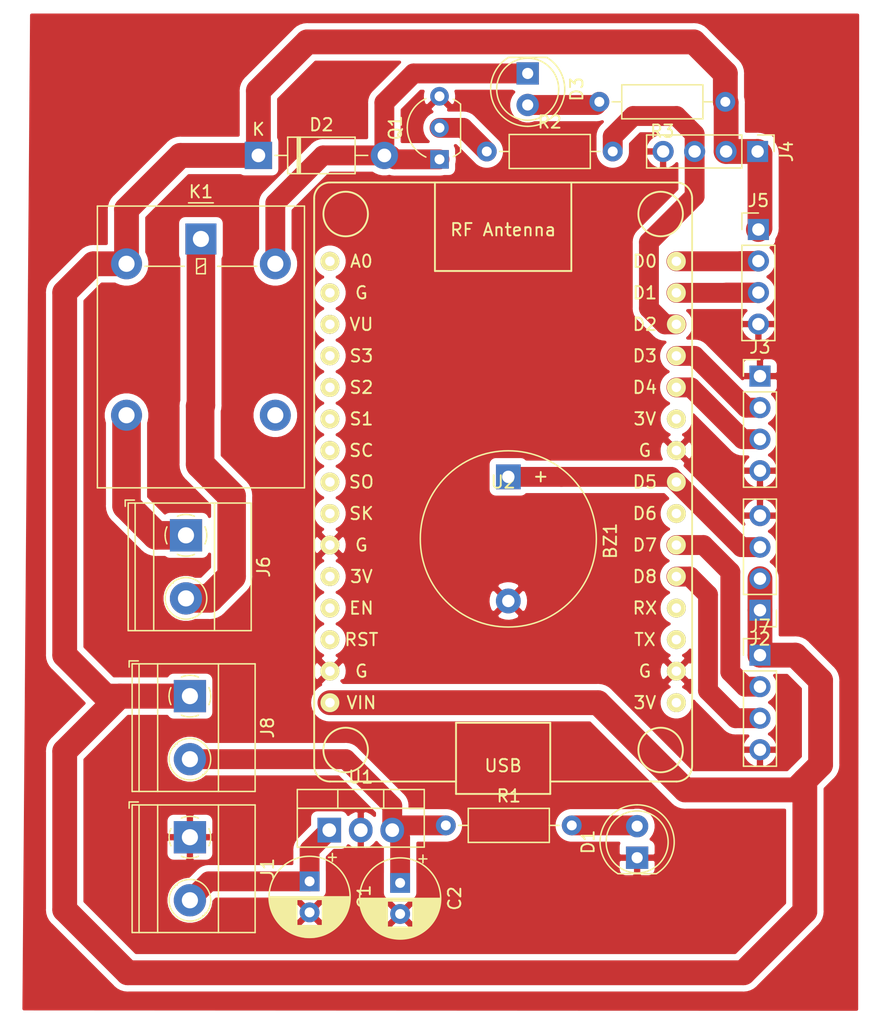
<source format=kicad_pcb>
(kicad_pcb (version 20171130) (host pcbnew "(5.1.12)-1")

  (general
    (thickness 1.6)
    (drawings 4)
    (tracks 110)
    (zones 0)
    (modules 21)
    (nets 19)
  )

  (page A4)
  (layers
    (0 F.Cu signal)
    (31 B.Cu signal)
    (32 B.Adhes user)
    (33 F.Adhes user)
    (34 B.Paste user)
    (35 F.Paste user)
    (36 B.SilkS user)
    (37 F.SilkS user)
    (38 B.Mask user)
    (39 F.Mask user)
    (40 Dwgs.User user)
    (41 Cmts.User user)
    (42 Eco1.User user)
    (43 Eco2.User user)
    (44 Edge.Cuts user)
    (45 Margin user)
    (46 B.CrtYd user)
    (47 F.CrtYd user)
    (48 B.Fab user)
    (49 F.Fab user)
  )

  (setup
    (last_trace_width 1.6)
    (trace_clearance 0.2)
    (zone_clearance 0.508)
    (zone_45_only no)
    (trace_min 0.2)
    (via_size 0.8)
    (via_drill 0.4)
    (via_min_size 0.4)
    (via_min_drill 0.3)
    (uvia_size 0.3)
    (uvia_drill 0.1)
    (uvias_allowed no)
    (uvia_min_size 0.2)
    (uvia_min_drill 0.1)
    (edge_width 0.05)
    (segment_width 0.2)
    (pcb_text_width 0.3)
    (pcb_text_size 1.5 1.5)
    (mod_edge_width 0.12)
    (mod_text_size 1 1)
    (mod_text_width 0.15)
    (pad_size 1.524 1.524)
    (pad_drill 0.762)
    (pad_to_mask_clearance 0)
    (aux_axis_origin 0 0)
    (visible_elements 7FFFFFFF)
    (pcbplotparams
      (layerselection 0x010fc_ffffffff)
      (usegerberextensions false)
      (usegerberattributes true)
      (usegerberadvancedattributes true)
      (creategerberjobfile true)
      (excludeedgelayer true)
      (linewidth 0.100000)
      (plotframeref false)
      (viasonmask false)
      (mode 1)
      (useauxorigin false)
      (hpglpennumber 1)
      (hpglpenspeed 20)
      (hpglpendiameter 15.000000)
      (psnegative false)
      (psa4output false)
      (plotreference true)
      (plotvalue true)
      (plotinvisibletext false)
      (padsonsilk false)
      (subtractmaskfromsilk false)
      (outputformat 1)
      (mirror false)
      (drillshape 0)
      (scaleselection 1)
      (outputdirectory "Foodspoil_gerber/"))
  )

  (net 0 "")
  (net 1 buzz)
  (net 2 GND)
  (net 3 "Net-(C1-Pad1)")
  (net 4 "Net-(C2-Pad1)")
  (net 5 "Net-(D1-Pad2)")
  (net 6 "Net-(D2-Pad2)")
  (net 7 +5V)
  (net 8 "Net-(D3-Pad2)")
  (net 9 Engine)
  (net 10 "Net-(J6-Pad2)")
  (net 11 "Net-(J6-Pad1)")
  (net 12 SCL)
  (net 13 SDA)
  (net 14 "Net-(Q1-Pad2)")
  (net 15 green_led)
  (net 16 red_led)
  (net 17 A0_sensor)
  (net 18 D0_Sensor)

  (net_class Default "This is the default net class."
    (clearance 0.2)
    (trace_width 1.6)
    (via_dia 0.8)
    (via_drill 0.4)
    (uvia_dia 0.3)
    (uvia_drill 0.1)
    (add_net A0_sensor)
    (add_net D0_Sensor)
    (add_net Engine)
    (add_net GND)
    (add_net "Net-(C1-Pad1)")
    (add_net "Net-(C2-Pad1)")
    (add_net "Net-(D1-Pad2)")
    (add_net "Net-(D2-Pad2)")
    (add_net "Net-(D3-Pad2)")
    (add_net "Net-(Q1-Pad2)")
    (add_net SCL)
    (add_net SDA)
    (add_net buzz)
    (add_net green_led)
    (add_net red_led)
  )

  (net_class ac ""
    (clearance 0.2)
    (trace_width 2.3)
    (via_dia 0.8)
    (via_drill 0.4)
    (uvia_dia 0.3)
    (uvia_drill 0.1)
    (add_net "Net-(J6-Pad1)")
    (add_net "Net-(J6-Pad2)")
  )

  (net_class dc ""
    (clearance 0.2)
    (trace_width 2)
    (via_dia 0.8)
    (via_drill 0.4)
    (uvia_dia 0.3)
    (uvia_drill 0.1)
    (add_net +5V)
  )

  (module Connector_PinHeader_2.54mm:PinHeader_1x04_P2.54mm_Vertical (layer F.Cu) (tedit 59FED5CC) (tstamp 620CB28F)
    (at 82.55 53.848)
    (descr "Through hole straight pin header, 1x04, 2.54mm pitch, single row")
    (tags "Through hole pin header THT 1x04 2.54mm single row")
    (path /6209D4BD)
    (fp_text reference J5 (at 0 -2.33) (layer F.SilkS)
      (effects (font (size 1 1) (thickness 0.15)))
    )
    (fp_text value GSm_connector (at 0 9.95) (layer F.Fab)
      (effects (font (size 1 1) (thickness 0.15)))
    )
    (fp_line (start -0.635 -1.27) (end 1.27 -1.27) (layer F.Fab) (width 0.1))
    (fp_line (start 1.27 -1.27) (end 1.27 8.89) (layer F.Fab) (width 0.1))
    (fp_line (start 1.27 8.89) (end -1.27 8.89) (layer F.Fab) (width 0.1))
    (fp_line (start -1.27 8.89) (end -1.27 -0.635) (layer F.Fab) (width 0.1))
    (fp_line (start -1.27 -0.635) (end -0.635 -1.27) (layer F.Fab) (width 0.1))
    (fp_line (start -1.33 8.95) (end 1.33 8.95) (layer F.SilkS) (width 0.12))
    (fp_line (start -1.33 1.27) (end -1.33 8.95) (layer F.SilkS) (width 0.12))
    (fp_line (start 1.33 1.27) (end 1.33 8.95) (layer F.SilkS) (width 0.12))
    (fp_line (start -1.33 1.27) (end 1.33 1.27) (layer F.SilkS) (width 0.12))
    (fp_line (start -1.33 0) (end -1.33 -1.33) (layer F.SilkS) (width 0.12))
    (fp_line (start -1.33 -1.33) (end 0 -1.33) (layer F.SilkS) (width 0.12))
    (fp_line (start -1.8 -1.8) (end -1.8 9.4) (layer F.CrtYd) (width 0.05))
    (fp_line (start -1.8 9.4) (end 1.8 9.4) (layer F.CrtYd) (width 0.05))
    (fp_line (start 1.8 9.4) (end 1.8 -1.8) (layer F.CrtYd) (width 0.05))
    (fp_line (start 1.8 -1.8) (end -1.8 -1.8) (layer F.CrtYd) (width 0.05))
    (fp_text user %R (at 0 3.81 90) (layer F.Fab)
      (effects (font (size 1 1) (thickness 0.15)))
    )
    (pad 1 thru_hole rect (at 0 0) (size 1.7 1.7) (drill 1) (layers *.Cu *.Mask)
      (net 7 +5V))
    (pad 2 thru_hole oval (at 0 2.54) (size 1.7 1.7) (drill 1) (layers *.Cu *.Mask)
      (net 17 A0_sensor))
    (pad 3 thru_hole oval (at 0 5.08) (size 1.7 1.7) (drill 1) (layers *.Cu *.Mask)
      (net 18 D0_Sensor))
    (pad 4 thru_hole oval (at 0 7.62) (size 1.7 1.7) (drill 1) (layers *.Cu *.Mask)
      (net 2 GND))
    (model ${KISYS3DMOD}/Connector_PinHeader_2.54mm.3dshapes/PinHeader_1x04_P2.54mm_Vertical.wrl
      (at (xyz 0 0 0))
      (scale (xyz 1 1 1))
      (rotate (xyz 0 0 0))
    )
  )

  (module Resistor_THT:R_Axial_DIN0207_L6.3mm_D2.5mm_P10.16mm_Horizontal (layer F.Cu) (tedit 5AE5139B) (tstamp 620CB5C1)
    (at 57.3405 101.854)
    (descr "Resistor, Axial_DIN0207 series, Axial, Horizontal, pin pitch=10.16mm, 0.25W = 1/4W, length*diameter=6.3*2.5mm^2, http://cdn-reichelt.de/documents/datenblatt/B400/1_4W%23YAG.pdf")
    (tags "Resistor Axial_DIN0207 series Axial Horizontal pin pitch 10.16mm 0.25W = 1/4W length 6.3mm diameter 2.5mm")
    (path /6208ECE4)
    (fp_text reference R1 (at 5.08 -2.37) (layer F.SilkS)
      (effects (font (size 1 1) (thickness 0.15)))
    )
    (fp_text value R_Small (at 5.08 2.37) (layer F.Fab)
      (effects (font (size 1 1) (thickness 0.15)))
    )
    (fp_line (start 11.21 -1.5) (end -1.05 -1.5) (layer F.CrtYd) (width 0.05))
    (fp_line (start 11.21 1.5) (end 11.21 -1.5) (layer F.CrtYd) (width 0.05))
    (fp_line (start -1.05 1.5) (end 11.21 1.5) (layer F.CrtYd) (width 0.05))
    (fp_line (start -1.05 -1.5) (end -1.05 1.5) (layer F.CrtYd) (width 0.05))
    (fp_line (start 9.12 0) (end 8.35 0) (layer F.SilkS) (width 0.12))
    (fp_line (start 1.04 0) (end 1.81 0) (layer F.SilkS) (width 0.12))
    (fp_line (start 8.35 -1.37) (end 1.81 -1.37) (layer F.SilkS) (width 0.12))
    (fp_line (start 8.35 1.37) (end 8.35 -1.37) (layer F.SilkS) (width 0.12))
    (fp_line (start 1.81 1.37) (end 8.35 1.37) (layer F.SilkS) (width 0.12))
    (fp_line (start 1.81 -1.37) (end 1.81 1.37) (layer F.SilkS) (width 0.12))
    (fp_line (start 10.16 0) (end 8.23 0) (layer F.Fab) (width 0.1))
    (fp_line (start 0 0) (end 1.93 0) (layer F.Fab) (width 0.1))
    (fp_line (start 8.23 -1.25) (end 1.93 -1.25) (layer F.Fab) (width 0.1))
    (fp_line (start 8.23 1.25) (end 8.23 -1.25) (layer F.Fab) (width 0.1))
    (fp_line (start 1.93 1.25) (end 8.23 1.25) (layer F.Fab) (width 0.1))
    (fp_line (start 1.93 -1.25) (end 1.93 1.25) (layer F.Fab) (width 0.1))
    (fp_text user %R (at 5.08 0) (layer F.Fab)
      (effects (font (size 1 1) (thickness 0.15)))
    )
    (pad 2 thru_hole oval (at 10.16 0) (size 1.6 1.6) (drill 0.8) (layers *.Cu *.Mask)
      (net 5 "Net-(D1-Pad2)"))
    (pad 1 thru_hole circle (at 0 0) (size 1.6 1.6) (drill 0.8) (layers *.Cu *.Mask)
      (net 4 "Net-(C2-Pad1)"))
    (model ${KISYS3DMOD}/Resistor_THT.3dshapes/R_Axial_DIN0207_L6.3mm_D2.5mm_P10.16mm_Horizontal.wrl
      (at (xyz 0 0 0))
      (scale (xyz 1 1 1))
      (rotate (xyz 0 0 0))
    )
  )

  (module Resistor_THT:R_Axial_DIN0207_L6.3mm_D2.5mm_P10.16mm_Horizontal (layer F.Cu) (tedit 5AE5139B) (tstamp 620CB207)
    (at 79.883 43.561 180)
    (descr "Resistor, Axial_DIN0207 series, Axial, Horizontal, pin pitch=10.16mm, 0.25W = 1/4W, length*diameter=6.3*2.5mm^2, http://cdn-reichelt.de/documents/datenblatt/B400/1_4W%23YAG.pdf")
    (tags "Resistor Axial_DIN0207 series Axial Horizontal pin pitch 10.16mm 0.25W = 1/4W length 6.3mm diameter 2.5mm")
    (path /620F6D3D)
    (fp_text reference R3 (at 5.08 -2.37) (layer F.SilkS)
      (effects (font (size 1 1) (thickness 0.15)))
    )
    (fp_text value R_Small (at 5.08 2.37) (layer F.Fab)
      (effects (font (size 1 1) (thickness 0.15)))
    )
    (fp_line (start 11.21 -1.5) (end -1.05 -1.5) (layer F.CrtYd) (width 0.05))
    (fp_line (start 11.21 1.5) (end 11.21 -1.5) (layer F.CrtYd) (width 0.05))
    (fp_line (start -1.05 1.5) (end 11.21 1.5) (layer F.CrtYd) (width 0.05))
    (fp_line (start -1.05 -1.5) (end -1.05 1.5) (layer F.CrtYd) (width 0.05))
    (fp_line (start 9.12 0) (end 8.35 0) (layer F.SilkS) (width 0.12))
    (fp_line (start 1.04 0) (end 1.81 0) (layer F.SilkS) (width 0.12))
    (fp_line (start 8.35 -1.37) (end 1.81 -1.37) (layer F.SilkS) (width 0.12))
    (fp_line (start 8.35 1.37) (end 8.35 -1.37) (layer F.SilkS) (width 0.12))
    (fp_line (start 1.81 1.37) (end 8.35 1.37) (layer F.SilkS) (width 0.12))
    (fp_line (start 1.81 -1.37) (end 1.81 1.37) (layer F.SilkS) (width 0.12))
    (fp_line (start 10.16 0) (end 8.23 0) (layer F.Fab) (width 0.1))
    (fp_line (start 0 0) (end 1.93 0) (layer F.Fab) (width 0.1))
    (fp_line (start 8.23 -1.25) (end 1.93 -1.25) (layer F.Fab) (width 0.1))
    (fp_line (start 8.23 1.25) (end 8.23 -1.25) (layer F.Fab) (width 0.1))
    (fp_line (start 1.93 1.25) (end 8.23 1.25) (layer F.Fab) (width 0.1))
    (fp_line (start 1.93 -1.25) (end 1.93 1.25) (layer F.Fab) (width 0.1))
    (fp_text user %R (at 5.08 0) (layer F.Fab)
      (effects (font (size 1 1) (thickness 0.15)))
    )
    (pad 2 thru_hole oval (at 10.16 0 180) (size 1.6 1.6) (drill 0.8) (layers *.Cu *.Mask)
      (net 8 "Net-(D3-Pad2)"))
    (pad 1 thru_hole circle (at 0 0 180) (size 1.6 1.6) (drill 0.8) (layers *.Cu *.Mask)
      (net 7 +5V))
    (model ${KISYS3DMOD}/Resistor_THT.3dshapes/R_Axial_DIN0207_L6.3mm_D2.5mm_P10.16mm_Horizontal.wrl
      (at (xyz 0 0 0))
      (scale (xyz 1 1 1))
      (rotate (xyz 0 0 0))
    )
  )

  (module Package_TO_SOT_THT:TO-92L_Inline_Wide (layer F.Cu) (tedit 5A11996A) (tstamp 620CB351)
    (at 56.8325 48.1965 90)
    (descr "TO-92L leads in-line (large body variant of TO-92), also known as TO-226, wide, drill 0.75mm (see https://www.diodes.com/assets/Package-Files/TO92L.pdf and http://www.ti.com/lit/an/snoa059/snoa059.pdf)")
    (tags "TO-92L Inline Wide transistor")
    (path /620F65A5)
    (fp_text reference Q1 (at 2.54 -3.56 90) (layer F.SilkS)
      (effects (font (size 1 1) (thickness 0.15)))
    )
    (fp_text value BC547 (at 2.413 -1.5875 90) (layer F.Fab)
      (effects (font (size 1 1) (thickness 0.15)))
    )
    (fp_line (start 0.6 1.7) (end 4.45 1.7) (layer F.SilkS) (width 0.12))
    (fp_line (start 0.65 1.6) (end 4.4 1.6) (layer F.Fab) (width 0.1))
    (fp_line (start -1 -2.75) (end 6.1 -2.75) (layer F.CrtYd) (width 0.05))
    (fp_line (start -1 -2.75) (end -1 1.85) (layer F.CrtYd) (width 0.05))
    (fp_line (start 6.1 1.85) (end 6.1 -2.75) (layer F.CrtYd) (width 0.05))
    (fp_line (start 6.1 1.85) (end -1 1.85) (layer F.CrtYd) (width 0.05))
    (fp_arc (start 2.54 0) (end 4.45 1.7) (angle -15.88591585) (layer F.SilkS) (width 0.12))
    (fp_arc (start 2.54 0) (end 2.54 -2.48) (angle -130.2499344) (layer F.Fab) (width 0.1))
    (fp_arc (start 2.54 0) (end 2.54 -2.48) (angle 129.9527847) (layer F.Fab) (width 0.1))
    (fp_arc (start 2.54 0) (end 2.54 -2.6) (angle 65) (layer F.SilkS) (width 0.12))
    (fp_arc (start 2.54 0) (end 2.54 -2.6) (angle -65) (layer F.SilkS) (width 0.12))
    (fp_arc (start 2.54 0) (end 0.6 1.7) (angle 15.44288892) (layer F.SilkS) (width 0.12))
    (fp_text user %R (at 2.921 -1.3335 90) (layer F.Fab)
      (effects (font (size 1 1) (thickness 0.15)))
    )
    (pad 1 thru_hole rect (at 0 0 90) (size 1.5 1.5) (drill 0.8) (layers *.Cu *.Mask)
      (net 6 "Net-(D2-Pad2)"))
    (pad 3 thru_hole circle (at 5.08 0 90) (size 1.5 1.5) (drill 0.8) (layers *.Cu *.Mask)
      (net 2 GND))
    (pad 2 thru_hole circle (at 2.54 0 90) (size 1.5 1.5) (drill 0.8) (layers *.Cu *.Mask)
      (net 14 "Net-(Q1-Pad2)"))
    (model ${KISYS3DMOD}/Package_TO_SOT_THT.3dshapes/TO-92L_Inline_Wide.wrl
      (at (xyz 0 0 0))
      (scale (xyz 1 1 1))
      (rotate (xyz 0 0 0))
    )
  )

  (module Relay_THT:Relay_SPDT_Omron-G5LE-1 (layer F.Cu) (tedit 5AE38B37) (tstamp 620CB569)
    (at 37.592 54.61)
    (descr "Omron Relay SPDT, http://www.omron.com/ecb/products/pdf/en-g5le.pdf")
    (tags "Omron Relay SPDT")
    (path /620E5313)
    (fp_text reference K1 (at 0 -3.8) (layer F.SilkS)
      (effects (font (size 1 1) (thickness 0.15)))
    )
    (fp_text value G5LE-1 (at 0 20.95) (layer F.Fab)
      (effects (font (size 1 1) (thickness 0.15)))
    )
    (fp_line (start 0 -1.55) (end 1 -2.55) (layer F.Fab) (width 0.1))
    (fp_line (start 1 -2.55) (end 8.25 -2.55) (layer F.Fab) (width 0.1))
    (fp_line (start 8.25 -2.55) (end 8.25 19.95) (layer F.Fab) (width 0.1))
    (fp_line (start 8.25 19.95) (end -8.25 19.95) (layer F.Fab) (width 0.1))
    (fp_line (start -8.25 19.95) (end -8.25 -2.55) (layer F.Fab) (width 0.1))
    (fp_line (start -8.25 -2.55) (end -1 -2.55) (layer F.Fab) (width 0.1))
    (fp_line (start -1 -2.55) (end 0 -1.55) (layer F.Fab) (width 0.1))
    (fp_line (start -4.5 2) (end 4.5 2) (layer F.Fab) (width 0.1))
    (fp_line (start 8.35 20.05) (end 8.35 -2.65) (layer F.SilkS) (width 0.12))
    (fp_line (start 8.35 -2.65) (end -8.35 -2.65) (layer F.SilkS) (width 0.12))
    (fp_line (start -8.35 -2.65) (end -8.35 20.05) (layer F.SilkS) (width 0.12))
    (fp_line (start -8.35 20.05) (end 8.35 20.05) (layer F.SilkS) (width 0.12))
    (fp_line (start -0.35 2.4) (end 0.35 2) (layer F.SilkS) (width 0.12))
    (fp_line (start 0.35 2.8) (end 0.35 1.6) (layer F.SilkS) (width 0.12))
    (fp_line (start 0.35 1.6) (end -0.35 1.6) (layer F.SilkS) (width 0.12))
    (fp_line (start -0.35 1.6) (end -0.35 2.8) (layer F.SilkS) (width 0.12))
    (fp_line (start -0.35 2.8) (end 0.35 2.8) (layer F.SilkS) (width 0.12))
    (fp_line (start -1 -2.91) (end 1 -2.91) (layer F.SilkS) (width 0.12))
    (fp_line (start -4.5 2.2) (end -1.35 2.2) (layer F.SilkS) (width 0.12))
    (fp_line (start 1.35 2.2) (end 4.5 2.2) (layer F.SilkS) (width 0.12))
    (fp_line (start 8.5 20.2) (end 8.5 -2.8) (layer F.CrtYd) (width 0.05))
    (fp_line (start 8.5 -2.8) (end -8.5 -2.8) (layer F.CrtYd) (width 0.05))
    (fp_line (start -8.5 -2.8) (end -8.5 20.2) (layer F.CrtYd) (width 0.05))
    (fp_line (start -8.5 20.2) (end 8.5 20.2) (layer F.CrtYd) (width 0.05))
    (fp_text user %R (at 0 8.7) (layer F.Fab)
      (effects (font (size 1 1) (thickness 0.15)))
    )
    (pad 5 thru_hole oval (at 6 2) (size 2.5 2.5) (drill 1.3) (layers *.Cu *.Mask)
      (net 6 "Net-(D2-Pad2)"))
    (pad 4 thru_hole oval (at 6 14.2) (size 2.5 2.5) (drill 1.3) (layers *.Cu *.Mask))
    (pad 3 thru_hole oval (at -6 14.2) (size 2.5 2.5) (drill 1.3) (layers *.Cu *.Mask)
      (net 11 "Net-(J6-Pad1)"))
    (pad 2 thru_hole oval (at -6 2) (size 2.5 2.5) (drill 1.3) (layers *.Cu *.Mask)
      (net 7 +5V))
    (pad 1 thru_hole rect (at 0 0) (size 2.5 2.5) (drill 1.3) (layers *.Cu *.Mask)
      (net 10 "Net-(J6-Pad2)"))
    (model ${KISYS3DMOD}/Relay_THT.3dshapes/Relay_SPDT_Omron-G5LE-1.wrl
      (at (xyz 0 0 0))
      (scale (xyz 1 1 1))
      (rotate (xyz 0 0 0))
    )
  )

  (module TerminalBlock_Phoenix:TerminalBlock_Phoenix_MKDS-1,5-2-5.08_1x02_P5.08mm_Horizontal (layer F.Cu) (tedit 5B294EBC) (tstamp 620CB6A2)
    (at 36.703 91.44 270)
    (descr "Terminal Block Phoenix MKDS-1,5-2-5.08, 2 pins, pitch 5.08mm, size 10.2x9.8mm^2, drill diamater 1.3mm, pad diameter 2.6mm, see http://www.farnell.com/datasheets/100425.pdf, script-generated using https://github.com/pointhi/kicad-footprint-generator/scripts/TerminalBlock_Phoenix")
    (tags "THT Terminal Block Phoenix MKDS-1,5-2-5.08 pitch 5.08mm size 10.2x9.8mm^2 drill 1.3mm pad 2.6mm")
    (path /620BC240)
    (fp_text reference J8 (at 2.54 -6.26 90) (layer F.SilkS)
      (effects (font (size 1 1) (thickness 0.15)))
    )
    (fp_text value Screw_Terminal_01x02 (at 2.54 5.66 90) (layer F.Fab)
      (effects (font (size 1 1) (thickness 0.15)))
    )
    (fp_circle (center 0 0) (end 1.5 0) (layer F.Fab) (width 0.1))
    (fp_circle (center 5.08 0) (end 6.58 0) (layer F.Fab) (width 0.1))
    (fp_circle (center 5.08 0) (end 6.76 0) (layer F.SilkS) (width 0.12))
    (fp_line (start -2.54 -5.2) (end 7.62 -5.2) (layer F.Fab) (width 0.1))
    (fp_line (start 7.62 -5.2) (end 7.62 4.6) (layer F.Fab) (width 0.1))
    (fp_line (start 7.62 4.6) (end -2.04 4.6) (layer F.Fab) (width 0.1))
    (fp_line (start -2.04 4.6) (end -2.54 4.1) (layer F.Fab) (width 0.1))
    (fp_line (start -2.54 4.1) (end -2.54 -5.2) (layer F.Fab) (width 0.1))
    (fp_line (start -2.54 4.1) (end 7.62 4.1) (layer F.Fab) (width 0.1))
    (fp_line (start -2.6 4.1) (end 7.68 4.1) (layer F.SilkS) (width 0.12))
    (fp_line (start -2.54 2.6) (end 7.62 2.6) (layer F.Fab) (width 0.1))
    (fp_line (start -2.6 2.6) (end 7.68 2.6) (layer F.SilkS) (width 0.12))
    (fp_line (start -2.54 -2.3) (end 7.62 -2.3) (layer F.Fab) (width 0.1))
    (fp_line (start -2.6 -2.301) (end 7.68 -2.301) (layer F.SilkS) (width 0.12))
    (fp_line (start -2.6 -5.261) (end 7.68 -5.261) (layer F.SilkS) (width 0.12))
    (fp_line (start -2.6 4.66) (end 7.68 4.66) (layer F.SilkS) (width 0.12))
    (fp_line (start -2.6 -5.261) (end -2.6 4.66) (layer F.SilkS) (width 0.12))
    (fp_line (start 7.68 -5.261) (end 7.68 4.66) (layer F.SilkS) (width 0.12))
    (fp_line (start 1.138 -0.955) (end -0.955 1.138) (layer F.Fab) (width 0.1))
    (fp_line (start 0.955 -1.138) (end -1.138 0.955) (layer F.Fab) (width 0.1))
    (fp_line (start 6.218 -0.955) (end 4.126 1.138) (layer F.Fab) (width 0.1))
    (fp_line (start 6.035 -1.138) (end 3.943 0.955) (layer F.Fab) (width 0.1))
    (fp_line (start 6.355 -1.069) (end 6.308 -1.023) (layer F.SilkS) (width 0.12))
    (fp_line (start 4.046 1.239) (end 4.011 1.274) (layer F.SilkS) (width 0.12))
    (fp_line (start 6.15 -1.275) (end 6.115 -1.239) (layer F.SilkS) (width 0.12))
    (fp_line (start 3.853 1.023) (end 3.806 1.069) (layer F.SilkS) (width 0.12))
    (fp_line (start -2.84 4.16) (end -2.84 4.9) (layer F.SilkS) (width 0.12))
    (fp_line (start -2.84 4.9) (end -2.34 4.9) (layer F.SilkS) (width 0.12))
    (fp_line (start -3.04 -5.71) (end -3.04 5.1) (layer F.CrtYd) (width 0.05))
    (fp_line (start -3.04 5.1) (end 8.13 5.1) (layer F.CrtYd) (width 0.05))
    (fp_line (start 8.13 5.1) (end 8.13 -5.71) (layer F.CrtYd) (width 0.05))
    (fp_line (start 8.13 -5.71) (end -3.04 -5.71) (layer F.CrtYd) (width 0.05))
    (fp_text user %R (at 2.54 3.2 90) (layer F.Fab)
      (effects (font (size 1 1) (thickness 0.15)))
    )
    (fp_arc (start 0 0) (end -0.684 1.535) (angle -25) (layer F.SilkS) (width 0.12))
    (fp_arc (start 0 0) (end -1.535 -0.684) (angle -48) (layer F.SilkS) (width 0.12))
    (fp_arc (start 0 0) (end 0.684 -1.535) (angle -48) (layer F.SilkS) (width 0.12))
    (fp_arc (start 0 0) (end 1.535 0.684) (angle -48) (layer F.SilkS) (width 0.12))
    (fp_arc (start 0 0) (end 0 1.68) (angle -24) (layer F.SilkS) (width 0.12))
    (pad 2 thru_hole circle (at 5.08 0 270) (size 2.6 2.6) (drill 1.3) (layers *.Cu *.Mask)
      (net 4 "Net-(C2-Pad1)"))
    (pad 1 thru_hole rect (at 0 0 270) (size 2.6 2.6) (drill 1.3) (layers *.Cu *.Mask)
      (net 7 +5V))
    (model ${KISYS3DMOD}/TerminalBlock_Phoenix.3dshapes/TerminalBlock_Phoenix_MKDS-1,5-2-5.08_1x02_P5.08mm_Horizontal.wrl
      (at (xyz 0 0 0))
      (scale (xyz 1 1 1))
      (rotate (xyz 0 0 0))
    )
  )

  (module "ESP8266:NodeMCU1.0(12-E)" (layer F.Cu) (tedit 5AF3DDCB) (tstamp 620CB40E)
    (at 61.9646 74.1891)
    (path /62089141)
    (fp_text reference U2 (at 0 0) (layer F.SilkS)
      (effects (font (size 1 1) (thickness 0.15)))
    )
    (fp_text value "NodeMCU_1.0_(ESP-12E)" (at 0 -5.08) (layer F.Fab)
      (effects (font (size 1 1) (thickness 0.15)))
    )
    (fp_line (start 13.97 -24.13) (end -13.97 -24.13) (layer F.SilkS) (width 0.15))
    (fp_circle (center 12.7 -21.59) (end 13.97 -22.86) (layer F.SilkS) (width 0.15))
    (fp_circle (center -12.7 -21.59) (end -11.43 -22.86) (layer F.SilkS) (width 0.15))
    (fp_circle (center -12.7 21.59) (end -11.43 20.32) (layer F.SilkS) (width 0.15))
    (fp_circle (center 12.7 21.59) (end 13.97 20.32) (layer F.SilkS) (width 0.15))
    (fp_line (start -3.8 24.13) (end -13.97 24.13) (layer F.SilkS) (width 0.15))
    (fp_line (start -15.24 -22.86) (end -15.24 22.86) (layer F.SilkS) (width 0.15))
    (fp_line (start 15.24 -22.86) (end 15.24 22.86) (layer F.SilkS) (width 0.15))
    (fp_line (start 3.8 25.13) (end -3.8 25.13) (layer F.SilkS) (width 0.15))
    (fp_line (start 3.8 19.4) (end 3.8 25.13) (layer F.SilkS) (width 0.15))
    (fp_line (start -3.8 19.4) (end 3.8 19.4) (layer F.SilkS) (width 0.15))
    (fp_line (start -3.8 25.13) (end -3.8 19.4) (layer F.SilkS) (width 0.15))
    (fp_line (start -5.5 -17) (end -5.5 -24.13) (layer F.SilkS) (width 0.15))
    (fp_line (start 5.5 -24.13) (end 5.5 -17) (layer F.SilkS) (width 0.15))
    (fp_line (start 5.5 -17) (end -5.5 -17) (layer F.SilkS) (width 0.15))
    (fp_line (start 13.98 24.13) (end 3.81 24.13) (layer F.SilkS) (width 0.15))
    (fp_text user D0 (at 11.43 -17.78) (layer F.SilkS)
      (effects (font (size 1 1) (thickness 0.15)))
    )
    (fp_text user D1 (at 11.43 -15.24) (layer F.SilkS)
      (effects (font (size 1 1) (thickness 0.15)))
    )
    (fp_text user D2 (at 11.43 -12.7) (layer F.SilkS)
      (effects (font (size 1 1) (thickness 0.15)))
    )
    (fp_text user D3 (at 11.43 -10.16) (layer F.SilkS)
      (effects (font (size 1 1) (thickness 0.15)))
    )
    (fp_text user D4 (at 11.43 -7.62) (layer F.SilkS)
      (effects (font (size 1 1) (thickness 0.15)))
    )
    (fp_text user 3V (at 11.43 -5.08) (layer F.SilkS)
      (effects (font (size 1 1) (thickness 0.15)))
    )
    (fp_text user G (at 11.43 -2.54) (layer F.SilkS)
      (effects (font (size 1 1) (thickness 0.15)))
    )
    (fp_text user D5 (at 11.43 0) (layer F.SilkS)
      (effects (font (size 1 1) (thickness 0.15)))
    )
    (fp_text user D6 (at 11.43 2.54) (layer F.SilkS)
      (effects (font (size 1 1) (thickness 0.15)))
    )
    (fp_text user D7 (at 11.43 5.08) (layer F.SilkS)
      (effects (font (size 1 1) (thickness 0.15)))
    )
    (fp_text user D8 (at 11.43 7.62) (layer F.SilkS)
      (effects (font (size 1 1) (thickness 0.15)))
    )
    (fp_text user RX (at 11.43 10.16) (layer F.SilkS)
      (effects (font (size 1 1) (thickness 0.15)))
    )
    (fp_text user TX (at 11.43 12.7) (layer F.SilkS)
      (effects (font (size 1 1) (thickness 0.15)))
    )
    (fp_text user G (at 11.43 15.24) (layer F.SilkS)
      (effects (font (size 1 1) (thickness 0.15)))
    )
    (fp_text user 3V (at 11.43 17.78) (layer F.SilkS)
      (effects (font (size 1 1) (thickness 0.15)))
    )
    (fp_text user A0 (at -11.43 -17.78) (layer F.SilkS)
      (effects (font (size 1 1) (thickness 0.15)))
    )
    (fp_text user G (at -11.43 -15.24) (layer F.SilkS)
      (effects (font (size 1 1) (thickness 0.15)))
    )
    (fp_text user VU (at -11.43 -12.7) (layer F.SilkS)
      (effects (font (size 1 1) (thickness 0.15)))
    )
    (fp_text user S3 (at -11.43 -10.16) (layer F.SilkS)
      (effects (font (size 1 1) (thickness 0.15)))
    )
    (fp_text user S2 (at -11.43 -7.62) (layer F.SilkS)
      (effects (font (size 1 1) (thickness 0.15)))
    )
    (fp_text user S1 (at -11.43 -5.08) (layer F.SilkS)
      (effects (font (size 1 1) (thickness 0.15)))
    )
    (fp_text user SC (at -11.43 -2.54) (layer F.SilkS)
      (effects (font (size 1 1) (thickness 0.15)))
    )
    (fp_text user SO (at -11.43 0) (layer F.SilkS)
      (effects (font (size 1 1) (thickness 0.15)))
    )
    (fp_text user SK (at -11.43 2.54) (layer F.SilkS)
      (effects (font (size 1 1) (thickness 0.15)))
    )
    (fp_text user G (at -11.43 5.08) (layer F.SilkS)
      (effects (font (size 1 1) (thickness 0.15)))
    )
    (fp_text user 3V (at -11.43 7.62) (layer F.SilkS)
      (effects (font (size 1 1) (thickness 0.15)))
    )
    (fp_text user EN (at -11.43 10.16) (layer F.SilkS)
      (effects (font (size 1 1) (thickness 0.15)))
    )
    (fp_text user RST (at -11.43 12.7) (layer F.SilkS)
      (effects (font (size 1 1) (thickness 0.15)))
    )
    (fp_text user G (at -11.43 15.24) (layer F.SilkS)
      (effects (font (size 1 1) (thickness 0.15)))
    )
    (fp_text user VIN (at -11.43 17.78) (layer F.SilkS)
      (effects (font (size 1 1) (thickness 0.15)))
    )
    (fp_arc (start -13.97 22.86) (end -13.97 24.13) (angle 90) (layer F.SilkS) (width 0.15))
    (fp_arc (start 13.97 22.86) (end 15.24 22.86) (angle 90) (layer F.SilkS) (width 0.15))
    (fp_arc (start 13.97 -22.86) (end 13.97 -24.13) (angle 90) (layer F.SilkS) (width 0.15))
    (fp_arc (start -13.97 -22.86) (end -15.24 -22.86) (angle 90) (layer F.SilkS) (width 0.15))
    (fp_text user "RF Antenna" (at 0 -20.32) (layer F.SilkS)
      (effects (font (size 1 1) (thickness 0.15)))
    )
    (fp_text user USB (at 0 22.86) (layer F.SilkS)
      (effects (font (size 1 1) (thickness 0.15)))
    )
    (pad 30 thru_hole circle (at 13.97 -17.78) (size 1.524 1.524) (drill 0.762) (layers *.Cu *.Mask F.SilkS)
      (net 17 A0_sensor))
    (pad 29 thru_hole circle (at 13.97 -15.24) (size 1.524 1.524) (drill 0.762) (layers *.Cu *.Mask F.SilkS)
      (net 18 D0_Sensor))
    (pad 28 thru_hole circle (at 13.97 -12.7) (size 1.524 1.524) (drill 0.762) (layers *.Cu *.Mask F.SilkS)
      (net 9 Engine))
    (pad 27 thru_hole circle (at 13.97 -10.16) (size 1.524 1.524) (drill 0.762) (layers *.Cu *.Mask F.SilkS)
      (net 16 red_led))
    (pad 26 thru_hole circle (at 13.97 -7.62) (size 1.524 1.524) (drill 0.762) (layers *.Cu *.Mask F.SilkS)
      (net 15 green_led))
    (pad 25 thru_hole circle (at 13.97 -5.08) (size 1.524 1.524) (drill 0.762) (layers *.Cu *.Mask F.SilkS))
    (pad 24 thru_hole circle (at 13.97 -2.54) (size 1.524 1.524) (drill 0.762) (layers *.Cu *.Mask F.SilkS)
      (net 2 GND))
    (pad 23 thru_hole circle (at 13.97 0) (size 1.524 1.524) (drill 0.762) (layers *.Cu *.Mask F.SilkS)
      (net 1 buzz))
    (pad 22 thru_hole circle (at 13.97 2.54) (size 1.524 1.524) (drill 0.762) (layers *.Cu *.Mask F.SilkS))
    (pad 21 thru_hole circle (at 13.97 5.08) (size 1.524 1.524) (drill 0.762) (layers *.Cu *.Mask F.SilkS)
      (net 13 SDA))
    (pad 20 thru_hole circle (at 13.97 7.62) (size 1.524 1.524) (drill 0.762) (layers *.Cu *.Mask F.SilkS)
      (net 12 SCL))
    (pad 19 thru_hole circle (at 13.97 10.16) (size 1.524 1.524) (drill 0.762) (layers *.Cu *.Mask F.SilkS))
    (pad 18 thru_hole circle (at 13.97 12.7) (size 1.524 1.524) (drill 0.762) (layers *.Cu *.Mask F.SilkS))
    (pad 17 thru_hole circle (at 13.97 15.24) (size 1.524 1.524) (drill 0.762) (layers *.Cu *.Mask F.SilkS)
      (net 2 GND))
    (pad 16 thru_hole circle (at 13.97 17.78) (size 1.524 1.524) (drill 0.762) (layers *.Cu *.Mask F.SilkS))
    (pad 15 thru_hole circle (at -13.97 17.78) (size 1.524 1.524) (drill 0.762) (layers *.Cu *.Mask F.SilkS)
      (net 7 +5V))
    (pad 14 thru_hole circle (at -13.97 15.24) (size 1.524 1.524) (drill 0.762) (layers *.Cu *.Mask F.SilkS)
      (net 2 GND))
    (pad 13 thru_hole circle (at -13.97 12.7) (size 1.524 1.524) (drill 0.762) (layers *.Cu *.Mask F.SilkS))
    (pad 12 thru_hole circle (at -13.97 10.16) (size 1.524 1.524) (drill 0.762) (layers *.Cu *.Mask F.SilkS))
    (pad 11 thru_hole circle (at -13.97 7.62) (size 1.524 1.524) (drill 0.762) (layers *.Cu *.Mask F.SilkS))
    (pad 10 thru_hole circle (at -13.97 5.08) (size 1.524 1.524) (drill 0.762) (layers *.Cu *.Mask F.SilkS)
      (net 2 GND))
    (pad 9 thru_hole circle (at -13.97 2.54) (size 1.524 1.524) (drill 0.762) (layers *.Cu *.Mask F.SilkS))
    (pad 8 thru_hole circle (at -13.97 0) (size 1.524 1.524) (drill 0.762) (layers *.Cu *.Mask F.SilkS))
    (pad 7 thru_hole circle (at -13.97 -2.54) (size 1.524 1.524) (drill 0.762) (layers *.Cu *.Mask F.SilkS))
    (pad 6 thru_hole circle (at -13.97 -5.08) (size 1.524 1.524) (drill 0.762) (layers *.Cu *.Mask F.SilkS))
    (pad 5 thru_hole circle (at -13.97 -7.62) (size 1.524 1.524) (drill 0.762) (layers *.Cu *.Mask F.SilkS))
    (pad 4 thru_hole circle (at -13.97 -10.16) (size 1.524 1.524) (drill 0.762) (layers *.Cu *.Mask F.SilkS))
    (pad 3 thru_hole circle (at -13.97 -12.7) (size 1.524 1.524) (drill 0.762) (layers *.Cu *.Mask F.SilkS))
    (pad 2 thru_hole circle (at -13.97 -15.24) (size 1.524 1.524) (drill 0.762) (layers *.Cu *.Mask F.SilkS))
    (pad 1 thru_hole circle (at -13.97 -17.78) (size 1.524 1.524) (drill 0.762) (layers *.Cu *.Mask F.SilkS))
  )

  (module Package_TO_SOT_THT:TO-220-3_Vertical (layer F.Cu) (tedit 5AC8BA0D) (tstamp 620CB4D1)
    (at 47.9425 102.235)
    (descr "TO-220-3, Vertical, RM 2.54mm, see https://www.vishay.com/docs/66542/to-220-1.pdf")
    (tags "TO-220-3 Vertical RM 2.54mm")
    (path /6208A7C1)
    (fp_text reference U1 (at 2.54 -4.27) (layer F.SilkS)
      (effects (font (size 1 1) (thickness 0.15)))
    )
    (fp_text value L7805 (at 2.54 2.5) (layer F.Fab)
      (effects (font (size 1 1) (thickness 0.15)))
    )
    (fp_line (start 7.79 -3.4) (end -2.71 -3.4) (layer F.CrtYd) (width 0.05))
    (fp_line (start 7.79 1.51) (end 7.79 -3.4) (layer F.CrtYd) (width 0.05))
    (fp_line (start -2.71 1.51) (end 7.79 1.51) (layer F.CrtYd) (width 0.05))
    (fp_line (start -2.71 -3.4) (end -2.71 1.51) (layer F.CrtYd) (width 0.05))
    (fp_line (start 4.391 -3.27) (end 4.391 -1.76) (layer F.SilkS) (width 0.12))
    (fp_line (start 0.69 -3.27) (end 0.69 -1.76) (layer F.SilkS) (width 0.12))
    (fp_line (start -2.58 -1.76) (end 7.66 -1.76) (layer F.SilkS) (width 0.12))
    (fp_line (start 7.66 -3.27) (end 7.66 1.371) (layer F.SilkS) (width 0.12))
    (fp_line (start -2.58 -3.27) (end -2.58 1.371) (layer F.SilkS) (width 0.12))
    (fp_line (start -2.58 1.371) (end 7.66 1.371) (layer F.SilkS) (width 0.12))
    (fp_line (start -2.58 -3.27) (end 7.66 -3.27) (layer F.SilkS) (width 0.12))
    (fp_line (start 4.39 -3.15) (end 4.39 -1.88) (layer F.Fab) (width 0.1))
    (fp_line (start 0.69 -3.15) (end 0.69 -1.88) (layer F.Fab) (width 0.1))
    (fp_line (start -2.46 -1.88) (end 7.54 -1.88) (layer F.Fab) (width 0.1))
    (fp_line (start 7.54 -3.15) (end -2.46 -3.15) (layer F.Fab) (width 0.1))
    (fp_line (start 7.54 1.25) (end 7.54 -3.15) (layer F.Fab) (width 0.1))
    (fp_line (start -2.46 1.25) (end 7.54 1.25) (layer F.Fab) (width 0.1))
    (fp_line (start -2.46 -3.15) (end -2.46 1.25) (layer F.Fab) (width 0.1))
    (fp_text user %R (at 2.54 -4.27) (layer F.Fab)
      (effects (font (size 1 1) (thickness 0.15)))
    )
    (pad 3 thru_hole oval (at 5.08 0) (size 1.905 2) (drill 1.1) (layers *.Cu *.Mask)
      (net 4 "Net-(C2-Pad1)"))
    (pad 2 thru_hole oval (at 2.54 0) (size 1.905 2) (drill 1.1) (layers *.Cu *.Mask)
      (net 2 GND))
    (pad 1 thru_hole rect (at 0 0) (size 1.905 2) (drill 1.1) (layers *.Cu *.Mask)
      (net 3 "Net-(C1-Pad1)"))
    (model ${KISYS3DMOD}/Package_TO_SOT_THT.3dshapes/TO-220-3_Vertical.wrl
      (at (xyz 0 0 0))
      (scale (xyz 1 1 1))
      (rotate (xyz 0 0 0))
    )
  )

  (module Resistor_THT:R_Axial_DIN0207_L6.3mm_D2.5mm_P10.16mm_Horizontal (layer F.Cu) (tedit 5AE5139B) (tstamp 620CB38D)
    (at 60.6425 47.5615)
    (descr "Resistor, Axial_DIN0207 series, Axial, Horizontal, pin pitch=10.16mm, 0.25W = 1/4W, length*diameter=6.3*2.5mm^2, http://cdn-reichelt.de/documents/datenblatt/B400/1_4W%23YAG.pdf")
    (tags "Resistor Axial_DIN0207 series Axial Horizontal pin pitch 10.16mm 0.25W = 1/4W length 6.3mm diameter 2.5mm")
    (path /620F9BAC)
    (fp_text reference R2 (at 5.08 -2.37) (layer F.SilkS)
      (effects (font (size 1 1) (thickness 0.15)))
    )
    (fp_text value R_Small (at 5.08 2.37) (layer F.Fab)
      (effects (font (size 1 1) (thickness 0.15)))
    )
    (fp_line (start 11.21 -1.5) (end -1.05 -1.5) (layer F.CrtYd) (width 0.05))
    (fp_line (start 11.21 1.5) (end 11.21 -1.5) (layer F.CrtYd) (width 0.05))
    (fp_line (start -1.05 1.5) (end 11.21 1.5) (layer F.CrtYd) (width 0.05))
    (fp_line (start -1.05 -1.5) (end -1.05 1.5) (layer F.CrtYd) (width 0.05))
    (fp_line (start 9.12 0) (end 8.35 0) (layer F.SilkS) (width 0.12))
    (fp_line (start 1.04 0) (end 1.81 0) (layer F.SilkS) (width 0.12))
    (fp_line (start 8.35 -1.37) (end 1.81 -1.37) (layer F.SilkS) (width 0.12))
    (fp_line (start 8.35 1.37) (end 8.35 -1.37) (layer F.SilkS) (width 0.12))
    (fp_line (start 1.81 1.37) (end 8.35 1.37) (layer F.SilkS) (width 0.12))
    (fp_line (start 1.81 -1.37) (end 1.81 1.37) (layer F.SilkS) (width 0.12))
    (fp_line (start 10.16 0) (end 8.23 0) (layer F.Fab) (width 0.1))
    (fp_line (start 0 0) (end 1.93 0) (layer F.Fab) (width 0.1))
    (fp_line (start 8.23 -1.25) (end 1.93 -1.25) (layer F.Fab) (width 0.1))
    (fp_line (start 8.23 1.25) (end 8.23 -1.25) (layer F.Fab) (width 0.1))
    (fp_line (start 1.93 1.25) (end 8.23 1.25) (layer F.Fab) (width 0.1))
    (fp_line (start 1.93 -1.25) (end 1.93 1.25) (layer F.Fab) (width 0.1))
    (fp_text user %R (at 5.08 0) (layer F.Fab)
      (effects (font (size 1 1) (thickness 0.15)))
    )
    (pad 2 thru_hole oval (at 10.16 0) (size 1.6 1.6) (drill 0.8) (layers *.Cu *.Mask)
      (net 9 Engine))
    (pad 1 thru_hole circle (at 0 0) (size 1.6 1.6) (drill 0.8) (layers *.Cu *.Mask)
      (net 14 "Net-(Q1-Pad2)"))
    (model ${KISYS3DMOD}/Resistor_THT.3dshapes/R_Axial_DIN0207_L6.3mm_D2.5mm_P10.16mm_Horizontal.wrl
      (at (xyz 0 0 0))
      (scale (xyz 1 1 1))
      (rotate (xyz 0 0 0))
    )
  )

  (module Connector_PinHeader_2.54mm:PinHeader_1x04_P2.54mm_Vertical (layer F.Cu) (tedit 59FED5CC) (tstamp 620CB51A)
    (at 82.677 88.138)
    (descr "Through hole straight pin header, 1x04, 2.54mm pitch, single row")
    (tags "Through hole pin header THT 1x04 2.54mm single row")
    (path /6219D341)
    (fp_text reference J7 (at 0 -2.33) (layer F.SilkS)
      (effects (font (size 1 1) (thickness 0.15)))
    )
    (fp_text value LCD_con (at 0 9.95) (layer F.Fab)
      (effects (font (size 1 1) (thickness 0.15)))
    )
    (fp_line (start 1.8 -1.8) (end -1.8 -1.8) (layer F.CrtYd) (width 0.05))
    (fp_line (start 1.8 9.4) (end 1.8 -1.8) (layer F.CrtYd) (width 0.05))
    (fp_line (start -1.8 9.4) (end 1.8 9.4) (layer F.CrtYd) (width 0.05))
    (fp_line (start -1.8 -1.8) (end -1.8 9.4) (layer F.CrtYd) (width 0.05))
    (fp_line (start -1.33 -1.33) (end 0 -1.33) (layer F.SilkS) (width 0.12))
    (fp_line (start -1.33 0) (end -1.33 -1.33) (layer F.SilkS) (width 0.12))
    (fp_line (start -1.33 1.27) (end 1.33 1.27) (layer F.SilkS) (width 0.12))
    (fp_line (start 1.33 1.27) (end 1.33 8.95) (layer F.SilkS) (width 0.12))
    (fp_line (start -1.33 1.27) (end -1.33 8.95) (layer F.SilkS) (width 0.12))
    (fp_line (start -1.33 8.95) (end 1.33 8.95) (layer F.SilkS) (width 0.12))
    (fp_line (start -1.27 -0.635) (end -0.635 -1.27) (layer F.Fab) (width 0.1))
    (fp_line (start -1.27 8.89) (end -1.27 -0.635) (layer F.Fab) (width 0.1))
    (fp_line (start 1.27 8.89) (end -1.27 8.89) (layer F.Fab) (width 0.1))
    (fp_line (start 1.27 -1.27) (end 1.27 8.89) (layer F.Fab) (width 0.1))
    (fp_line (start -0.635 -1.27) (end 1.27 -1.27) (layer F.Fab) (width 0.1))
    (fp_text user %R (at 0 3.81 90) (layer F.Fab)
      (effects (font (size 1 1) (thickness 0.15)))
    )
    (pad 4 thru_hole oval (at 0 7.62) (size 1.7 1.7) (drill 1) (layers *.Cu *.Mask)
      (net 2 GND))
    (pad 3 thru_hole oval (at 0 5.08) (size 1.7 1.7) (drill 1) (layers *.Cu *.Mask)
      (net 12 SCL))
    (pad 2 thru_hole oval (at 0 2.54) (size 1.7 1.7) (drill 1) (layers *.Cu *.Mask)
      (net 13 SDA))
    (pad 1 thru_hole rect (at 0 0) (size 1.7 1.7) (drill 1) (layers *.Cu *.Mask)
      (net 7 +5V))
    (model ${KISYS3DMOD}/Connector_PinHeader_2.54mm.3dshapes/PinHeader_1x04_P2.54mm_Vertical.wrl
      (at (xyz 0 0 0))
      (scale (xyz 1 1 1))
      (rotate (xyz 0 0 0))
    )
  )

  (module TerminalBlock_Phoenix:TerminalBlock_Phoenix_MKDS-1,5-2-5.08_1x02_P5.08mm_Horizontal (layer F.Cu) (tedit 5B294EBC) (tstamp 620CB2E8)
    (at 36.3855 78.486 270)
    (descr "Terminal Block Phoenix MKDS-1,5-2-5.08, 2 pins, pitch 5.08mm, size 10.2x9.8mm^2, drill diamater 1.3mm, pad diameter 2.6mm, see http://www.farnell.com/datasheets/100425.pdf, script-generated using https://github.com/pointhi/kicad-footprint-generator/scripts/TerminalBlock_Phoenix")
    (tags "THT Terminal Block Phoenix MKDS-1,5-2-5.08 pitch 5.08mm size 10.2x9.8mm^2 drill 1.3mm pad 2.6mm")
    (path /6210A307)
    (fp_text reference J6 (at 2.54 -6.26 90) (layer F.SilkS)
      (effects (font (size 1 1) (thickness 0.15)))
    )
    (fp_text value AC_SUPPLY (at 2.54 5.66 90) (layer F.Fab)
      (effects (font (size 1 1) (thickness 0.15)))
    )
    (fp_line (start 8.13 -5.71) (end -3.04 -5.71) (layer F.CrtYd) (width 0.05))
    (fp_line (start 8.13 5.1) (end 8.13 -5.71) (layer F.CrtYd) (width 0.05))
    (fp_line (start -3.04 5.1) (end 8.13 5.1) (layer F.CrtYd) (width 0.05))
    (fp_line (start -3.04 -5.71) (end -3.04 5.1) (layer F.CrtYd) (width 0.05))
    (fp_line (start -2.84 4.9) (end -2.34 4.9) (layer F.SilkS) (width 0.12))
    (fp_line (start -2.84 4.16) (end -2.84 4.9) (layer F.SilkS) (width 0.12))
    (fp_line (start 3.853 1.023) (end 3.806 1.069) (layer F.SilkS) (width 0.12))
    (fp_line (start 6.15 -1.275) (end 6.115 -1.239) (layer F.SilkS) (width 0.12))
    (fp_line (start 4.046 1.239) (end 4.011 1.274) (layer F.SilkS) (width 0.12))
    (fp_line (start 6.355 -1.069) (end 6.308 -1.023) (layer F.SilkS) (width 0.12))
    (fp_line (start 6.035 -1.138) (end 3.943 0.955) (layer F.Fab) (width 0.1))
    (fp_line (start 6.218 -0.955) (end 4.126 1.138) (layer F.Fab) (width 0.1))
    (fp_line (start 0.955 -1.138) (end -1.138 0.955) (layer F.Fab) (width 0.1))
    (fp_line (start 1.138 -0.955) (end -0.955 1.138) (layer F.Fab) (width 0.1))
    (fp_line (start 7.68 -5.261) (end 7.68 4.66) (layer F.SilkS) (width 0.12))
    (fp_line (start -2.6 -5.261) (end -2.6 4.66) (layer F.SilkS) (width 0.12))
    (fp_line (start -2.6 4.66) (end 7.68 4.66) (layer F.SilkS) (width 0.12))
    (fp_line (start -2.6 -5.261) (end 7.68 -5.261) (layer F.SilkS) (width 0.12))
    (fp_line (start -2.6 -2.301) (end 7.68 -2.301) (layer F.SilkS) (width 0.12))
    (fp_line (start -2.54 -2.3) (end 7.62 -2.3) (layer F.Fab) (width 0.1))
    (fp_line (start -2.6 2.6) (end 7.68 2.6) (layer F.SilkS) (width 0.12))
    (fp_line (start -2.54 2.6) (end 7.62 2.6) (layer F.Fab) (width 0.1))
    (fp_line (start -2.6 4.1) (end 7.68 4.1) (layer F.SilkS) (width 0.12))
    (fp_line (start -2.54 4.1) (end 7.62 4.1) (layer F.Fab) (width 0.1))
    (fp_line (start -2.54 4.1) (end -2.54 -5.2) (layer F.Fab) (width 0.1))
    (fp_line (start -2.04 4.6) (end -2.54 4.1) (layer F.Fab) (width 0.1))
    (fp_line (start 7.62 4.6) (end -2.04 4.6) (layer F.Fab) (width 0.1))
    (fp_line (start 7.62 -5.2) (end 7.62 4.6) (layer F.Fab) (width 0.1))
    (fp_line (start -2.54 -5.2) (end 7.62 -5.2) (layer F.Fab) (width 0.1))
    (fp_circle (center 5.08 0) (end 6.76 0) (layer F.SilkS) (width 0.12))
    (fp_circle (center 5.08 0) (end 6.58 0) (layer F.Fab) (width 0.1))
    (fp_circle (center 0 0) (end 1.5 0) (layer F.Fab) (width 0.1))
    (fp_text user %R (at 2.54 3.2 90) (layer F.Fab)
      (effects (font (size 1 1) (thickness 0.15)))
    )
    (fp_arc (start 0 0) (end -0.684 1.535) (angle -25) (layer F.SilkS) (width 0.12))
    (fp_arc (start 0 0) (end -1.535 -0.684) (angle -48) (layer F.SilkS) (width 0.12))
    (fp_arc (start 0 0) (end 0.684 -1.535) (angle -48) (layer F.SilkS) (width 0.12))
    (fp_arc (start 0 0) (end 1.535 0.684) (angle -48) (layer F.SilkS) (width 0.12))
    (fp_arc (start 0 0) (end 0 1.68) (angle -24) (layer F.SilkS) (width 0.12))
    (pad 2 thru_hole circle (at 5.08 0 270) (size 2.6 2.6) (drill 1.3) (layers *.Cu *.Mask)
      (net 10 "Net-(J6-Pad2)"))
    (pad 1 thru_hole rect (at 0 0 270) (size 2.6 2.6) (drill 1.3) (layers *.Cu *.Mask)
      (net 11 "Net-(J6-Pad1)"))
    (model ${KISYS3DMOD}/TerminalBlock_Phoenix.3dshapes/TerminalBlock_Phoenix_MKDS-1,5-2-5.08_1x02_P5.08mm_Horizontal.wrl
      (at (xyz 0 0 0))
      (scale (xyz 1 1 1))
      (rotate (xyz 0 0 0))
    )
  )

  (module Connector_PinHeader_2.54mm:PinHeader_1x04_P2.54mm_Vertical (layer F.Cu) (tedit 59FED5CC) (tstamp 620CB24A)
    (at 82.4865 47.5615 270)
    (descr "Through hole straight pin header, 1x04, 2.54mm pitch, single row")
    (tags "Through hole pin header THT 1x04 2.54mm single row")
    (path /620A8579)
    (fp_text reference J4 (at 0 -2.33 90) (layer F.SilkS)
      (effects (font (size 1 1) (thickness 0.15)))
    )
    (fp_text value control_CONNECTOR (at 0 9.95 90) (layer F.Fab)
      (effects (font (size 1 1) (thickness 0.15)))
    )
    (fp_line (start -0.635 -1.27) (end 1.27 -1.27) (layer F.Fab) (width 0.1))
    (fp_line (start 1.27 -1.27) (end 1.27 8.89) (layer F.Fab) (width 0.1))
    (fp_line (start 1.27 8.89) (end -1.27 8.89) (layer F.Fab) (width 0.1))
    (fp_line (start -1.27 8.89) (end -1.27 -0.635) (layer F.Fab) (width 0.1))
    (fp_line (start -1.27 -0.635) (end -0.635 -1.27) (layer F.Fab) (width 0.1))
    (fp_line (start -1.33 8.95) (end 1.33 8.95) (layer F.SilkS) (width 0.12))
    (fp_line (start -1.33 1.27) (end -1.33 8.95) (layer F.SilkS) (width 0.12))
    (fp_line (start 1.33 1.27) (end 1.33 8.95) (layer F.SilkS) (width 0.12))
    (fp_line (start -1.33 1.27) (end 1.33 1.27) (layer F.SilkS) (width 0.12))
    (fp_line (start -1.33 0) (end -1.33 -1.33) (layer F.SilkS) (width 0.12))
    (fp_line (start -1.33 -1.33) (end 0 -1.33) (layer F.SilkS) (width 0.12))
    (fp_line (start -1.8 -1.8) (end -1.8 9.4) (layer F.CrtYd) (width 0.05))
    (fp_line (start -1.8 9.4) (end 1.8 9.4) (layer F.CrtYd) (width 0.05))
    (fp_line (start 1.8 9.4) (end 1.8 -1.8) (layer F.CrtYd) (width 0.05))
    (fp_line (start 1.8 -1.8) (end -1.8 -1.8) (layer F.CrtYd) (width 0.05))
    (fp_text user %R (at 0.127 2.667) (layer F.Fab)
      (effects (font (size 1 1) (thickness 0.15)))
    )
    (pad 1 thru_hole rect (at 0 0 270) (size 1.7 1.7) (drill 1) (layers *.Cu *.Mask)
      (net 7 +5V))
    (pad 2 thru_hole oval (at 0 2.54 270) (size 1.7 1.7) (drill 1) (layers *.Cu *.Mask)
      (net 7 +5V))
    (pad 3 thru_hole oval (at 0 5.08 270) (size 1.7 1.7) (drill 1) (layers *.Cu *.Mask)
      (net 9 Engine))
    (pad 4 thru_hole oval (at 0 7.62 270) (size 1.7 1.7) (drill 1) (layers *.Cu *.Mask)
      (net 2 GND))
    (model ${KISYS3DMOD}/Connector_PinHeader_2.54mm.3dshapes/PinHeader_1x04_P2.54mm_Vertical.wrl
      (at (xyz 0 0 0))
      (scale (xyz 1 1 1))
      (rotate (xyz 0 0 0))
    )
  )

  (module Connector_PinHeader_2.54mm:PinHeader_1x04_P2.54mm_Vertical (layer F.Cu) (tedit 59FED5CC) (tstamp 620CB649)
    (at 82.677 65.659)
    (descr "Through hole straight pin header, 1x04, 2.54mm pitch, single row")
    (tags "Through hole pin header THT 1x04 2.54mm single row")
    (path /6209F1BA)
    (fp_text reference J3 (at 0 -2.33) (layer F.SilkS)
      (effects (font (size 1 1) (thickness 0.15)))
    )
    (fp_text value indicator (at 0 9.95) (layer F.Fab)
      (effects (font (size 1 1) (thickness 0.15)))
    )
    (fp_line (start 1.8 -1.8) (end -1.8 -1.8) (layer F.CrtYd) (width 0.05))
    (fp_line (start 1.8 9.4) (end 1.8 -1.8) (layer F.CrtYd) (width 0.05))
    (fp_line (start -1.8 9.4) (end 1.8 9.4) (layer F.CrtYd) (width 0.05))
    (fp_line (start -1.8 -1.8) (end -1.8 9.4) (layer F.CrtYd) (width 0.05))
    (fp_line (start -1.33 -1.33) (end 0 -1.33) (layer F.SilkS) (width 0.12))
    (fp_line (start -1.33 0) (end -1.33 -1.33) (layer F.SilkS) (width 0.12))
    (fp_line (start -1.33 1.27) (end 1.33 1.27) (layer F.SilkS) (width 0.12))
    (fp_line (start 1.33 1.27) (end 1.33 8.95) (layer F.SilkS) (width 0.12))
    (fp_line (start -1.33 1.27) (end -1.33 8.95) (layer F.SilkS) (width 0.12))
    (fp_line (start -1.33 8.95) (end 1.33 8.95) (layer F.SilkS) (width 0.12))
    (fp_line (start -1.27 -0.635) (end -0.635 -1.27) (layer F.Fab) (width 0.1))
    (fp_line (start -1.27 8.89) (end -1.27 -0.635) (layer F.Fab) (width 0.1))
    (fp_line (start 1.27 8.89) (end -1.27 8.89) (layer F.Fab) (width 0.1))
    (fp_line (start 1.27 -1.27) (end 1.27 8.89) (layer F.Fab) (width 0.1))
    (fp_line (start -0.635 -1.27) (end 1.27 -1.27) (layer F.Fab) (width 0.1))
    (fp_text user %R (at 0 3.81 90) (layer F.Fab)
      (effects (font (size 1 1) (thickness 0.15)))
    )
    (pad 4 thru_hole oval (at 0 7.62) (size 1.7 1.7) (drill 1) (layers *.Cu *.Mask)
      (net 2 GND))
    (pad 3 thru_hole oval (at 0 5.08) (size 1.7 1.7) (drill 1) (layers *.Cu *.Mask)
      (net 15 green_led))
    (pad 2 thru_hole oval (at 0 2.54) (size 1.7 1.7) (drill 1) (layers *.Cu *.Mask)
      (net 16 red_led))
    (pad 1 thru_hole rect (at 0 0) (size 1.7 1.7) (drill 1) (layers *.Cu *.Mask)
      (net 2 GND))
    (model ${KISYS3DMOD}/Connector_PinHeader_2.54mm.3dshapes/PinHeader_1x04_P2.54mm_Vertical.wrl
      (at (xyz 0 0 0))
      (scale (xyz 1 1 1))
      (rotate (xyz 0 0 0))
    )
  )

  (module Connector_PinHeader_2.54mm:PinHeader_1x04_P2.54mm_Vertical (layer F.Cu) (tedit 59FED5CC) (tstamp 620CB604)
    (at 82.677 84.5185 180)
    (descr "Through hole straight pin header, 1x04, 2.54mm pitch, single row")
    (tags "Through hole pin header THT 1x04 2.54mm single row")
    (path /620AD44E)
    (fp_text reference J2 (at 0 -2.33) (layer F.SilkS)
      (effects (font (size 1 1) (thickness 0.15)))
    )
    (fp_text value BUZZER_CONN (at 0 9.95) (layer F.Fab)
      (effects (font (size 1 1) (thickness 0.15)))
    )
    (fp_line (start 1.8 -1.8) (end -1.8 -1.8) (layer F.CrtYd) (width 0.05))
    (fp_line (start 1.8 9.4) (end 1.8 -1.8) (layer F.CrtYd) (width 0.05))
    (fp_line (start -1.8 9.4) (end 1.8 9.4) (layer F.CrtYd) (width 0.05))
    (fp_line (start -1.8 -1.8) (end -1.8 9.4) (layer F.CrtYd) (width 0.05))
    (fp_line (start -1.33 -1.33) (end 0 -1.33) (layer F.SilkS) (width 0.12))
    (fp_line (start -1.33 0) (end -1.33 -1.33) (layer F.SilkS) (width 0.12))
    (fp_line (start -1.33 1.27) (end 1.33 1.27) (layer F.SilkS) (width 0.12))
    (fp_line (start 1.33 1.27) (end 1.33 8.95) (layer F.SilkS) (width 0.12))
    (fp_line (start -1.33 1.27) (end -1.33 8.95) (layer F.SilkS) (width 0.12))
    (fp_line (start -1.33 8.95) (end 1.33 8.95) (layer F.SilkS) (width 0.12))
    (fp_line (start -1.27 -0.635) (end -0.635 -1.27) (layer F.Fab) (width 0.1))
    (fp_line (start -1.27 8.89) (end -1.27 -0.635) (layer F.Fab) (width 0.1))
    (fp_line (start 1.27 8.89) (end -1.27 8.89) (layer F.Fab) (width 0.1))
    (fp_line (start 1.27 -1.27) (end 1.27 8.89) (layer F.Fab) (width 0.1))
    (fp_line (start -0.635 -1.27) (end 1.27 -1.27) (layer F.Fab) (width 0.1))
    (fp_text user %R (at 0 3.81 90) (layer F.Fab)
      (effects (font (size 1 1) (thickness 0.15)))
    )
    (pad 4 thru_hole oval (at 0 7.62 180) (size 1.7 1.7) (drill 1) (layers *.Cu *.Mask)
      (net 2 GND))
    (pad 3 thru_hole oval (at 0 5.08 180) (size 1.7 1.7) (drill 1) (layers *.Cu *.Mask)
      (net 1 buzz))
    (pad 2 thru_hole oval (at 0 2.54 180) (size 1.7 1.7) (drill 1) (layers *.Cu *.Mask)
      (net 7 +5V))
    (pad 1 thru_hole rect (at 0 0 180) (size 1.7 1.7) (drill 1) (layers *.Cu *.Mask)
      (net 7 +5V))
    (model ${KISYS3DMOD}/Connector_PinHeader_2.54mm.3dshapes/PinHeader_1x04_P2.54mm_Vertical.wrl
      (at (xyz 0 0 0))
      (scale (xyz 1 1 1))
      (rotate (xyz 0 0 0))
    )
  )

  (module TerminalBlock_Phoenix:TerminalBlock_Phoenix_MKDS-1,5-2-5.08_1x02_P5.08mm_Horizontal (layer F.Cu) (tedit 5B294EBC) (tstamp 620CB0EA)
    (at 36.703 102.8065 270)
    (descr "Terminal Block Phoenix MKDS-1,5-2-5.08, 2 pins, pitch 5.08mm, size 10.2x9.8mm^2, drill diamater 1.3mm, pad diameter 2.6mm, see http://www.farnell.com/datasheets/100425.pdf, script-generated using https://github.com/pointhi/kicad-footprint-generator/scripts/TerminalBlock_Phoenix")
    (tags "THT Terminal Block Phoenix MKDS-1,5-2-5.08 pitch 5.08mm size 10.2x9.8mm^2 drill 1.3mm pad 2.6mm")
    (path /6208C10E)
    (fp_text reference J1 (at 2.54 -6.26 90) (layer F.SilkS)
      (effects (font (size 1 1) (thickness 0.15)))
    )
    (fp_text value Screw_Terminal_01x02 (at 2.54 5.66 90) (layer F.Fab)
      (effects (font (size 1 1) (thickness 0.15)))
    )
    (fp_line (start 8.13 -5.71) (end -3.04 -5.71) (layer F.CrtYd) (width 0.05))
    (fp_line (start 8.13 5.1) (end 8.13 -5.71) (layer F.CrtYd) (width 0.05))
    (fp_line (start -3.04 5.1) (end 8.13 5.1) (layer F.CrtYd) (width 0.05))
    (fp_line (start -3.04 -5.71) (end -3.04 5.1) (layer F.CrtYd) (width 0.05))
    (fp_line (start -2.84 4.9) (end -2.34 4.9) (layer F.SilkS) (width 0.12))
    (fp_line (start -2.84 4.16) (end -2.84 4.9) (layer F.SilkS) (width 0.12))
    (fp_line (start 3.853 1.023) (end 3.806 1.069) (layer F.SilkS) (width 0.12))
    (fp_line (start 6.15 -1.275) (end 6.115 -1.239) (layer F.SilkS) (width 0.12))
    (fp_line (start 4.046 1.239) (end 4.011 1.274) (layer F.SilkS) (width 0.12))
    (fp_line (start 6.355 -1.069) (end 6.308 -1.023) (layer F.SilkS) (width 0.12))
    (fp_line (start 6.035 -1.138) (end 3.943 0.955) (layer F.Fab) (width 0.1))
    (fp_line (start 6.218 -0.955) (end 4.126 1.138) (layer F.Fab) (width 0.1))
    (fp_line (start 0.955 -1.138) (end -1.138 0.955) (layer F.Fab) (width 0.1))
    (fp_line (start 1.138 -0.955) (end -0.955 1.138) (layer F.Fab) (width 0.1))
    (fp_line (start 7.68 -5.261) (end 7.68 4.66) (layer F.SilkS) (width 0.12))
    (fp_line (start -2.6 -5.261) (end -2.6 4.66) (layer F.SilkS) (width 0.12))
    (fp_line (start -2.6 4.66) (end 7.68 4.66) (layer F.SilkS) (width 0.12))
    (fp_line (start -2.6 -5.261) (end 7.68 -5.261) (layer F.SilkS) (width 0.12))
    (fp_line (start -2.6 -2.301) (end 7.68 -2.301) (layer F.SilkS) (width 0.12))
    (fp_line (start -2.54 -2.3) (end 7.62 -2.3) (layer F.Fab) (width 0.1))
    (fp_line (start -2.6 2.6) (end 7.68 2.6) (layer F.SilkS) (width 0.12))
    (fp_line (start -2.54 2.6) (end 7.62 2.6) (layer F.Fab) (width 0.1))
    (fp_line (start -2.6 4.1) (end 7.68 4.1) (layer F.SilkS) (width 0.12))
    (fp_line (start -2.54 4.1) (end 7.62 4.1) (layer F.Fab) (width 0.1))
    (fp_line (start -2.54 4.1) (end -2.54 -5.2) (layer F.Fab) (width 0.1))
    (fp_line (start -2.04 4.6) (end -2.54 4.1) (layer F.Fab) (width 0.1))
    (fp_line (start 7.62 4.6) (end -2.04 4.6) (layer F.Fab) (width 0.1))
    (fp_line (start 7.62 -5.2) (end 7.62 4.6) (layer F.Fab) (width 0.1))
    (fp_line (start -2.54 -5.2) (end 7.62 -5.2) (layer F.Fab) (width 0.1))
    (fp_circle (center 5.08 0) (end 6.76 0) (layer F.SilkS) (width 0.12))
    (fp_circle (center 5.08 0) (end 6.58 0) (layer F.Fab) (width 0.1))
    (fp_circle (center 0 0) (end 1.5 0) (layer F.Fab) (width 0.1))
    (fp_text user %R (at 2.54 3.2 90) (layer F.Fab)
      (effects (font (size 1 1) (thickness 0.15)))
    )
    (fp_arc (start 0 0) (end -0.684 1.535) (angle -25) (layer F.SilkS) (width 0.12))
    (fp_arc (start 0 0) (end -1.535 -0.684) (angle -48) (layer F.SilkS) (width 0.12))
    (fp_arc (start 0 0) (end 0.684 -1.535) (angle -48) (layer F.SilkS) (width 0.12))
    (fp_arc (start 0 0) (end 1.535 0.684) (angle -48) (layer F.SilkS) (width 0.12))
    (fp_arc (start 0 0) (end 0 1.68) (angle -24) (layer F.SilkS) (width 0.12))
    (pad 2 thru_hole circle (at 5.08 0 270) (size 2.6 2.6) (drill 1.3) (layers *.Cu *.Mask)
      (net 3 "Net-(C1-Pad1)"))
    (pad 1 thru_hole rect (at 0 0 270) (size 2.6 2.6) (drill 1.3) (layers *.Cu *.Mask)
      (net 2 GND))
    (model ${KISYS3DMOD}/TerminalBlock_Phoenix.3dshapes/TerminalBlock_Phoenix_MKDS-1,5-2-5.08_1x02_P5.08mm_Horizontal.wrl
      (at (xyz 0 0 0))
      (scale (xyz 1 1 1))
      (rotate (xyz 0 0 0))
    )
  )

  (module LED_THT:LED_D5.0mm (layer F.Cu) (tedit 5995936A) (tstamp 620CB1CF)
    (at 63.9445 41.275 270)
    (descr "LED, diameter 5.0mm, 2 pins, http://cdn-reichelt.de/documents/datenblatt/A500/LL-504BC2E-009.pdf")
    (tags "LED diameter 5.0mm 2 pins")
    (path /620F7035)
    (fp_text reference D3 (at 1.27 -3.96 90) (layer F.SilkS)
      (effects (font (size 1 1) (thickness 0.15)))
    )
    (fp_text value LED (at 1.27 3.96 90) (layer F.Fab)
      (effects (font (size 1 1) (thickness 0.15)))
    )
    (fp_line (start 4.5 -3.25) (end -1.95 -3.25) (layer F.CrtYd) (width 0.05))
    (fp_line (start 4.5 3.25) (end 4.5 -3.25) (layer F.CrtYd) (width 0.05))
    (fp_line (start -1.95 3.25) (end 4.5 3.25) (layer F.CrtYd) (width 0.05))
    (fp_line (start -1.95 -3.25) (end -1.95 3.25) (layer F.CrtYd) (width 0.05))
    (fp_line (start -1.29 -1.545) (end -1.29 1.545) (layer F.SilkS) (width 0.12))
    (fp_line (start -1.23 -1.469694) (end -1.23 1.469694) (layer F.Fab) (width 0.1))
    (fp_circle (center 1.27 0) (end 3.77 0) (layer F.SilkS) (width 0.12))
    (fp_circle (center 1.27 0) (end 3.77 0) (layer F.Fab) (width 0.1))
    (fp_text user %R (at 1.25 0 90) (layer F.Fab)
      (effects (font (size 0.8 0.8) (thickness 0.2)))
    )
    (fp_arc (start 1.27 0) (end -1.29 1.54483) (angle -148.9) (layer F.SilkS) (width 0.12))
    (fp_arc (start 1.27 0) (end -1.29 -1.54483) (angle 148.9) (layer F.SilkS) (width 0.12))
    (fp_arc (start 1.27 0) (end -1.23 -1.469694) (angle 299.1) (layer F.Fab) (width 0.1))
    (pad 2 thru_hole circle (at 2.54 0 270) (size 1.8 1.8) (drill 0.9) (layers *.Cu *.Mask)
      (net 8 "Net-(D3-Pad2)"))
    (pad 1 thru_hole rect (at 0 0 270) (size 1.8 1.8) (drill 0.9) (layers *.Cu *.Mask)
      (net 6 "Net-(D2-Pad2)"))
    (model ${KISYS3DMOD}/LED_THT.3dshapes/LED_D5.0mm.wrl
      (at (xyz 0 0 0))
      (scale (xyz 1 1 1))
      (rotate (xyz 0 0 0))
    )
  )

  (module Diode_THT:D_DO-41_SOD81_P10.16mm_Horizontal (layer F.Cu) (tedit 5AE50CD5) (tstamp 620CB182)
    (at 42.2275 47.879)
    (descr "Diode, DO-41_SOD81 series, Axial, Horizontal, pin pitch=10.16mm, , length*diameter=5.2*2.7mm^2, , http://www.diodes.com/_files/packages/DO-41%20(Plastic).pdf")
    (tags "Diode DO-41_SOD81 series Axial Horizontal pin pitch 10.16mm  length 5.2mm diameter 2.7mm")
    (path /620F91FE)
    (fp_text reference D2 (at 5.08 -2.47) (layer F.SilkS)
      (effects (font (size 1 1) (thickness 0.15)))
    )
    (fp_text value 1N4007 (at 5.08 -0.9525) (layer F.Fab)
      (effects (font (size 1 1) (thickness 0.15)))
    )
    (fp_line (start 11.51 -1.6) (end -1.35 -1.6) (layer F.CrtYd) (width 0.05))
    (fp_line (start 11.51 1.6) (end 11.51 -1.6) (layer F.CrtYd) (width 0.05))
    (fp_line (start -1.35 1.6) (end 11.51 1.6) (layer F.CrtYd) (width 0.05))
    (fp_line (start -1.35 -1.6) (end -1.35 1.6) (layer F.CrtYd) (width 0.05))
    (fp_line (start 3.14 -1.47) (end 3.14 1.47) (layer F.SilkS) (width 0.12))
    (fp_line (start 3.38 -1.47) (end 3.38 1.47) (layer F.SilkS) (width 0.12))
    (fp_line (start 3.26 -1.47) (end 3.26 1.47) (layer F.SilkS) (width 0.12))
    (fp_line (start 8.82 0) (end 7.8 0) (layer F.SilkS) (width 0.12))
    (fp_line (start 1.34 0) (end 2.36 0) (layer F.SilkS) (width 0.12))
    (fp_line (start 7.8 -1.47) (end 2.36 -1.47) (layer F.SilkS) (width 0.12))
    (fp_line (start 7.8 1.47) (end 7.8 -1.47) (layer F.SilkS) (width 0.12))
    (fp_line (start 2.36 1.47) (end 7.8 1.47) (layer F.SilkS) (width 0.12))
    (fp_line (start 2.36 -1.47) (end 2.36 1.47) (layer F.SilkS) (width 0.12))
    (fp_line (start 3.16 -1.35) (end 3.16 1.35) (layer F.Fab) (width 0.1))
    (fp_line (start 3.36 -1.35) (end 3.36 1.35) (layer F.Fab) (width 0.1))
    (fp_line (start 3.26 -1.35) (end 3.26 1.35) (layer F.Fab) (width 0.1))
    (fp_line (start 10.16 0) (end 7.68 0) (layer F.Fab) (width 0.1))
    (fp_line (start 0 0) (end 2.48 0) (layer F.Fab) (width 0.1))
    (fp_line (start 7.68 -1.35) (end 2.48 -1.35) (layer F.Fab) (width 0.1))
    (fp_line (start 7.68 1.35) (end 7.68 -1.35) (layer F.Fab) (width 0.1))
    (fp_line (start 2.48 1.35) (end 7.68 1.35) (layer F.Fab) (width 0.1))
    (fp_line (start 2.48 -1.35) (end 2.48 1.35) (layer F.Fab) (width 0.1))
    (fp_text user K (at 0 -2.1) (layer F.SilkS)
      (effects (font (size 1 1) (thickness 0.15)))
    )
    (fp_text user K (at 0 -2.1) (layer F.Fab)
      (effects (font (size 1 1) (thickness 0.15)))
    )
    (fp_text user %R (at 5.08 0.254) (layer F.Fab)
      (effects (font (size 1 1) (thickness 0.15)))
    )
    (pad 2 thru_hole oval (at 10.16 0) (size 2.2 2.2) (drill 1.1) (layers *.Cu *.Mask)
      (net 6 "Net-(D2-Pad2)"))
    (pad 1 thru_hole rect (at 0 0) (size 2.2 2.2) (drill 1.1) (layers *.Cu *.Mask)
      (net 7 +5V))
    (model ${KISYS3DMOD}/Diode_THT.3dshapes/D_DO-41_SOD81_P10.16mm_Horizontal.wrl
      (at (xyz 0 0 0))
      (scale (xyz 1 1 1))
      (rotate (xyz 0 0 0))
    )
  )

  (module LED_THT:LED_D5.0mm (layer F.Cu) (tedit 5995936A) (tstamp 620CB09D)
    (at 72.771 104.4575 90)
    (descr "LED, diameter 5.0mm, 2 pins, http://cdn-reichelt.de/documents/datenblatt/A500/LL-504BC2E-009.pdf")
    (tags "LED diameter 5.0mm 2 pins")
    (path /6208F337)
    (fp_text reference D1 (at 1.27 -3.96 90) (layer F.SilkS)
      (effects (font (size 1 1) (thickness 0.15)))
    )
    (fp_text value LED (at 1.27 3.96 90) (layer F.Fab)
      (effects (font (size 1 1) (thickness 0.15)))
    )
    (fp_line (start 4.5 -3.25) (end -1.95 -3.25) (layer F.CrtYd) (width 0.05))
    (fp_line (start 4.5 3.25) (end 4.5 -3.25) (layer F.CrtYd) (width 0.05))
    (fp_line (start -1.95 3.25) (end 4.5 3.25) (layer F.CrtYd) (width 0.05))
    (fp_line (start -1.95 -3.25) (end -1.95 3.25) (layer F.CrtYd) (width 0.05))
    (fp_line (start -1.29 -1.545) (end -1.29 1.545) (layer F.SilkS) (width 0.12))
    (fp_line (start -1.23 -1.469694) (end -1.23 1.469694) (layer F.Fab) (width 0.1))
    (fp_circle (center 1.27 0) (end 3.77 0) (layer F.SilkS) (width 0.12))
    (fp_circle (center 1.27 0) (end 3.77 0) (layer F.Fab) (width 0.1))
    (fp_text user %R (at 1.25 0 90) (layer F.Fab)
      (effects (font (size 0.8 0.8) (thickness 0.2)))
    )
    (fp_arc (start 1.27 0) (end -1.29 1.54483) (angle -148.9) (layer F.SilkS) (width 0.12))
    (fp_arc (start 1.27 0) (end -1.29 -1.54483) (angle 148.9) (layer F.SilkS) (width 0.12))
    (fp_arc (start 1.27 0) (end -1.23 -1.469694) (angle 299.1) (layer F.Fab) (width 0.1))
    (pad 2 thru_hole circle (at 2.54 0 90) (size 1.8 1.8) (drill 0.9) (layers *.Cu *.Mask)
      (net 5 "Net-(D1-Pad2)"))
    (pad 1 thru_hole rect (at 0 0 90) (size 1.8 1.8) (drill 0.9) (layers *.Cu *.Mask)
      (net 2 GND))
    (model ${KISYS3DMOD}/LED_THT.3dshapes/LED_D5.0mm.wrl
      (at (xyz 0 0 0))
      (scale (xyz 1 1 1))
      (rotate (xyz 0 0 0))
    )
  )

  (module Capacitor_THT:CP_Radial_D6.3mm_P2.50mm (layer F.Cu) (tedit 5AE50EF0) (tstamp 620CAF66)
    (at 53.6575 106.4895 270)
    (descr "CP, Radial series, Radial, pin pitch=2.50mm, , diameter=6.3mm, Electrolytic Capacitor")
    (tags "CP Radial series Radial pin pitch 2.50mm  diameter 6.3mm Electrolytic Capacitor")
    (path /6208D8F5)
    (fp_text reference C2 (at 1.25 -4.4 90) (layer F.SilkS)
      (effects (font (size 1 1) (thickness 0.15)))
    )
    (fp_text value C_Small (at 1.25 4.4 90) (layer F.Fab)
      (effects (font (size 1 1) (thickness 0.15)))
    )
    (fp_line (start -1.935241 -2.154) (end -1.935241 -1.524) (layer F.SilkS) (width 0.12))
    (fp_line (start -2.250241 -1.839) (end -1.620241 -1.839) (layer F.SilkS) (width 0.12))
    (fp_line (start 4.491 -0.402) (end 4.491 0.402) (layer F.SilkS) (width 0.12))
    (fp_line (start 4.451 -0.633) (end 4.451 0.633) (layer F.SilkS) (width 0.12))
    (fp_line (start 4.411 -0.802) (end 4.411 0.802) (layer F.SilkS) (width 0.12))
    (fp_line (start 4.371 -0.94) (end 4.371 0.94) (layer F.SilkS) (width 0.12))
    (fp_line (start 4.331 -1.059) (end 4.331 1.059) (layer F.SilkS) (width 0.12))
    (fp_line (start 4.291 -1.165) (end 4.291 1.165) (layer F.SilkS) (width 0.12))
    (fp_line (start 4.251 -1.262) (end 4.251 1.262) (layer F.SilkS) (width 0.12))
    (fp_line (start 4.211 -1.35) (end 4.211 1.35) (layer F.SilkS) (width 0.12))
    (fp_line (start 4.171 -1.432) (end 4.171 1.432) (layer F.SilkS) (width 0.12))
    (fp_line (start 4.131 -1.509) (end 4.131 1.509) (layer F.SilkS) (width 0.12))
    (fp_line (start 4.091 -1.581) (end 4.091 1.581) (layer F.SilkS) (width 0.12))
    (fp_line (start 4.051 -1.65) (end 4.051 1.65) (layer F.SilkS) (width 0.12))
    (fp_line (start 4.011 -1.714) (end 4.011 1.714) (layer F.SilkS) (width 0.12))
    (fp_line (start 3.971 -1.776) (end 3.971 1.776) (layer F.SilkS) (width 0.12))
    (fp_line (start 3.931 -1.834) (end 3.931 1.834) (layer F.SilkS) (width 0.12))
    (fp_line (start 3.891 -1.89) (end 3.891 1.89) (layer F.SilkS) (width 0.12))
    (fp_line (start 3.851 -1.944) (end 3.851 1.944) (layer F.SilkS) (width 0.12))
    (fp_line (start 3.811 -1.995) (end 3.811 1.995) (layer F.SilkS) (width 0.12))
    (fp_line (start 3.771 -2.044) (end 3.771 2.044) (layer F.SilkS) (width 0.12))
    (fp_line (start 3.731 -2.092) (end 3.731 2.092) (layer F.SilkS) (width 0.12))
    (fp_line (start 3.691 -2.137) (end 3.691 2.137) (layer F.SilkS) (width 0.12))
    (fp_line (start 3.651 -2.182) (end 3.651 2.182) (layer F.SilkS) (width 0.12))
    (fp_line (start 3.611 -2.224) (end 3.611 2.224) (layer F.SilkS) (width 0.12))
    (fp_line (start 3.571 -2.265) (end 3.571 2.265) (layer F.SilkS) (width 0.12))
    (fp_line (start 3.531 1.04) (end 3.531 2.305) (layer F.SilkS) (width 0.12))
    (fp_line (start 3.531 -2.305) (end 3.531 -1.04) (layer F.SilkS) (width 0.12))
    (fp_line (start 3.491 1.04) (end 3.491 2.343) (layer F.SilkS) (width 0.12))
    (fp_line (start 3.491 -2.343) (end 3.491 -1.04) (layer F.SilkS) (width 0.12))
    (fp_line (start 3.451 1.04) (end 3.451 2.38) (layer F.SilkS) (width 0.12))
    (fp_line (start 3.451 -2.38) (end 3.451 -1.04) (layer F.SilkS) (width 0.12))
    (fp_line (start 3.411 1.04) (end 3.411 2.416) (layer F.SilkS) (width 0.12))
    (fp_line (start 3.411 -2.416) (end 3.411 -1.04) (layer F.SilkS) (width 0.12))
    (fp_line (start 3.371 1.04) (end 3.371 2.45) (layer F.SilkS) (width 0.12))
    (fp_line (start 3.371 -2.45) (end 3.371 -1.04) (layer F.SilkS) (width 0.12))
    (fp_line (start 3.331 1.04) (end 3.331 2.484) (layer F.SilkS) (width 0.12))
    (fp_line (start 3.331 -2.484) (end 3.331 -1.04) (layer F.SilkS) (width 0.12))
    (fp_line (start 3.291 1.04) (end 3.291 2.516) (layer F.SilkS) (width 0.12))
    (fp_line (start 3.291 -2.516) (end 3.291 -1.04) (layer F.SilkS) (width 0.12))
    (fp_line (start 3.251 1.04) (end 3.251 2.548) (layer F.SilkS) (width 0.12))
    (fp_line (start 3.251 -2.548) (end 3.251 -1.04) (layer F.SilkS) (width 0.12))
    (fp_line (start 3.211 1.04) (end 3.211 2.578) (layer F.SilkS) (width 0.12))
    (fp_line (start 3.211 -2.578) (end 3.211 -1.04) (layer F.SilkS) (width 0.12))
    (fp_line (start 3.171 1.04) (end 3.171 2.607) (layer F.SilkS) (width 0.12))
    (fp_line (start 3.171 -2.607) (end 3.171 -1.04) (layer F.SilkS) (width 0.12))
    (fp_line (start 3.131 1.04) (end 3.131 2.636) (layer F.SilkS) (width 0.12))
    (fp_line (start 3.131 -2.636) (end 3.131 -1.04) (layer F.SilkS) (width 0.12))
    (fp_line (start 3.091 1.04) (end 3.091 2.664) (layer F.SilkS) (width 0.12))
    (fp_line (start 3.091 -2.664) (end 3.091 -1.04) (layer F.SilkS) (width 0.12))
    (fp_line (start 3.051 1.04) (end 3.051 2.69) (layer F.SilkS) (width 0.12))
    (fp_line (start 3.051 -2.69) (end 3.051 -1.04) (layer F.SilkS) (width 0.12))
    (fp_line (start 3.011 1.04) (end 3.011 2.716) (layer F.SilkS) (width 0.12))
    (fp_line (start 3.011 -2.716) (end 3.011 -1.04) (layer F.SilkS) (width 0.12))
    (fp_line (start 2.971 1.04) (end 2.971 2.742) (layer F.SilkS) (width 0.12))
    (fp_line (start 2.971 -2.742) (end 2.971 -1.04) (layer F.SilkS) (width 0.12))
    (fp_line (start 2.931 1.04) (end 2.931 2.766) (layer F.SilkS) (width 0.12))
    (fp_line (start 2.931 -2.766) (end 2.931 -1.04) (layer F.SilkS) (width 0.12))
    (fp_line (start 2.891 1.04) (end 2.891 2.79) (layer F.SilkS) (width 0.12))
    (fp_line (start 2.891 -2.79) (end 2.891 -1.04) (layer F.SilkS) (width 0.12))
    (fp_line (start 2.851 1.04) (end 2.851 2.812) (layer F.SilkS) (width 0.12))
    (fp_line (start 2.851 -2.812) (end 2.851 -1.04) (layer F.SilkS) (width 0.12))
    (fp_line (start 2.811 1.04) (end 2.811 2.834) (layer F.SilkS) (width 0.12))
    (fp_line (start 2.811 -2.834) (end 2.811 -1.04) (layer F.SilkS) (width 0.12))
    (fp_line (start 2.771 1.04) (end 2.771 2.856) (layer F.SilkS) (width 0.12))
    (fp_line (start 2.771 -2.856) (end 2.771 -1.04) (layer F.SilkS) (width 0.12))
    (fp_line (start 2.731 1.04) (end 2.731 2.876) (layer F.SilkS) (width 0.12))
    (fp_line (start 2.731 -2.876) (end 2.731 -1.04) (layer F.SilkS) (width 0.12))
    (fp_line (start 2.691 1.04) (end 2.691 2.896) (layer F.SilkS) (width 0.12))
    (fp_line (start 2.691 -2.896) (end 2.691 -1.04) (layer F.SilkS) (width 0.12))
    (fp_line (start 2.651 1.04) (end 2.651 2.916) (layer F.SilkS) (width 0.12))
    (fp_line (start 2.651 -2.916) (end 2.651 -1.04) (layer F.SilkS) (width 0.12))
    (fp_line (start 2.611 1.04) (end 2.611 2.934) (layer F.SilkS) (width 0.12))
    (fp_line (start 2.611 -2.934) (end 2.611 -1.04) (layer F.SilkS) (width 0.12))
    (fp_line (start 2.571 1.04) (end 2.571 2.952) (layer F.SilkS) (width 0.12))
    (fp_line (start 2.571 -2.952) (end 2.571 -1.04) (layer F.SilkS) (width 0.12))
    (fp_line (start 2.531 1.04) (end 2.531 2.97) (layer F.SilkS) (width 0.12))
    (fp_line (start 2.531 -2.97) (end 2.531 -1.04) (layer F.SilkS) (width 0.12))
    (fp_line (start 2.491 1.04) (end 2.491 2.986) (layer F.SilkS) (width 0.12))
    (fp_line (start 2.491 -2.986) (end 2.491 -1.04) (layer F.SilkS) (width 0.12))
    (fp_line (start 2.451 1.04) (end 2.451 3.002) (layer F.SilkS) (width 0.12))
    (fp_line (start 2.451 -3.002) (end 2.451 -1.04) (layer F.SilkS) (width 0.12))
    (fp_line (start 2.411 1.04) (end 2.411 3.018) (layer F.SilkS) (width 0.12))
    (fp_line (start 2.411 -3.018) (end 2.411 -1.04) (layer F.SilkS) (width 0.12))
    (fp_line (start 2.371 1.04) (end 2.371 3.033) (layer F.SilkS) (width 0.12))
    (fp_line (start 2.371 -3.033) (end 2.371 -1.04) (layer F.SilkS) (width 0.12))
    (fp_line (start 2.331 1.04) (end 2.331 3.047) (layer F.SilkS) (width 0.12))
    (fp_line (start 2.331 -3.047) (end 2.331 -1.04) (layer F.SilkS) (width 0.12))
    (fp_line (start 2.291 1.04) (end 2.291 3.061) (layer F.SilkS) (width 0.12))
    (fp_line (start 2.291 -3.061) (end 2.291 -1.04) (layer F.SilkS) (width 0.12))
    (fp_line (start 2.251 1.04) (end 2.251 3.074) (layer F.SilkS) (width 0.12))
    (fp_line (start 2.251 -3.074) (end 2.251 -1.04) (layer F.SilkS) (width 0.12))
    (fp_line (start 2.211 1.04) (end 2.211 3.086) (layer F.SilkS) (width 0.12))
    (fp_line (start 2.211 -3.086) (end 2.211 -1.04) (layer F.SilkS) (width 0.12))
    (fp_line (start 2.171 1.04) (end 2.171 3.098) (layer F.SilkS) (width 0.12))
    (fp_line (start 2.171 -3.098) (end 2.171 -1.04) (layer F.SilkS) (width 0.12))
    (fp_line (start 2.131 1.04) (end 2.131 3.11) (layer F.SilkS) (width 0.12))
    (fp_line (start 2.131 -3.11) (end 2.131 -1.04) (layer F.SilkS) (width 0.12))
    (fp_line (start 2.091 1.04) (end 2.091 3.121) (layer F.SilkS) (width 0.12))
    (fp_line (start 2.091 -3.121) (end 2.091 -1.04) (layer F.SilkS) (width 0.12))
    (fp_line (start 2.051 1.04) (end 2.051 3.131) (layer F.SilkS) (width 0.12))
    (fp_line (start 2.051 -3.131) (end 2.051 -1.04) (layer F.SilkS) (width 0.12))
    (fp_line (start 2.011 1.04) (end 2.011 3.141) (layer F.SilkS) (width 0.12))
    (fp_line (start 2.011 -3.141) (end 2.011 -1.04) (layer F.SilkS) (width 0.12))
    (fp_line (start 1.971 1.04) (end 1.971 3.15) (layer F.SilkS) (width 0.12))
    (fp_line (start 1.971 -3.15) (end 1.971 -1.04) (layer F.SilkS) (width 0.12))
    (fp_line (start 1.93 1.04) (end 1.93 3.159) (layer F.SilkS) (width 0.12))
    (fp_line (start 1.93 -3.159) (end 1.93 -1.04) (layer F.SilkS) (width 0.12))
    (fp_line (start 1.89 1.04) (end 1.89 3.167) (layer F.SilkS) (width 0.12))
    (fp_line (start 1.89 -3.167) (end 1.89 -1.04) (layer F.SilkS) (width 0.12))
    (fp_line (start 1.85 1.04) (end 1.85 3.175) (layer F.SilkS) (width 0.12))
    (fp_line (start 1.85 -3.175) (end 1.85 -1.04) (layer F.SilkS) (width 0.12))
    (fp_line (start 1.81 1.04) (end 1.81 3.182) (layer F.SilkS) (width 0.12))
    (fp_line (start 1.81 -3.182) (end 1.81 -1.04) (layer F.SilkS) (width 0.12))
    (fp_line (start 1.77 1.04) (end 1.77 3.189) (layer F.SilkS) (width 0.12))
    (fp_line (start 1.77 -3.189) (end 1.77 -1.04) (layer F.SilkS) (width 0.12))
    (fp_line (start 1.73 1.04) (end 1.73 3.195) (layer F.SilkS) (width 0.12))
    (fp_line (start 1.73 -3.195) (end 1.73 -1.04) (layer F.SilkS) (width 0.12))
    (fp_line (start 1.69 1.04) (end 1.69 3.201) (layer F.SilkS) (width 0.12))
    (fp_line (start 1.69 -3.201) (end 1.69 -1.04) (layer F.SilkS) (width 0.12))
    (fp_line (start 1.65 1.04) (end 1.65 3.206) (layer F.SilkS) (width 0.12))
    (fp_line (start 1.65 -3.206) (end 1.65 -1.04) (layer F.SilkS) (width 0.12))
    (fp_line (start 1.61 1.04) (end 1.61 3.211) (layer F.SilkS) (width 0.12))
    (fp_line (start 1.61 -3.211) (end 1.61 -1.04) (layer F.SilkS) (width 0.12))
    (fp_line (start 1.57 1.04) (end 1.57 3.215) (layer F.SilkS) (width 0.12))
    (fp_line (start 1.57 -3.215) (end 1.57 -1.04) (layer F.SilkS) (width 0.12))
    (fp_line (start 1.53 1.04) (end 1.53 3.218) (layer F.SilkS) (width 0.12))
    (fp_line (start 1.53 -3.218) (end 1.53 -1.04) (layer F.SilkS) (width 0.12))
    (fp_line (start 1.49 1.04) (end 1.49 3.222) (layer F.SilkS) (width 0.12))
    (fp_line (start 1.49 -3.222) (end 1.49 -1.04) (layer F.SilkS) (width 0.12))
    (fp_line (start 1.45 -3.224) (end 1.45 3.224) (layer F.SilkS) (width 0.12))
    (fp_line (start 1.41 -3.227) (end 1.41 3.227) (layer F.SilkS) (width 0.12))
    (fp_line (start 1.37 -3.228) (end 1.37 3.228) (layer F.SilkS) (width 0.12))
    (fp_line (start 1.33 -3.23) (end 1.33 3.23) (layer F.SilkS) (width 0.12))
    (fp_line (start 1.29 -3.23) (end 1.29 3.23) (layer F.SilkS) (width 0.12))
    (fp_line (start 1.25 -3.23) (end 1.25 3.23) (layer F.SilkS) (width 0.12))
    (fp_line (start -1.128972 -1.6885) (end -1.128972 -1.0585) (layer F.Fab) (width 0.1))
    (fp_line (start -1.443972 -1.3735) (end -0.813972 -1.3735) (layer F.Fab) (width 0.1))
    (fp_circle (center 1.25 0) (end 4.65 0) (layer F.CrtYd) (width 0.05))
    (fp_circle (center 1.25 0) (end 4.52 0) (layer F.SilkS) (width 0.12))
    (fp_circle (center 1.25 0) (end 4.4 0) (layer F.Fab) (width 0.1))
    (fp_text user %R (at 1.25 0 90) (layer F.Fab)
      (effects (font (size 1 1) (thickness 0.15)))
    )
    (pad 2 thru_hole circle (at 2.5 0 270) (size 1.6 1.6) (drill 0.8) (layers *.Cu *.Mask)
      (net 2 GND))
    (pad 1 thru_hole rect (at 0 0 270) (size 1.6 1.6) (drill 0.8) (layers *.Cu *.Mask)
      (net 4 "Net-(C2-Pad1)"))
    (model ${KISYS3DMOD}/Capacitor_THT.3dshapes/CP_Radial_D6.3mm_P2.50mm.wrl
      (at (xyz 0 0 0))
      (scale (xyz 1 1 1))
      (rotate (xyz 0 0 0))
    )
  )

  (module Capacitor_THT:CP_Radial_D6.3mm_P2.50mm (layer F.Cu) (tedit 5AE50EF0) (tstamp 620CADAD)
    (at 46.355 106.3625 270)
    (descr "CP, Radial series, Radial, pin pitch=2.50mm, , diameter=6.3mm, Electrolytic Capacitor")
    (tags "CP Radial series Radial pin pitch 2.50mm  diameter 6.3mm Electrolytic Capacitor")
    (path /6208D48C)
    (fp_text reference C1 (at 1.25 -4.4 90) (layer F.SilkS)
      (effects (font (size 1 1) (thickness 0.15)))
    )
    (fp_text value C_Small (at 1.25 4.4 90) (layer F.Fab)
      (effects (font (size 1 1) (thickness 0.15)))
    )
    (fp_line (start -1.935241 -2.154) (end -1.935241 -1.524) (layer F.SilkS) (width 0.12))
    (fp_line (start -2.250241 -1.839) (end -1.620241 -1.839) (layer F.SilkS) (width 0.12))
    (fp_line (start 4.491 -0.402) (end 4.491 0.402) (layer F.SilkS) (width 0.12))
    (fp_line (start 4.451 -0.633) (end 4.451 0.633) (layer F.SilkS) (width 0.12))
    (fp_line (start 4.411 -0.802) (end 4.411 0.802) (layer F.SilkS) (width 0.12))
    (fp_line (start 4.371 -0.94) (end 4.371 0.94) (layer F.SilkS) (width 0.12))
    (fp_line (start 4.331 -1.059) (end 4.331 1.059) (layer F.SilkS) (width 0.12))
    (fp_line (start 4.291 -1.165) (end 4.291 1.165) (layer F.SilkS) (width 0.12))
    (fp_line (start 4.251 -1.262) (end 4.251 1.262) (layer F.SilkS) (width 0.12))
    (fp_line (start 4.211 -1.35) (end 4.211 1.35) (layer F.SilkS) (width 0.12))
    (fp_line (start 4.171 -1.432) (end 4.171 1.432) (layer F.SilkS) (width 0.12))
    (fp_line (start 4.131 -1.509) (end 4.131 1.509) (layer F.SilkS) (width 0.12))
    (fp_line (start 4.091 -1.581) (end 4.091 1.581) (layer F.SilkS) (width 0.12))
    (fp_line (start 4.051 -1.65) (end 4.051 1.65) (layer F.SilkS) (width 0.12))
    (fp_line (start 4.011 -1.714) (end 4.011 1.714) (layer F.SilkS) (width 0.12))
    (fp_line (start 3.971 -1.776) (end 3.971 1.776) (layer F.SilkS) (width 0.12))
    (fp_line (start 3.931 -1.834) (end 3.931 1.834) (layer F.SilkS) (width 0.12))
    (fp_line (start 3.891 -1.89) (end 3.891 1.89) (layer F.SilkS) (width 0.12))
    (fp_line (start 3.851 -1.944) (end 3.851 1.944) (layer F.SilkS) (width 0.12))
    (fp_line (start 3.811 -1.995) (end 3.811 1.995) (layer F.SilkS) (width 0.12))
    (fp_line (start 3.771 -2.044) (end 3.771 2.044) (layer F.SilkS) (width 0.12))
    (fp_line (start 3.731 -2.092) (end 3.731 2.092) (layer F.SilkS) (width 0.12))
    (fp_line (start 3.691 -2.137) (end 3.691 2.137) (layer F.SilkS) (width 0.12))
    (fp_line (start 3.651 -2.182) (end 3.651 2.182) (layer F.SilkS) (width 0.12))
    (fp_line (start 3.611 -2.224) (end 3.611 2.224) (layer F.SilkS) (width 0.12))
    (fp_line (start 3.571 -2.265) (end 3.571 2.265) (layer F.SilkS) (width 0.12))
    (fp_line (start 3.531 1.04) (end 3.531 2.305) (layer F.SilkS) (width 0.12))
    (fp_line (start 3.531 -2.305) (end 3.531 -1.04) (layer F.SilkS) (width 0.12))
    (fp_line (start 3.491 1.04) (end 3.491 2.343) (layer F.SilkS) (width 0.12))
    (fp_line (start 3.491 -2.343) (end 3.491 -1.04) (layer F.SilkS) (width 0.12))
    (fp_line (start 3.451 1.04) (end 3.451 2.38) (layer F.SilkS) (width 0.12))
    (fp_line (start 3.451 -2.38) (end 3.451 -1.04) (layer F.SilkS) (width 0.12))
    (fp_line (start 3.411 1.04) (end 3.411 2.416) (layer F.SilkS) (width 0.12))
    (fp_line (start 3.411 -2.416) (end 3.411 -1.04) (layer F.SilkS) (width 0.12))
    (fp_line (start 3.371 1.04) (end 3.371 2.45) (layer F.SilkS) (width 0.12))
    (fp_line (start 3.371 -2.45) (end 3.371 -1.04) (layer F.SilkS) (width 0.12))
    (fp_line (start 3.331 1.04) (end 3.331 2.484) (layer F.SilkS) (width 0.12))
    (fp_line (start 3.331 -2.484) (end 3.331 -1.04) (layer F.SilkS) (width 0.12))
    (fp_line (start 3.291 1.04) (end 3.291 2.516) (layer F.SilkS) (width 0.12))
    (fp_line (start 3.291 -2.516) (end 3.291 -1.04) (layer F.SilkS) (width 0.12))
    (fp_line (start 3.251 1.04) (end 3.251 2.548) (layer F.SilkS) (width 0.12))
    (fp_line (start 3.251 -2.548) (end 3.251 -1.04) (layer F.SilkS) (width 0.12))
    (fp_line (start 3.211 1.04) (end 3.211 2.578) (layer F.SilkS) (width 0.12))
    (fp_line (start 3.211 -2.578) (end 3.211 -1.04) (layer F.SilkS) (width 0.12))
    (fp_line (start 3.171 1.04) (end 3.171 2.607) (layer F.SilkS) (width 0.12))
    (fp_line (start 3.171 -2.607) (end 3.171 -1.04) (layer F.SilkS) (width 0.12))
    (fp_line (start 3.131 1.04) (end 3.131 2.636) (layer F.SilkS) (width 0.12))
    (fp_line (start 3.131 -2.636) (end 3.131 -1.04) (layer F.SilkS) (width 0.12))
    (fp_line (start 3.091 1.04) (end 3.091 2.664) (layer F.SilkS) (width 0.12))
    (fp_line (start 3.091 -2.664) (end 3.091 -1.04) (layer F.SilkS) (width 0.12))
    (fp_line (start 3.051 1.04) (end 3.051 2.69) (layer F.SilkS) (width 0.12))
    (fp_line (start 3.051 -2.69) (end 3.051 -1.04) (layer F.SilkS) (width 0.12))
    (fp_line (start 3.011 1.04) (end 3.011 2.716) (layer F.SilkS) (width 0.12))
    (fp_line (start 3.011 -2.716) (end 3.011 -1.04) (layer F.SilkS) (width 0.12))
    (fp_line (start 2.971 1.04) (end 2.971 2.742) (layer F.SilkS) (width 0.12))
    (fp_line (start 2.971 -2.742) (end 2.971 -1.04) (layer F.SilkS) (width 0.12))
    (fp_line (start 2.931 1.04) (end 2.931 2.766) (layer F.SilkS) (width 0.12))
    (fp_line (start 2.931 -2.766) (end 2.931 -1.04) (layer F.SilkS) (width 0.12))
    (fp_line (start 2.891 1.04) (end 2.891 2.79) (layer F.SilkS) (width 0.12))
    (fp_line (start 2.891 -2.79) (end 2.891 -1.04) (layer F.SilkS) (width 0.12))
    (fp_line (start 2.851 1.04) (end 2.851 2.812) (layer F.SilkS) (width 0.12))
    (fp_line (start 2.851 -2.812) (end 2.851 -1.04) (layer F.SilkS) (width 0.12))
    (fp_line (start 2.811 1.04) (end 2.811 2.834) (layer F.SilkS) (width 0.12))
    (fp_line (start 2.811 -2.834) (end 2.811 -1.04) (layer F.SilkS) (width 0.12))
    (fp_line (start 2.771 1.04) (end 2.771 2.856) (layer F.SilkS) (width 0.12))
    (fp_line (start 2.771 -2.856) (end 2.771 -1.04) (layer F.SilkS) (width 0.12))
    (fp_line (start 2.731 1.04) (end 2.731 2.876) (layer F.SilkS) (width 0.12))
    (fp_line (start 2.731 -2.876) (end 2.731 -1.04) (layer F.SilkS) (width 0.12))
    (fp_line (start 2.691 1.04) (end 2.691 2.896) (layer F.SilkS) (width 0.12))
    (fp_line (start 2.691 -2.896) (end 2.691 -1.04) (layer F.SilkS) (width 0.12))
    (fp_line (start 2.651 1.04) (end 2.651 2.916) (layer F.SilkS) (width 0.12))
    (fp_line (start 2.651 -2.916) (end 2.651 -1.04) (layer F.SilkS) (width 0.12))
    (fp_line (start 2.611 1.04) (end 2.611 2.934) (layer F.SilkS) (width 0.12))
    (fp_line (start 2.611 -2.934) (end 2.611 -1.04) (layer F.SilkS) (width 0.12))
    (fp_line (start 2.571 1.04) (end 2.571 2.952) (layer F.SilkS) (width 0.12))
    (fp_line (start 2.571 -2.952) (end 2.571 -1.04) (layer F.SilkS) (width 0.12))
    (fp_line (start 2.531 1.04) (end 2.531 2.97) (layer F.SilkS) (width 0.12))
    (fp_line (start 2.531 -2.97) (end 2.531 -1.04) (layer F.SilkS) (width 0.12))
    (fp_line (start 2.491 1.04) (end 2.491 2.986) (layer F.SilkS) (width 0.12))
    (fp_line (start 2.491 -2.986) (end 2.491 -1.04) (layer F.SilkS) (width 0.12))
    (fp_line (start 2.451 1.04) (end 2.451 3.002) (layer F.SilkS) (width 0.12))
    (fp_line (start 2.451 -3.002) (end 2.451 -1.04) (layer F.SilkS) (width 0.12))
    (fp_line (start 2.411 1.04) (end 2.411 3.018) (layer F.SilkS) (width 0.12))
    (fp_line (start 2.411 -3.018) (end 2.411 -1.04) (layer F.SilkS) (width 0.12))
    (fp_line (start 2.371 1.04) (end 2.371 3.033) (layer F.SilkS) (width 0.12))
    (fp_line (start 2.371 -3.033) (end 2.371 -1.04) (layer F.SilkS) (width 0.12))
    (fp_line (start 2.331 1.04) (end 2.331 3.047) (layer F.SilkS) (width 0.12))
    (fp_line (start 2.331 -3.047) (end 2.331 -1.04) (layer F.SilkS) (width 0.12))
    (fp_line (start 2.291 1.04) (end 2.291 3.061) (layer F.SilkS) (width 0.12))
    (fp_line (start 2.291 -3.061) (end 2.291 -1.04) (layer F.SilkS) (width 0.12))
    (fp_line (start 2.251 1.04) (end 2.251 3.074) (layer F.SilkS) (width 0.12))
    (fp_line (start 2.251 -3.074) (end 2.251 -1.04) (layer F.SilkS) (width 0.12))
    (fp_line (start 2.211 1.04) (end 2.211 3.086) (layer F.SilkS) (width 0.12))
    (fp_line (start 2.211 -3.086) (end 2.211 -1.04) (layer F.SilkS) (width 0.12))
    (fp_line (start 2.171 1.04) (end 2.171 3.098) (layer F.SilkS) (width 0.12))
    (fp_line (start 2.171 -3.098) (end 2.171 -1.04) (layer F.SilkS) (width 0.12))
    (fp_line (start 2.131 1.04) (end 2.131 3.11) (layer F.SilkS) (width 0.12))
    (fp_line (start 2.131 -3.11) (end 2.131 -1.04) (layer F.SilkS) (width 0.12))
    (fp_line (start 2.091 1.04) (end 2.091 3.121) (layer F.SilkS) (width 0.12))
    (fp_line (start 2.091 -3.121) (end 2.091 -1.04) (layer F.SilkS) (width 0.12))
    (fp_line (start 2.051 1.04) (end 2.051 3.131) (layer F.SilkS) (width 0.12))
    (fp_line (start 2.051 -3.131) (end 2.051 -1.04) (layer F.SilkS) (width 0.12))
    (fp_line (start 2.011 1.04) (end 2.011 3.141) (layer F.SilkS) (width 0.12))
    (fp_line (start 2.011 -3.141) (end 2.011 -1.04) (layer F.SilkS) (width 0.12))
    (fp_line (start 1.971 1.04) (end 1.971 3.15) (layer F.SilkS) (width 0.12))
    (fp_line (start 1.971 -3.15) (end 1.971 -1.04) (layer F.SilkS) (width 0.12))
    (fp_line (start 1.93 1.04) (end 1.93 3.159) (layer F.SilkS) (width 0.12))
    (fp_line (start 1.93 -3.159) (end 1.93 -1.04) (layer F.SilkS) (width 0.12))
    (fp_line (start 1.89 1.04) (end 1.89 3.167) (layer F.SilkS) (width 0.12))
    (fp_line (start 1.89 -3.167) (end 1.89 -1.04) (layer F.SilkS) (width 0.12))
    (fp_line (start 1.85 1.04) (end 1.85 3.175) (layer F.SilkS) (width 0.12))
    (fp_line (start 1.85 -3.175) (end 1.85 -1.04) (layer F.SilkS) (width 0.12))
    (fp_line (start 1.81 1.04) (end 1.81 3.182) (layer F.SilkS) (width 0.12))
    (fp_line (start 1.81 -3.182) (end 1.81 -1.04) (layer F.SilkS) (width 0.12))
    (fp_line (start 1.77 1.04) (end 1.77 3.189) (layer F.SilkS) (width 0.12))
    (fp_line (start 1.77 -3.189) (end 1.77 -1.04) (layer F.SilkS) (width 0.12))
    (fp_line (start 1.73 1.04) (end 1.73 3.195) (layer F.SilkS) (width 0.12))
    (fp_line (start 1.73 -3.195) (end 1.73 -1.04) (layer F.SilkS) (width 0.12))
    (fp_line (start 1.69 1.04) (end 1.69 3.201) (layer F.SilkS) (width 0.12))
    (fp_line (start 1.69 -3.201) (end 1.69 -1.04) (layer F.SilkS) (width 0.12))
    (fp_line (start 1.65 1.04) (end 1.65 3.206) (layer F.SilkS) (width 0.12))
    (fp_line (start 1.65 -3.206) (end 1.65 -1.04) (layer F.SilkS) (width 0.12))
    (fp_line (start 1.61 1.04) (end 1.61 3.211) (layer F.SilkS) (width 0.12))
    (fp_line (start 1.61 -3.211) (end 1.61 -1.04) (layer F.SilkS) (width 0.12))
    (fp_line (start 1.57 1.04) (end 1.57 3.215) (layer F.SilkS) (width 0.12))
    (fp_line (start 1.57 -3.215) (end 1.57 -1.04) (layer F.SilkS) (width 0.12))
    (fp_line (start 1.53 1.04) (end 1.53 3.218) (layer F.SilkS) (width 0.12))
    (fp_line (start 1.53 -3.218) (end 1.53 -1.04) (layer F.SilkS) (width 0.12))
    (fp_line (start 1.49 1.04) (end 1.49 3.222) (layer F.SilkS) (width 0.12))
    (fp_line (start 1.49 -3.222) (end 1.49 -1.04) (layer F.SilkS) (width 0.12))
    (fp_line (start 1.45 -3.224) (end 1.45 3.224) (layer F.SilkS) (width 0.12))
    (fp_line (start 1.41 -3.227) (end 1.41 3.227) (layer F.SilkS) (width 0.12))
    (fp_line (start 1.37 -3.228) (end 1.37 3.228) (layer F.SilkS) (width 0.12))
    (fp_line (start 1.33 -3.23) (end 1.33 3.23) (layer F.SilkS) (width 0.12))
    (fp_line (start 1.29 -3.23) (end 1.29 3.23) (layer F.SilkS) (width 0.12))
    (fp_line (start 1.25 -3.23) (end 1.25 3.23) (layer F.SilkS) (width 0.12))
    (fp_line (start -1.128972 -1.6885) (end -1.128972 -1.0585) (layer F.Fab) (width 0.1))
    (fp_line (start -1.443972 -1.3735) (end -0.813972 -1.3735) (layer F.Fab) (width 0.1))
    (fp_circle (center 1.25 0) (end 4.65 0) (layer F.CrtYd) (width 0.05))
    (fp_circle (center 1.25 0) (end 4.52 0) (layer F.SilkS) (width 0.12))
    (fp_circle (center 1.25 0) (end 4.4 0) (layer F.Fab) (width 0.1))
    (fp_text user %R (at 1.25 0 90) (layer F.Fab)
      (effects (font (size 1 1) (thickness 0.15)))
    )
    (pad 2 thru_hole circle (at 2.5 0 270) (size 1.6 1.6) (drill 0.8) (layers *.Cu *.Mask)
      (net 2 GND))
    (pad 1 thru_hole rect (at 0 0 270) (size 1.6 1.6) (drill 0.8) (layers *.Cu *.Mask)
      (net 3 "Net-(C1-Pad1)"))
    (model ${KISYS3DMOD}/Capacitor_THT.3dshapes/CP_Radial_D6.3mm_P2.50mm.wrl
      (at (xyz 0 0 0))
      (scale (xyz 1 1 1))
      (rotate (xyz 0 0 0))
    )
  )

  (module Buzzer_Beeper:Buzzer_D14mm_H7mm_P10mm (layer F.Cu) (tedit 5D8D727F) (tstamp 620CB14C)
    (at 62.3824 73.7743 270)
    (descr "Generic Buzzer, D14mm height 7mm with pitch 10mm")
    (tags buzzer)
    (path /6210EC5E)
    (fp_text reference BZ1 (at 5.16 -8.23 90) (layer F.SilkS)
      (effects (font (size 1 1) (thickness 0.15)))
    )
    (fp_text value Buzzer (at 4.69 8.41 90) (layer F.Fab)
      (effects (font (size 1 1) (thickness 0.15)))
    )
    (fp_circle (center 5 0) (end 12.25 0) (layer F.CrtYd) (width 0.05))
    (fp_circle (center 5 0) (end 12.1 0) (layer F.SilkS) (width 0.12))
    (fp_circle (center 5 0) (end 12 0) (layer F.Fab) (width 0.1))
    (fp_circle (center 5 0) (end 6 0) (layer F.Fab) (width 0.1))
    (fp_text user + (at -0.01 -2.54 90) (layer F.Fab)
      (effects (font (size 1 1) (thickness 0.15)))
    )
    (fp_text user + (at -0.01 -2.54 90) (layer F.SilkS)
      (effects (font (size 1 1) (thickness 0.15)))
    )
    (fp_text user %R (at 5.32 2.27 90) (layer F.Fab)
      (effects (font (size 1 1) (thickness 0.15)))
    )
    (pad 1 thru_hole rect (at 0 0 270) (size 2 2) (drill 1) (layers *.Cu *.Mask)
      (net 1 buzz))
    (pad 2 thru_hole circle (at 10 0 270) (size 2 2) (drill 1) (layers *.Cu *.Mask)
      (net 2 GND))
    (model ${KISYS3DMOD}/Buzzer_Beeper.3dshapes/Buzzer_D14mm_H7mm_P10mm.wrl
      (at (xyz 0 0 0))
      (scale (xyz 1 1 1))
      (rotate (xyz 0 0 0))
    )
  )

  (gr_line (start 21.59 35.433) (end 91.821 35.7505) (layer Dwgs.User) (width 0.15) (tstamp 620CB6FC))
  (gr_line (start 21.463 117.729) (end 21.59 35.433) (layer Dwgs.User) (width 0.15) (tstamp 620CB6FF))
  (gr_line (start 91.7575 117.7925) (end 21.463 117.729) (layer Dwgs.User) (width 0.15) (tstamp 620CB6F9))
  (gr_line (start 91.821 35.7505) (end 91.7575 117.7925) (layer Dwgs.User) (width 0.15))

  (segment (start 82.677 79.4385) (end 81.184 79.4385) (width 1.6) (layer F.Cu) (net 1) (tstamp 620CB80A))
  (segment (start 81.184 79.4385) (end 75.9346 74.1891) (width 1.6) (layer F.Cu) (net 1) (tstamp 620CB807))
  (segment (start 75.9346 74.1891) (end 75.5198 73.7743) (width 1.6) (layer F.Cu) (net 1) (tstamp 620CB828))
  (segment (start 75.5198 73.7743) (end 66.6623 73.7743) (width 1.6) (layer F.Cu) (net 1) (tstamp 620CB846))
  (segment (start 66.6623 73.7743) (end 62.3824 73.7743) (width 1.6) (layer F.Cu) (net 1) (tstamp 620CB849))
  (segment (start 36.703 107.8865) (end 38.227 106.3625) (width 1.6) (layer F.Cu) (net 3) (tstamp 620CB822))
  (segment (start 38.227 106.3625) (end 46.355 106.3625) (width 1.6) (layer F.Cu) (net 3) (tstamp 620CB813))
  (segment (start 46.355 106.3625) (end 46.355 103.8225) (width 1.6) (layer F.Cu) (net 3) (tstamp 620CB843))
  (segment (start 46.355 103.8225) (end 47.9425 102.235) (width 1.6) (layer F.Cu) (net 3) (tstamp 620CB7FE))
  (segment (start 53.6575 106.4895) (end 53.6575 102.87) (width 1.6) (layer F.Cu) (net 4) (tstamp 620CB83D))
  (segment (start 53.6575 102.87) (end 53.0225 102.235) (width 1.6) (layer F.Cu) (net 4) (tstamp 620CB7F8))
  (segment (start 57.3405 101.854) (end 53.4035 101.854) (width 1.6) (layer F.Cu) (net 4) (tstamp 620CB840))
  (segment (start 53.4035 101.854) (end 53.0225 102.235) (width 1.6) (layer F.Cu) (net 4) (tstamp 620CB7F2))
  (segment (start 49.276 96.52) (end 53.0225 100.2665) (width 1.6) (layer F.Cu) (net 4) (tstamp 620CB819))
  (segment (start 53.0225 100.2665) (end 53.0225 102.235) (width 1.6) (layer F.Cu) (net 4) (tstamp 620CB7FB))
  (segment (start 36.703 96.52) (end 49.276 96.52) (width 1.6) (layer F.Cu) (net 4) (tstamp 620CB81C))
  (segment (start 67.5005 101.854) (end 72.7075 101.854) (width 1.6) (layer F.Cu) (net 5) (tstamp 620CB83A))
  (segment (start 72.7075 101.854) (end 72.771 101.9175) (width 1.6) (layer F.Cu) (net 5) (tstamp 620CB834))
  (segment (start 43.592 51.7215) (end 47.4345 47.879) (width 1.6) (layer F.Cu) (net 6) (tstamp 620CB810))
  (segment (start 47.4345 47.879) (end 52.3875 47.879) (width 1.6) (layer F.Cu) (net 6) (tstamp 620CB816))
  (segment (start 43.592 56.61) (end 43.592 51.7215) (width 1.6) (layer F.Cu) (net 6) (tstamp 620CB82B))
  (segment (start 63.9445 41.275) (end 54.737 41.275) (width 1.6) (layer F.Cu) (net 6) (tstamp 620CB80D))
  (segment (start 54.737 41.275) (end 52.3875 43.6245) (width 1.6) (layer F.Cu) (net 6) (tstamp 620CB82E))
  (segment (start 52.3875 43.6245) (end 52.3875 47.879) (width 1.6) (layer F.Cu) (net 6) (tstamp 620CB831))
  (segment (start 52.8955 47.879) (end 53.213 48.1965) (width 1.6) (layer F.Cu) (net 6) (tstamp 620CB81F))
  (segment (start 53.213 48.1965) (end 56.8325 48.1965) (width 1.6) (layer F.Cu) (net 6) (tstamp 620CB804))
  (segment (start 52.3875 47.879) (end 52.8955 47.879) (width 1.6) (layer F.Cu) (net 6) (tstamp 620CB837))
  (segment (start 82.4865 47.5615) (end 82.677 47.752) (width 2) (layer F.Cu) (net 7) (tstamp 620CB7E3))
  (segment (start 82.677 47.752) (end 82.677 53.721) (width 2) (layer F.Cu) (net 7) (tstamp 620CB768))
  (segment (start 82.677 53.721) (end 82.55 53.848) (width 2) (layer F.Cu) (net 7) (tstamp 620CB75C))
  (segment (start 87.5665 96.9645) (end 86.2965 98.2345) (width 2) (layer F.Cu) (net 7) (tstamp 620CB76B))
  (segment (start 86.2965 108.7755) (end 86.2965 98.2345) (width 2) (layer F.Cu) (net 7) (tstamp 620CB732))
  (segment (start 86.2965 98.2345) (end 85.5345 98.9965) (width 2) (layer F.Cu) (net 7) (tstamp 620CB7E0))
  (segment (start 81.3435 113.7285) (end 86.2965 108.7755) (width 2) (layer F.Cu) (net 7) (tstamp 620CB7CB))
  (segment (start 31.6865 113.7285) (end 81.3435 113.7285) (width 2) (layer F.Cu) (net 7) (tstamp 620CB756))
  (segment (start 26.6065 108.6485) (end 31.6865 113.7285) (width 2) (layer F.Cu) (net 7) (tstamp 620CB77D))
  (segment (start 26.6065 95.885) (end 26.6065 108.6485) (width 2) (layer F.Cu) (net 7) (tstamp 620CB7BC))
  (segment (start 31.0515 91.44) (end 26.6065 95.885) (width 2) (layer F.Cu) (net 7) (tstamp 620CB7AA))
  (segment (start 36.703 91.44) (end 31.0515 91.44) (width 2) (layer F.Cu) (net 7) (tstamp 620CB7E6))
  (segment (start 82.677 88.138) (end 85.527 88.138) (width 2) (layer F.Cu) (net 7) (tstamp 620CB7E9))
  (segment (start 85.527 88.138) (end 87.5665 90.1775) (width 2) (layer F.Cu) (net 7) (tstamp 620CB7D4))
  (segment (start 87.5665 90.1775) (end 87.5665 96.9645) (width 2) (layer F.Cu) (net 7) (tstamp 620CB7D1))
  (segment (start 85.5345 98.9965) (end 76.6445 98.9965) (width 2) (layer F.Cu) (net 7) (tstamp 620CB780))
  (segment (start 69.6171 91.9691) (end 47.9946 91.9691) (width 2) (layer F.Cu) (net 7) (tstamp 620CB798))
  (segment (start 76.6445 98.9965) (end 69.6171 91.9691) (width 2) (layer F.Cu) (net 7) (tstamp 620CB7CE))
  (segment (start 36.703 91.44) (end 29.9085 91.44) (width 2) (layer F.Cu) (net 7) (tstamp 620CB74D))
  (segment (start 29.9085 91.44) (end 26.6065 88.138) (width 2) (layer F.Cu) (net 7) (tstamp 620CB7B3))
  (segment (start 26.6065 88.138) (end 26.6065 58.928) (width 2) (layer F.Cu) (net 7) (tstamp 620CB750))
  (segment (start 26.6065 58.928) (end 28.9245 56.61) (width 2) (layer F.Cu) (net 7) (tstamp 620CB7A4))
  (segment (start 28.9245 56.61) (end 31.592 56.61) (width 2) (layer F.Cu) (net 7) (tstamp 620CB78F))
  (segment (start 35.941 47.879) (end 31.592 52.228) (width 2) (layer F.Cu) (net 7) (tstamp 620CB7DA))
  (segment (start 31.592 52.228) (end 31.592 56.61) (width 2) (layer F.Cu) (net 7) (tstamp 620CB7C2))
  (segment (start 42.2275 47.879) (end 35.941 47.879) (width 2) (layer F.Cu) (net 7) (tstamp 620CB777))
  (segment (start 82.677 88.138) (end 82.677 84.5185) (width 2) (layer F.Cu) (net 7) (tstamp 620CB735))
  (segment (start 82.677 81.9785) (end 82.677 84.5185) (width 2) (layer F.Cu) (net 7) (tstamp 620CB7BF))
  (segment (start 79.9465 47.5615) (end 82.4865 47.5615) (width 2) (layer F.Cu) (net 7) (tstamp 620CB825))
  (segment (start 79.9465 47.5615) (end 79.9465 43.6245) (width 2) (layer F.Cu) (net 7) (tstamp 620CB7F5))
  (segment (start 79.9465 43.6245) (end 79.883 43.561) (width 2) (layer F.Cu) (net 7) (tstamp 620CB801))
  (segment (start 79.883 41.275) (end 79.883 43.561) (width 2) (layer F.Cu) (net 7))
  (segment (start 77.343 38.735) (end 79.883 41.275) (width 2) (layer F.Cu) (net 7))
  (segment (start 46.1645 38.735) (end 77.343 38.735) (width 2) (layer F.Cu) (net 7))
  (segment (start 42.2275 42.672) (end 46.1645 38.735) (width 2) (layer F.Cu) (net 7))
  (segment (start 42.2275 47.879) (end 42.2275 42.672) (width 2) (layer F.Cu) (net 7))
  (segment (start 63.9445 43.815) (end 69.469 43.815) (width 1.6) (layer F.Cu) (net 8) (tstamp 620CB7EF))
  (segment (start 69.469 43.815) (end 69.723 43.561) (width 1.6) (layer F.Cu) (net 8) (tstamp 620CB7AD))
  (segment (start 75.9346 61.4891) (end 75.0146 61.4891) (width 1.6) (layer F.Cu) (net 9) (tstamp 620CB7D7))
  (segment (start 75.0146 61.4891) (end 73.7235 60.198) (width 1.6) (layer F.Cu) (net 9) (tstamp 620CB765))
  (segment (start 73.7235 60.198) (end 73.7235 54.864) (width 1.6) (layer F.Cu) (net 9) (tstamp 620CB744))
  (segment (start 73.7235 54.864) (end 77.4065 51.181) (width 1.6) (layer F.Cu) (net 9) (tstamp 620CB7DD))
  (segment (start 77.4065 51.181) (end 77.4065 47.5615) (width 1.6) (layer F.Cu) (net 9) (tstamp 620CB77A))
  (segment (start 75.946 44.704) (end 77.4065 46.1645) (width 1.6) (layer F.Cu) (net 9) (tstamp 620CB789))
  (segment (start 77.4065 46.1645) (end 77.4065 47.5615) (width 1.6) (layer F.Cu) (net 9) (tstamp 620CB7B6))
  (segment (start 72.4535 44.704) (end 75.946 44.704) (width 1.6) (layer F.Cu) (net 9) (tstamp 620CB771))
  (segment (start 70.8025 46.355) (end 72.4535 44.704) (width 1.6) (layer F.Cu) (net 9) (tstamp 620CB7C5))
  (segment (start 70.8025 47.5615) (end 70.8025 46.355) (width 1.6) (layer F.Cu) (net 9) (tstamp 620CB7C8))
  (segment (start 36.3855 83.566) (end 38.2905 83.566) (width 2.3) (layer F.Cu) (net 10) (tstamp 620CB70E))
  (segment (start 38.2905 83.566) (end 40.0685 81.788) (width 2.3) (layer F.Cu) (net 10) (tstamp 620CB738))
  (segment (start 40.0685 81.788) (end 40.0685 75.311) (width 2.3) (layer F.Cu) (net 10) (tstamp 620CB73E))
  (segment (start 40.0685 75.311) (end 37.5285 72.771) (width 2.3) (layer F.Cu) (net 10) (tstamp 620CB741))
  (segment (start 37.5285 72.771) (end 37.5285 68.072) (width 2.3) (layer F.Cu) (net 10) (tstamp 620CB747))
  (segment (start 37.5285 68.072) (end 37.592 68.0085) (width 2.3) (layer F.Cu) (net 10) (tstamp 620CB79E))
  (segment (start 37.592 68.0085) (end 37.592 54.61) (width 2.3) (layer F.Cu) (net 10) (tstamp 620CB7A7))
  (segment (start 33.9725 78.486) (end 31.592 76.1055) (width 2.3) (layer F.Cu) (net 11) (tstamp 620CB711))
  (segment (start 31.592 76.1055) (end 31.592 68.81) (width 2.3) (layer F.Cu) (net 11) (tstamp 620CB71D))
  (segment (start 36.3855 78.486) (end 33.9725 78.486) (width 2.3) (layer F.Cu) (net 11) (tstamp 620CB705))
  (segment (start 78.486 90.9955) (end 80.7085 93.218) (width 1.6) (layer F.Cu) (net 12) (tstamp 620CB714))
  (segment (start 77.02459 81.8091) (end 78.486 83.27051) (width 1.6) (layer F.Cu) (net 12) (tstamp 620CB70B))
  (segment (start 75.9346 81.8091) (end 77.02459 81.8091) (width 1.6) (layer F.Cu) (net 12) (tstamp 620CB726))
  (segment (start 80.7085 93.218) (end 82.677 93.218) (width 1.6) (layer F.Cu) (net 12) (tstamp 620CB729))
  (segment (start 78.486 83.27051) (end 78.486 90.9955) (width 1.6) (layer F.Cu) (net 12) (tstamp 620CB71A))
  (segment (start 80.286011 81.429011) (end 78.1261 79.2691) (width 1.6) (layer F.Cu) (net 13) (tstamp 620CB723))
  (segment (start 80.286011 89.489092) (end 80.286011 81.429011) (width 1.6) (layer F.Cu) (net 13) (tstamp 620CB72F))
  (segment (start 81.474919 90.678) (end 80.286011 89.489092) (width 1.6) (layer F.Cu) (net 13) (tstamp 620CB72C))
  (segment (start 82.677 90.678) (end 81.474919 90.678) (width 1.6) (layer F.Cu) (net 13) (tstamp 620CB702))
  (segment (start 78.1261 79.2691) (end 75.9346 79.2691) (width 1.6) (layer F.Cu) (net 13) (tstamp 620CB717))
  (segment (start 56.8325 45.6565) (end 58.7375 45.6565) (width 1.6) (layer F.Cu) (net 14) (tstamp 620CB720))
  (segment (start 58.7375 45.6565) (end 60.6425 47.5615) (width 1.6) (layer F.Cu) (net 14) (tstamp 620CB708))
  (segment (start 82.677 70.739) (end 81.28 70.739) (width 1.6) (layer F.Cu) (net 15) (tstamp 620CB7B0))
  (segment (start 81.28 70.739) (end 77.1101 66.5691) (width 1.6) (layer F.Cu) (net 15) (tstamp 620CB76E))
  (segment (start 77.1101 66.5691) (end 75.9346 66.5691) (width 1.6) (layer F.Cu) (net 15) (tstamp 620CB7A1))
  (segment (start 82.677 70.8025) (end 82.677 70.739) (width 1.6) (layer F.Cu) (net 15) (tstamp 620CB792))
  (segment (start 82.677 68.199) (end 81.568549 68.199) (width 1.6) (layer F.Cu) (net 16) (tstamp 620CB783))
  (segment (start 81.568549 68.199) (end 77.398649 64.0291) (width 1.6) (layer F.Cu) (net 16) (tstamp 620CB7EC))
  (segment (start 77.398649 64.0291) (end 75.9346 64.0291) (width 1.6) (layer F.Cu) (net 16) (tstamp 620CB74A))
  (segment (start 81.153 56.388) (end 82.55 56.388) (width 1.6) (layer F.Cu) (net 17) (tstamp 620CB795))
  (segment (start 82.5289 56.4091) (end 75.9346 56.4091) (width 1.6) (layer F.Cu) (net 17) (tstamp 620CB75F))
  (segment (start 82.55 56.388) (end 82.5289 56.4091) (width 1.6) (layer F.Cu) (net 17) (tstamp 620CB759))
  (segment (start 75.9346 58.9491) (end 82.5289 58.9491) (width 1.6) (layer F.Cu) (net 18) (tstamp 620CB762))
  (segment (start 82.55 58.928) (end 79.9465 58.928) (width 1.6) (layer F.Cu) (net 18) (tstamp 620CB753))
  (segment (start 82.5289 58.9491) (end 82.55 58.928) (width 1.6) (layer F.Cu) (net 18) (tstamp 620CB7B9))

  (zone (net 2) (net_name GND) (layer F.Cu) (tstamp 620DFBD8) (hatch edge 0.508)
    (connect_pads (clearance 0.508))
    (min_thickness 0.254)
    (fill yes (arc_segments 32) (thermal_gap 0.508) (thermal_bridge_width 0.508))
    (polygon
      (pts
        (xy 90.598625 116.792375) (xy 23.193375 116.760625) (xy 23.8125 36.449) (xy 90.678 36.449)
      )
    )
    (filled_polygon
      (pts
        (xy 90.47175 116.665315) (xy 23.321357 116.633685) (xy 23.766211 58.928) (xy 24.963589 58.928) (xy 24.971501 59.008329)
        (xy 24.9715 88.057681) (xy 24.963589 88.138) (xy 24.9715 88.218319) (xy 24.9715 88.218321) (xy 24.995157 88.458515)
        (xy 25.088648 88.766714) (xy 25.240469 89.050751) (xy 25.444786 89.299714) (xy 25.507187 89.350925) (xy 28.167761 92.0115)
        (xy 25.507187 94.672075) (xy 25.444786 94.723286) (xy 25.240469 94.972249) (xy 25.088648 95.256286) (xy 24.995157 95.564485)
        (xy 24.9715 95.804678) (xy 24.963589 95.885) (xy 24.9715 95.965319) (xy 24.971501 108.568171) (xy 24.963589 108.6485)
        (xy 24.995158 108.969016) (xy 25.088648 109.277214) (xy 25.156531 109.404214) (xy 25.24047 109.561252) (xy 25.444787 109.810214)
        (xy 25.507182 109.86142) (xy 30.47358 114.827819) (xy 30.524786 114.890214) (xy 30.773748 115.094531) (xy 31.057785 115.246352)
        (xy 31.365984 115.339843) (xy 31.606178 115.3635) (xy 31.60618 115.3635) (xy 31.6865 115.371411) (xy 31.766819 115.3635)
        (xy 81.263181 115.3635) (xy 81.3435 115.371411) (xy 81.423819 115.3635) (xy 81.423822 115.3635) (xy 81.664016 115.339843)
        (xy 81.972215 115.246352) (xy 82.256252 115.094531) (xy 82.505214 114.890214) (xy 82.556425 114.827813) (xy 87.39582 109.988419)
        (xy 87.458214 109.937214) (xy 87.662531 109.688252) (xy 87.814352 109.404215) (xy 87.885672 109.169105) (xy 87.907843 109.096017)
        (xy 87.939411 108.7755) (xy 87.9315 108.695178) (xy 87.9315 98.911738) (xy 88.665818 98.177421) (xy 88.728214 98.126214)
        (xy 88.932531 97.877252) (xy 89.084352 97.593215) (xy 89.177843 97.285016) (xy 89.2015 97.044822) (xy 89.2015 97.04482)
        (xy 89.209411 96.964501) (xy 89.2015 96.884181) (xy 89.2015 90.25783) (xy 89.209412 90.1775) (xy 89.177843 89.856983)
        (xy 89.084352 89.548785) (xy 89.068184 89.518537) (xy 88.932531 89.264748) (xy 88.728214 89.015786) (xy 88.665825 88.964585)
        (xy 86.739924 87.038686) (xy 86.688714 86.976286) (xy 86.439752 86.771969) (xy 86.155715 86.620148) (xy 85.847516 86.526657)
        (xy 85.607322 86.503) (xy 85.607319 86.503) (xy 85.527 86.495089) (xy 85.446681 86.503) (xy 84.312 86.503)
        (xy 84.312 81.898178) (xy 84.288343 81.657984) (xy 84.194852 81.349785) (xy 84.043031 81.065748) (xy 83.838714 80.816786)
        (xy 83.591191 80.613651) (xy 83.623632 80.591975) (xy 83.830475 80.385132) (xy 83.99299 80.141911) (xy 84.104932 79.871658)
        (xy 84.162 79.58476) (xy 84.162 79.29224) (xy 84.104932 79.005342) (xy 83.99299 78.735089) (xy 83.830475 78.491868)
        (xy 83.623632 78.285025) (xy 83.441466 78.163305) (xy 83.558355 78.093678) (xy 83.774588 77.898769) (xy 83.948641 77.66542)
        (xy 84.073825 77.402599) (xy 84.118476 77.25539) (xy 83.997155 77.0255) (xy 82.804 77.0255) (xy 82.804 77.0455)
        (xy 82.55 77.0455) (xy 82.55 77.0255) (xy 81.356845 77.0255) (xy 81.235524 77.25539) (xy 81.280175 77.402599)
        (xy 81.373565 77.598669) (xy 80.316506 76.54161) (xy 81.235524 76.54161) (xy 81.356845 76.7715) (xy 82.55 76.7715)
        (xy 82.55 75.577686) (xy 82.804 75.577686) (xy 82.804 76.7715) (xy 83.997155 76.7715) (xy 84.118476 76.54161)
        (xy 84.073825 76.394401) (xy 83.948641 76.13158) (xy 83.774588 75.898231) (xy 83.558355 75.703322) (xy 83.308252 75.554343)
        (xy 83.033891 75.457019) (xy 82.804 75.577686) (xy 82.55 75.577686) (xy 82.320109 75.457019) (xy 82.045748 75.554343)
        (xy 81.795645 75.703322) (xy 81.579412 75.898231) (xy 81.405359 76.13158) (xy 81.280175 76.394401) (xy 81.235524 76.54161)
        (xy 80.316506 76.54161) (xy 77.410786 73.63589) (xy 81.235524 73.63589) (xy 81.280175 73.783099) (xy 81.405359 74.04592)
        (xy 81.579412 74.279269) (xy 81.795645 74.474178) (xy 82.045748 74.623157) (xy 82.320109 74.720481) (xy 82.55 74.599814)
        (xy 82.55 73.406) (xy 82.804 73.406) (xy 82.804 74.599814) (xy 83.033891 74.720481) (xy 83.308252 74.623157)
        (xy 83.558355 74.474178) (xy 83.774588 74.279269) (xy 83.948641 74.04592) (xy 84.073825 73.783099) (xy 84.118476 73.63589)
        (xy 83.997155 73.406) (xy 82.804 73.406) (xy 82.55 73.406) (xy 81.356845 73.406) (xy 81.235524 73.63589)
        (xy 77.410786 73.63589) (xy 76.899452 73.124557) (xy 76.637986 72.863091) (xy 76.65358 72.854756) (xy 76.72056 72.614665)
        (xy 75.9346 71.828705) (xy 75.920458 71.842848) (xy 75.740853 71.663243) (xy 75.754995 71.6491) (xy 76.114205 71.6491)
        (xy 76.900165 72.43506) (xy 77.140256 72.36808) (xy 77.257356 72.119052) (xy 77.323623 71.851965) (xy 77.33651 71.577083)
        (xy 77.295522 71.304967) (xy 77.202236 71.046077) (xy 77.140256 70.93012) (xy 76.900165 70.86314) (xy 76.114205 71.6491)
        (xy 75.754995 71.6491) (xy 74.969035 70.86314) (xy 74.728944 70.93012) (xy 74.611844 71.179148) (xy 74.545577 71.446235)
        (xy 74.53269 71.721117) (xy 74.573678 71.993233) (xy 74.666964 72.252123) (xy 74.713561 72.3393) (xy 63.846868 72.3393)
        (xy 63.833585 72.323115) (xy 63.736894 72.243763) (xy 63.62658 72.184798) (xy 63.506882 72.148488) (xy 63.3824 72.136228)
        (xy 61.3824 72.136228) (xy 61.257918 72.148488) (xy 61.13822 72.184798) (xy 61.027906 72.243763) (xy 60.931215 72.323115)
        (xy 60.851863 72.419806) (xy 60.792898 72.53012) (xy 60.756588 72.649818) (xy 60.744328 72.7743) (xy 60.744328 74.7743)
        (xy 60.756588 74.898782) (xy 60.792898 75.01848) (xy 60.851863 75.128794) (xy 60.931215 75.225485) (xy 61.027906 75.304837)
        (xy 61.13822 75.363802) (xy 61.257918 75.400112) (xy 61.3824 75.412372) (xy 63.3824 75.412372) (xy 63.506882 75.400112)
        (xy 63.62658 75.363802) (xy 63.736894 75.304837) (xy 63.833585 75.225485) (xy 63.846868 75.2093) (xy 74.925405 75.2093)
        (xy 75.233505 75.5174) (xy 75.044065 75.64398) (xy 74.84948 75.838565) (xy 74.696595 76.067373) (xy 74.591286 76.32161)
        (xy 74.5376 76.591508) (xy 74.5376 76.866692) (xy 74.591286 77.13659) (xy 74.696595 77.390827) (xy 74.84948 77.619635)
        (xy 75.044065 77.81422) (xy 75.272873 77.967105) (xy 75.302983 77.979577) (xy 75.133499 78.070168) (xy 74.914992 78.249492)
        (xy 74.735668 78.467999) (xy 74.602418 78.717292) (xy 74.520364 78.987791) (xy 74.492657 79.2691) (xy 74.520364 79.550409)
        (xy 74.602418 79.820908) (xy 74.735668 80.070201) (xy 74.914992 80.288708) (xy 75.133499 80.468032) (xy 75.266458 80.5391)
        (xy 75.133499 80.610168) (xy 74.914992 80.789492) (xy 74.735668 81.007999) (xy 74.602418 81.257292) (xy 74.520364 81.527791)
        (xy 74.492657 81.8091) (xy 74.520364 82.090409) (xy 74.602418 82.360908) (xy 74.735668 82.610201) (xy 74.914992 82.828708)
        (xy 75.133499 83.008032) (xy 75.302983 83.098623) (xy 75.272873 83.111095) (xy 75.044065 83.26398) (xy 74.84948 83.458565)
        (xy 74.696595 83.687373) (xy 74.591286 83.94161) (xy 74.5376 84.211508) (xy 74.5376 84.486692) (xy 74.591286 84.75659)
        (xy 74.696595 85.010827) (xy 74.84948 85.239635) (xy 75.044065 85.43422) (xy 75.272873 85.587105) (xy 75.350115 85.6191)
        (xy 75.272873 85.651095) (xy 75.044065 85.80398) (xy 74.84948 85.998565) (xy 74.696595 86.227373) (xy 74.591286 86.48161)
        (xy 74.5376 86.751508) (xy 74.5376 87.026692) (xy 74.591286 87.29659) (xy 74.696595 87.550827) (xy 74.84948 87.779635)
        (xy 75.044065 87.97422) (xy 75.272873 88.127105) (xy 75.344543 88.156792) (xy 75.331577 88.161464) (xy 75.21562 88.223444)
        (xy 75.14864 88.463535) (xy 75.9346 89.249495) (xy 76.72056 88.463535) (xy 76.65358 88.223444) (xy 76.51784 88.159615)
        (xy 76.596327 88.127105) (xy 76.825135 87.97422) (xy 77.01972 87.779635) (xy 77.051001 87.73282) (xy 77.051001 88.68522)
        (xy 76.900165 88.64314) (xy 76.114205 89.4291) (xy 76.900165 90.21506) (xy 77.051001 90.17298) (xy 77.051001 90.924998)
        (xy 77.044057 90.9955) (xy 77.05786 91.135646) (xy 77.01972 91.078565) (xy 76.825135 90.88398) (xy 76.596327 90.731095)
        (xy 76.524657 90.701408) (xy 76.537623 90.696736) (xy 76.65358 90.634756) (xy 76.72056 90.394665) (xy 75.9346 89.608705)
        (xy 75.14864 90.394665) (xy 75.21562 90.634756) (xy 75.35136 90.698585) (xy 75.272873 90.731095) (xy 75.044065 90.88398)
        (xy 74.84948 91.078565) (xy 74.696595 91.307373) (xy 74.591286 91.56161) (xy 74.5376 91.831508) (xy 74.5376 92.106692)
        (xy 74.591286 92.37659) (xy 74.696595 92.630827) (xy 74.84948 92.859635) (xy 75.044065 93.05422) (xy 75.272873 93.207105)
        (xy 75.52711 93.312414) (xy 75.797008 93.3661) (xy 76.072192 93.3661) (xy 76.34209 93.312414) (xy 76.596327 93.207105)
        (xy 76.825135 93.05422) (xy 77.01972 92.859635) (xy 77.172605 92.630827) (xy 77.277914 92.37659) (xy 77.3316 92.106692)
        (xy 77.3316 91.850862) (xy 77.466393 92.015108) (xy 77.521155 92.06005) (xy 79.64395 94.182846) (xy 79.688892 94.237608)
        (xy 79.907399 94.416932) (xy 80.098297 94.518969) (xy 80.156692 94.550182) (xy 80.427191 94.632237) (xy 80.7085 94.659943)
        (xy 80.778995 94.653) (xy 81.695601 94.653) (xy 81.579412 94.757731) (xy 81.405359 94.99108) (xy 81.280175 95.253901)
        (xy 81.235524 95.40111) (xy 81.356845 95.631) (xy 82.55 95.631) (xy 82.55 95.611) (xy 82.804 95.611)
        (xy 82.804 95.631) (xy 83.997155 95.631) (xy 84.118476 95.40111) (xy 84.073825 95.253901) (xy 83.948641 94.99108)
        (xy 83.774588 94.757731) (xy 83.558355 94.562822) (xy 83.441466 94.493195) (xy 83.623632 94.371475) (xy 83.830475 94.164632)
        (xy 83.99299 93.921411) (xy 84.104932 93.651158) (xy 84.162 93.36426) (xy 84.162 93.07174) (xy 84.104932 92.784842)
        (xy 83.99299 92.514589) (xy 83.830475 92.271368) (xy 83.623632 92.064525) (xy 83.44924 91.948) (xy 83.623632 91.831475)
        (xy 83.830475 91.624632) (xy 83.99299 91.381411) (xy 84.104932 91.111158) (xy 84.162 90.82426) (xy 84.162 90.53174)
        (xy 84.104932 90.244842) (xy 83.99299 89.974589) (xy 83.858293 89.773) (xy 84.849762 89.773) (xy 85.9315 90.85474)
        (xy 85.931501 96.28726) (xy 85.197182 97.02158) (xy 85.134787 97.072786) (xy 85.083585 97.135176) (xy 84.857261 97.3615)
        (xy 77.321739 97.3615) (xy 76.075129 96.11489) (xy 81.235524 96.11489) (xy 81.280175 96.262099) (xy 81.405359 96.52492)
        (xy 81.579412 96.758269) (xy 81.795645 96.953178) (xy 82.045748 97.102157) (xy 82.320109 97.199481) (xy 82.55 97.078814)
        (xy 82.55 95.885) (xy 82.804 95.885) (xy 82.804 97.078814) (xy 83.033891 97.199481) (xy 83.308252 97.102157)
        (xy 83.558355 96.953178) (xy 83.774588 96.758269) (xy 83.948641 96.52492) (xy 84.073825 96.262099) (xy 84.118476 96.11489)
        (xy 83.997155 95.885) (xy 82.804 95.885) (xy 82.55 95.885) (xy 81.356845 95.885) (xy 81.235524 96.11489)
        (xy 76.075129 96.11489) (xy 70.830025 90.869787) (xy 70.778814 90.807386) (xy 70.529852 90.603069) (xy 70.245815 90.451248)
        (xy 69.937616 90.357757) (xy 69.697422 90.3341) (xy 69.697419 90.3341) (xy 69.6171 90.326189) (xy 69.536781 90.3341)
        (xy 49.073946 90.3341) (xy 49.076577 90.331469) (xy 48.960167 90.215059) (xy 49.200256 90.14808) (xy 49.317356 89.899052)
        (xy 49.383623 89.631965) (xy 49.389757 89.501117) (xy 74.53269 89.501117) (xy 74.573678 89.773233) (xy 74.666964 90.032123)
        (xy 74.728944 90.14808) (xy 74.969035 90.21506) (xy 75.754995 89.4291) (xy 74.969035 88.64314) (xy 74.728944 88.71012)
        (xy 74.611844 88.959148) (xy 74.545577 89.226235) (xy 74.53269 89.501117) (xy 49.389757 89.501117) (xy 49.39651 89.357083)
        (xy 49.355522 89.084967) (xy 49.262236 88.826077) (xy 49.200256 88.71012) (xy 48.960165 88.64314) (xy 48.174205 89.4291)
        (xy 48.188348 89.443243) (xy 48.008743 89.622848) (xy 47.9946 89.608705) (xy 47.20864 90.394665) (xy 47.242782 90.517048)
        (xy 47.081848 90.603069) (xy 46.832886 90.807386) (xy 46.628569 91.056348) (xy 46.476748 91.340385) (xy 46.383257 91.648584)
        (xy 46.351689 91.9691) (xy 46.383257 92.289616) (xy 46.476748 92.597815) (xy 46.628569 92.881852) (xy 46.832886 93.130814)
        (xy 47.081848 93.335131) (xy 47.365885 93.486952) (xy 47.674084 93.580443) (xy 47.914278 93.6041) (xy 68.939862 93.6041)
        (xy 75.43158 100.095819) (xy 75.482786 100.158214) (xy 75.731748 100.362531) (xy 76.015785 100.514352) (xy 76.323984 100.607843)
        (xy 76.564178 100.6315) (xy 76.56418 100.6315) (xy 76.644499 100.639411) (xy 76.724819 100.6315) (xy 84.661501 100.6315)
        (xy 84.6615 108.098261) (xy 80.666262 112.0935) (xy 32.363739 112.0935) (xy 30.125441 109.855202) (xy 45.541903 109.855202)
        (xy 45.613486 110.099171) (xy 45.868996 110.220071) (xy 46.143184 110.2888) (xy 46.425512 110.302717) (xy 46.70513 110.261287)
        (xy 46.971292 110.166103) (xy 47.096514 110.099171) (xy 47.130833 109.982202) (xy 52.844403 109.982202) (xy 52.915986 110.226171)
        (xy 53.171496 110.347071) (xy 53.445684 110.4158) (xy 53.728012 110.429717) (xy 54.00763 110.388287) (xy 54.273792 110.293103)
        (xy 54.399014 110.226171) (xy 54.470597 109.982202) (xy 53.6575 109.169105) (xy 52.844403 109.982202) (xy 47.130833 109.982202)
        (xy 47.168097 109.855202) (xy 46.355 109.042105) (xy 45.541903 109.855202) (xy 30.125441 109.855202) (xy 28.2415 107.971262)
        (xy 28.2415 107.695919) (xy 34.768 107.695919) (xy 34.768 108.077081) (xy 34.842361 108.450919) (xy 34.988225 108.803066)
        (xy 35.199987 109.119991) (xy 35.469509 109.389513) (xy 35.786434 109.601275) (xy 36.138581 109.747139) (xy 36.512419 109.8215)
        (xy 36.893581 109.8215) (xy 37.267419 109.747139) (xy 37.619566 109.601275) (xy 37.936491 109.389513) (xy 38.206013 109.119991)
        (xy 38.330948 108.933012) (xy 44.914783 108.933012) (xy 44.956213 109.21263) (xy 45.051397 109.478792) (xy 45.118329 109.604014)
        (xy 45.362298 109.675597) (xy 46.175395 108.8625) (xy 46.534605 108.8625) (xy 47.347702 109.675597) (xy 47.591671 109.604014)
        (xy 47.712571 109.348504) (xy 47.7813 109.074316) (xy 47.782005 109.060012) (xy 52.217283 109.060012) (xy 52.258713 109.33963)
        (xy 52.353897 109.605792) (xy 52.420829 109.731014) (xy 52.664798 109.802597) (xy 53.477895 108.9895) (xy 53.837105 108.9895)
        (xy 54.650202 109.802597) (xy 54.894171 109.731014) (xy 55.015071 109.475504) (xy 55.0838 109.201316) (xy 55.097717 108.918988)
        (xy 55.056287 108.63937) (xy 54.961103 108.373208) (xy 54.894171 108.247986) (xy 54.650202 108.176403) (xy 53.837105 108.9895)
        (xy 53.477895 108.9895) (xy 52.664798 108.176403) (xy 52.420829 108.247986) (xy 52.299929 108.503496) (xy 52.2312 108.777684)
        (xy 52.217283 109.060012) (xy 47.782005 109.060012) (xy 47.795217 108.791988) (xy 47.753787 108.51237) (xy 47.658603 108.246208)
        (xy 47.591671 108.120986) (xy 47.347702 108.049403) (xy 46.534605 108.8625) (xy 46.175395 108.8625) (xy 45.362298 108.049403)
        (xy 45.118329 108.120986) (xy 44.997429 108.376496) (xy 44.9287 108.650684) (xy 44.914783 108.933012) (xy 38.330948 108.933012)
        (xy 38.417775 108.803066) (xy 38.563639 108.450919) (xy 38.638 108.077081) (xy 38.638 107.980896) (xy 38.821396 107.7975)
        (xy 45.523808 107.7975) (xy 45.555 107.800572) (xy 45.562215 107.800572) (xy 45.541903 107.869798) (xy 46.355 108.682895)
        (xy 47.168097 107.869798) (xy 47.147785 107.800572) (xy 47.155 107.800572) (xy 47.279482 107.788312) (xy 47.39918 107.752002)
        (xy 47.509494 107.693037) (xy 47.606185 107.613685) (xy 47.685537 107.516994) (xy 47.744502 107.40668) (xy 47.780812 107.286982)
        (xy 47.793072 107.1625) (xy 47.793072 106.401802) (xy 47.796943 106.3625) (xy 47.793072 106.323198) (xy 47.793072 105.5625)
        (xy 47.79 105.531308) (xy 47.79 104.416895) (xy 48.333824 103.873072) (xy 48.895 103.873072) (xy 49.019482 103.860812)
        (xy 49.13918 103.824502) (xy 49.249494 103.765537) (xy 49.346185 103.686185) (xy 49.425537 103.589494) (xy 49.474559 103.497781)
        (xy 49.615577 103.610969) (xy 49.891406 103.754571) (xy 50.10952 103.825563) (xy 50.3555 103.705594) (xy 50.3555 102.362)
        (xy 50.3355 102.362) (xy 50.3355 102.108) (xy 50.3555 102.108) (xy 50.3555 100.764406) (xy 50.10952 100.644437)
        (xy 49.891406 100.715429) (xy 49.615577 100.859031) (xy 49.474559 100.972219) (xy 49.425537 100.880506) (xy 49.346185 100.783815)
        (xy 49.249494 100.704463) (xy 49.13918 100.645498) (xy 49.019482 100.609188) (xy 48.895 100.596928) (xy 46.99 100.596928)
        (xy 46.865518 100.609188) (xy 46.74582 100.645498) (xy 46.635506 100.704463) (xy 46.538815 100.783815) (xy 46.459463 100.880506)
        (xy 46.400498 100.99082) (xy 46.364188 101.110518) (xy 46.351928 101.235) (xy 46.351928 101.796176) (xy 45.390155 102.75795)
        (xy 45.335393 102.802892) (xy 45.156069 103.021399) (xy 45.108811 103.109812) (xy 45.022818 103.270693) (xy 44.940764 103.541192)
        (xy 44.913057 103.8225) (xy 44.920001 103.893002) (xy 44.920001 104.9275) (xy 38.297491 104.9275) (xy 38.226999 104.920557)
        (xy 37.94569 104.948264) (xy 37.864153 104.972998) (xy 37.675192 105.030318) (xy 37.425899 105.163568) (xy 37.207392 105.342892)
        (xy 37.162454 105.397649) (xy 36.608604 105.9515) (xy 36.512419 105.9515) (xy 36.138581 106.025861) (xy 35.786434 106.171725)
        (xy 35.469509 106.383487) (xy 35.199987 106.653009) (xy 34.988225 106.969934) (xy 34.842361 107.322081) (xy 34.768 107.695919)
        (xy 28.2415 107.695919) (xy 28.2415 104.1065) (xy 34.764928 104.1065) (xy 34.777188 104.230982) (xy 34.813498 104.35068)
        (xy 34.872463 104.460994) (xy 34.951815 104.557685) (xy 35.048506 104.637037) (xy 35.15882 104.696002) (xy 35.278518 104.732312)
        (xy 35.403 104.744572) (xy 36.41725 104.7415) (xy 36.576 104.58275) (xy 36.576 102.9335) (xy 36.83 102.9335)
        (xy 36.83 104.58275) (xy 36.98875 104.7415) (xy 38.003 104.744572) (xy 38.127482 104.732312) (xy 38.24718 104.696002)
        (xy 38.357494 104.637037) (xy 38.454185 104.557685) (xy 38.533537 104.460994) (xy 38.592502 104.35068) (xy 38.628812 104.230982)
        (xy 38.641072 104.1065) (xy 38.638 103.09225) (xy 38.47925 102.9335) (xy 36.83 102.9335) (xy 36.576 102.9335)
        (xy 34.92675 102.9335) (xy 34.768 103.09225) (xy 34.764928 104.1065) (xy 28.2415 104.1065) (xy 28.2415 101.5065)
        (xy 34.764928 101.5065) (xy 34.768 102.52075) (xy 34.92675 102.6795) (xy 36.576 102.6795) (xy 36.576 101.03025)
        (xy 36.83 101.03025) (xy 36.83 102.6795) (xy 38.47925 102.6795) (xy 38.638 102.52075) (xy 38.641072 101.5065)
        (xy 38.628812 101.382018) (xy 38.592502 101.26232) (xy 38.533537 101.152006) (xy 38.454185 101.055315) (xy 38.357494 100.975963)
        (xy 38.24718 100.916998) (xy 38.127482 100.880688) (xy 38.003 100.868428) (xy 36.98875 100.8715) (xy 36.83 101.03025)
        (xy 36.576 101.03025) (xy 36.41725 100.8715) (xy 35.403 100.868428) (xy 35.278518 100.880688) (xy 35.15882 100.916998)
        (xy 35.048506 100.975963) (xy 34.951815 101.055315) (xy 34.872463 101.152006) (xy 34.813498 101.26232) (xy 34.777188 101.382018)
        (xy 34.764928 101.5065) (xy 28.2415 101.5065) (xy 28.2415 96.562238) (xy 28.474319 96.329419) (xy 34.768 96.329419)
        (xy 34.768 96.710581) (xy 34.842361 97.084419) (xy 34.988225 97.436566) (xy 35.199987 97.753491) (xy 35.469509 98.023013)
        (xy 35.786434 98.234775) (xy 36.138581 98.380639) (xy 36.512419 98.455) (xy 36.893581 98.455) (xy 37.267419 98.380639)
        (xy 37.619566 98.234775) (xy 37.936491 98.023013) (xy 38.004504 97.955) (xy 48.681605 97.955) (xy 51.5875 100.860896)
        (xy 51.5875 101.050124) (xy 51.349423 100.859031) (xy 51.073594 100.715429) (xy 50.85548 100.644437) (xy 50.6095 100.764406)
        (xy 50.6095 102.108) (xy 50.6295 102.108) (xy 50.6295 102.362) (xy 50.6095 102.362) (xy 50.6095 103.705594)
        (xy 50.85548 103.825563) (xy 51.073594 103.754571) (xy 51.349423 103.610969) (xy 51.591937 103.416315) (xy 51.747337 103.231101)
        (xy 51.894537 103.410463) (xy 52.136266 103.608845) (xy 52.222501 103.654938) (xy 52.2225 105.658306) (xy 52.219428 105.6895)
        (xy 52.219428 107.2895) (xy 52.231688 107.413982) (xy 52.267998 107.53368) (xy 52.326963 107.643994) (xy 52.406315 107.740685)
        (xy 52.503006 107.820037) (xy 52.61332 107.879002) (xy 52.733018 107.915312) (xy 52.8575 107.927572) (xy 52.864715 107.927572)
        (xy 52.844403 107.996798) (xy 53.6575 108.809895) (xy 54.470597 107.996798) (xy 54.450285 107.927572) (xy 54.4575 107.927572)
        (xy 54.581982 107.915312) (xy 54.70168 107.879002) (xy 54.811994 107.820037) (xy 54.908685 107.740685) (xy 54.988037 107.643994)
        (xy 55.047002 107.53368) (xy 55.083312 107.413982) (xy 55.095572 107.2895) (xy 55.095572 105.6895) (xy 55.0925 105.658308)
        (xy 55.0925 105.3575) (xy 71.232928 105.3575) (xy 71.245188 105.481982) (xy 71.281498 105.60168) (xy 71.340463 105.711994)
        (xy 71.419815 105.808685) (xy 71.516506 105.888037) (xy 71.62682 105.947002) (xy 71.746518 105.983312) (xy 71.871 105.995572)
        (xy 72.48525 105.9925) (xy 72.644 105.83375) (xy 72.644 104.5845) (xy 72.898 104.5845) (xy 72.898 105.83375)
        (xy 73.05675 105.9925) (xy 73.671 105.995572) (xy 73.795482 105.983312) (xy 73.91518 105.947002) (xy 74.025494 105.888037)
        (xy 74.122185 105.808685) (xy 74.201537 105.711994) (xy 74.260502 105.60168) (xy 74.296812 105.481982) (xy 74.309072 105.3575)
        (xy 74.306 104.74325) (xy 74.14725 104.5845) (xy 72.898 104.5845) (xy 72.644 104.5845) (xy 71.39475 104.5845)
        (xy 71.236 104.74325) (xy 71.232928 105.3575) (xy 55.0925 105.3575) (xy 55.0925 103.289) (xy 57.481835 103.289)
        (xy 57.551317 103.275179) (xy 57.621809 103.268236) (xy 57.689597 103.247673) (xy 57.759074 103.233853) (xy 57.824514 103.206747)
        (xy 57.892308 103.186182) (xy 57.954788 103.152786) (xy 58.020227 103.12568) (xy 58.079122 103.086328) (xy 58.141601 103.052932)
        (xy 58.196363 103.00799) (xy 58.255259 102.968637) (xy 58.305346 102.91855) (xy 58.360108 102.873608) (xy 58.40505 102.818846)
        (xy 58.455137 102.768759) (xy 58.49449 102.709863) (xy 58.539432 102.655101) (xy 58.572828 102.592622) (xy 58.61218 102.533727)
        (xy 58.639286 102.468288) (xy 58.672682 102.405808) (xy 58.693247 102.338014) (xy 58.720353 102.272574) (xy 58.734173 102.203097)
        (xy 58.754736 102.135309) (xy 58.761679 102.064817) (xy 58.7755 101.995335) (xy 58.7755 101.924492) (xy 58.782443 101.854)
        (xy 66.058557 101.854) (xy 66.0655 101.924492) (xy 66.0655 101.995335) (xy 66.079321 102.064817) (xy 66.086264 102.135309)
        (xy 66.106827 102.203097) (xy 66.120647 102.272574) (xy 66.147753 102.338014) (xy 66.168318 102.405808) (xy 66.201714 102.468288)
        (xy 66.22882 102.533727) (xy 66.268172 102.592622) (xy 66.301568 102.655101) (xy 66.34651 102.709863) (xy 66.385863 102.768759)
        (xy 66.43595 102.818846) (xy 66.480892 102.873608) (xy 66.535654 102.91855) (xy 66.585741 102.968637) (xy 66.644637 103.00799)
        (xy 66.699399 103.052932) (xy 66.761878 103.086328) (xy 66.820773 103.12568) (xy 66.886212 103.152786) (xy 66.948692 103.186182)
        (xy 67.016486 103.206747) (xy 67.081926 103.233853) (xy 67.151403 103.247673) (xy 67.219191 103.268236) (xy 67.289683 103.275179)
        (xy 67.359165 103.289) (xy 71.294498 103.289) (xy 71.281498 103.31332) (xy 71.245188 103.433018) (xy 71.232928 103.5575)
        (xy 71.236 104.17175) (xy 71.39475 104.3305) (xy 72.644 104.3305) (xy 72.644 104.3105) (xy 72.898 104.3105)
        (xy 72.898 104.3305) (xy 74.14725 104.3305) (xy 74.306 104.17175) (xy 74.309072 103.5575) (xy 74.296812 103.433018)
        (xy 74.260502 103.31332) (xy 74.201537 103.203006) (xy 74.122185 103.106315) (xy 74.025494 103.026963) (xy 73.91518 102.967998)
        (xy 73.896873 102.962444) (xy 73.963312 102.896005) (xy 74.131299 102.644595) (xy 74.247011 102.365243) (xy 74.306 102.068684)
        (xy 74.306 101.766316) (xy 74.247011 101.469757) (xy 74.131299 101.190405) (xy 73.963312 100.938995) (xy 73.749505 100.725188)
        (xy 73.498095 100.557201) (xy 73.218743 100.441489) (xy 72.922184 100.3825) (xy 72.619816 100.3825) (xy 72.436317 100.419)
        (xy 67.359165 100.419) (xy 67.289683 100.432821) (xy 67.219191 100.439764) (xy 67.151403 100.460327) (xy 67.081926 100.474147)
        (xy 67.016486 100.501253) (xy 66.948692 100.521818) (xy 66.886212 100.555214) (xy 66.820773 100.58232) (xy 66.761878 100.621672)
        (xy 66.699399 100.655068) (xy 66.644637 100.70001) (xy 66.585741 100.739363) (xy 66.535654 100.78945) (xy 66.480892 100.834392)
        (xy 66.43595 100.889154) (xy 66.385863 100.939241) (xy 66.34651 100.998137) (xy 66.301568 101.052899) (xy 66.268172 101.115378)
        (xy 66.22882 101.174273) (xy 66.201714 101.239712) (xy 66.168318 101.302192) (xy 66.147753 101.369986) (xy 66.120647 101.435426)
        (xy 66.106827 101.504903) (xy 66.086264 101.572691) (xy 66.079321 101.643183) (xy 66.0655 101.712665) (xy 66.0655 101.783508)
        (xy 66.058557 101.854) (xy 58.782443 101.854) (xy 58.7755 101.783508) (xy 58.7755 101.712665) (xy 58.761679 101.643183)
        (xy 58.754736 101.572691) (xy 58.734173 101.504903) (xy 58.720353 101.435426) (xy 58.693247 101.369986) (xy 58.672682 101.302192)
        (xy 58.639286 101.239712) (xy 58.61218 101.174273) (xy 58.572828 101.115378) (xy 58.539432 101.052899) (xy 58.49449 100.998137)
        (xy 58.455137 100.939241) (xy 58.40505 100.889154) (xy 58.360108 100.834392) (xy 58.305346 100.78945) (xy 58.255259 100.739363)
        (xy 58.196363 100.70001) (xy 58.141601 100.655068) (xy 58.079122 100.621672) (xy 58.020227 100.58232) (xy 57.954788 100.555214)
        (xy 57.892308 100.521818) (xy 57.824514 100.501253) (xy 57.759074 100.474147) (xy 57.689597 100.460327) (xy 57.621809 100.439764)
        (xy 57.551317 100.432821) (xy 57.481835 100.419) (xy 54.4575 100.419) (xy 54.4575 100.336991) (xy 54.464443 100.266499)
        (xy 54.436736 99.98519) (xy 54.354682 99.714692) (xy 54.221432 99.465399) (xy 54.042107 99.246892) (xy 53.98735 99.201954)
        (xy 50.340554 95.555159) (xy 50.295608 95.500392) (xy 50.077101 95.321068) (xy 49.827808 95.187818) (xy 49.557309 95.105764)
        (xy 49.346492 95.085) (xy 49.276 95.078057) (xy 49.205508 95.085) (xy 38.004504 95.085) (xy 37.936491 95.016987)
        (xy 37.619566 94.805225) (xy 37.267419 94.659361) (xy 36.893581 94.585) (xy 36.512419 94.585) (xy 36.138581 94.659361)
        (xy 35.786434 94.805225) (xy 35.469509 95.016987) (xy 35.199987 95.286509) (xy 34.988225 95.603434) (xy 34.842361 95.955581)
        (xy 34.768 96.329419) (xy 28.474319 96.329419) (xy 31.728739 93.075) (xy 34.862043 93.075) (xy 34.872463 93.094494)
        (xy 34.951815 93.191185) (xy 35.048506 93.270537) (xy 35.15882 93.329502) (xy 35.278518 93.365812) (xy 35.403 93.378072)
        (xy 38.003 93.378072) (xy 38.127482 93.365812) (xy 38.24718 93.329502) (xy 38.357494 93.270537) (xy 38.454185 93.191185)
        (xy 38.533537 93.094494) (xy 38.592502 92.98418) (xy 38.628812 92.864482) (xy 38.641072 92.74) (xy 38.641072 90.14)
        (xy 38.628812 90.015518) (xy 38.592502 89.89582) (xy 38.533537 89.785506) (xy 38.454185 89.688815) (xy 38.357494 89.609463)
        (xy 38.24718 89.550498) (xy 38.127482 89.514188) (xy 38.003 89.501928) (xy 35.403 89.501928) (xy 35.278518 89.514188)
        (xy 35.15882 89.550498) (xy 35.048506 89.609463) (xy 34.951815 89.688815) (xy 34.872463 89.785506) (xy 34.862043 89.805)
        (xy 31.131819 89.805) (xy 31.051499 89.797089) (xy 30.97118 89.805) (xy 30.585739 89.805) (xy 30.281856 89.501117)
        (xy 46.59269 89.501117) (xy 46.633678 89.773233) (xy 46.726964 90.032123) (xy 46.788944 90.14808) (xy 47.029035 90.21506)
        (xy 47.814995 89.4291) (xy 47.029035 88.64314) (xy 46.788944 88.71012) (xy 46.671844 88.959148) (xy 46.605577 89.226235)
        (xy 46.59269 89.501117) (xy 30.281856 89.501117) (xy 28.2415 87.460762) (xy 28.2415 68.624344) (xy 29.707 68.624344)
        (xy 29.707 68.995656) (xy 29.779439 69.359834) (xy 29.807001 69.426374) (xy 29.807 76.017824) (xy 29.798365 76.1055)
        (xy 29.807 76.193175) (xy 29.807 76.193182) (xy 29.832828 76.45542) (xy 29.934896 76.791894) (xy 30.100646 77.10199)
        (xy 30.323708 77.373792) (xy 30.391821 77.429691) (xy 32.648313 79.686184) (xy 32.704208 79.754292) (xy 32.976009 79.977354)
        (xy 33.286105 80.143104) (xy 33.622579 80.245172) (xy 33.884817 80.271) (xy 33.884826 80.271) (xy 33.972499 80.279635)
        (xy 34.060172 80.271) (xy 34.675519 80.271) (xy 34.731006 80.316537) (xy 34.84132 80.375502) (xy 34.961018 80.411812)
        (xy 35.0855 80.424072) (xy 37.6855 80.424072) (xy 37.809982 80.411812) (xy 37.92968 80.375502) (xy 38.039994 80.316537)
        (xy 38.136685 80.237185) (xy 38.216037 80.140494) (xy 38.275002 80.03018) (xy 38.2835 80.002165) (xy 38.2835 81.048628)
        (xy 37.551129 81.781) (xy 37.132528 81.781) (xy 36.949919 81.705361) (xy 36.576081 81.631) (xy 36.194919 81.631)
        (xy 35.821081 81.705361) (xy 35.468934 81.851225) (xy 35.152009 82.062987) (xy 34.882487 82.332509) (xy 34.670725 82.649434)
        (xy 34.524861 83.001581) (xy 34.4505 83.375419) (xy 34.4505 83.756581) (xy 34.524861 84.130419) (xy 34.670725 84.482566)
        (xy 34.882487 84.799491) (xy 35.152009 85.069013) (xy 35.468934 85.280775) (xy 35.821081 85.426639) (xy 36.194919 85.501)
        (xy 36.576081 85.501) (xy 36.949919 85.426639) (xy 37.132528 85.351) (xy 38.202825 85.351) (xy 38.2905 85.359635)
        (xy 38.378175 85.351) (xy 38.378183 85.351) (xy 38.640421 85.325172) (xy 38.976895 85.223104) (xy 39.286991 85.057354)
        (xy 39.558792 84.834292) (xy 39.614691 84.766179) (xy 41.26869 83.112182) (xy 41.336792 83.056292) (xy 41.392682 82.98819)
        (xy 41.392687 82.988185) (xy 41.559854 82.784491) (xy 41.725604 82.474395) (xy 41.827672 82.137921) (xy 41.832351 82.090409)
        (xy 41.8535 81.875683) (xy 41.8535 81.875676) (xy 41.862135 81.788) (xy 41.8535 81.700324) (xy 41.8535 81.671508)
        (xy 46.5976 81.671508) (xy 46.5976 81.946692) (xy 46.651286 82.21659) (xy 46.756595 82.470827) (xy 46.90948 82.699635)
        (xy 47.104065 82.89422) (xy 47.332873 83.047105) (xy 47.410115 83.0791) (xy 47.332873 83.111095) (xy 47.104065 83.26398)
        (xy 46.90948 83.458565) (xy 46.756595 83.687373) (xy 46.651286 83.94161) (xy 46.5976 84.211508) (xy 46.5976 84.486692)
        (xy 46.651286 84.75659) (xy 46.756595 85.010827) (xy 46.90948 85.239635) (xy 47.104065 85.43422) (xy 47.332873 85.587105)
        (xy 47.410115 85.6191) (xy 47.332873 85.651095) (xy 47.104065 85.80398) (xy 46.90948 85.998565) (xy 46.756595 86.227373)
        (xy 46.651286 86.48161) (xy 46.5976 86.751508) (xy 46.5976 87.026692) (xy 46.651286 87.29659) (xy 46.756595 87.550827)
        (xy 46.90948 87.779635) (xy 47.104065 87.97422) (xy 47.332873 88.127105) (xy 47.404543 88.156792) (xy 47.391577 88.161464)
        (xy 47.27562 88.223444) (xy 47.20864 88.463535) (xy 47.9946 89.249495) (xy 48.78056 88.463535) (xy 48.71358 88.223444)
        (xy 48.57784 88.159615) (xy 48.656327 88.127105) (xy 48.885135 87.97422) (xy 49.07972 87.779635) (xy 49.232605 87.550827)
        (xy 49.337914 87.29659) (xy 49.3916 87.026692) (xy 49.3916 86.751508) (xy 49.337914 86.48161) (xy 49.232605 86.227373)
        (xy 49.07972 85.998565) (xy 48.885135 85.80398) (xy 48.656327 85.651095) (xy 48.579085 85.6191) (xy 48.656327 85.587105)
        (xy 48.885135 85.43422) (xy 49.07972 85.239635) (xy 49.232605 85.010827) (xy 49.274488 84.909713) (xy 61.426592 84.909713)
        (xy 61.522356 85.174114) (xy 61.811971 85.315004) (xy 62.123508 85.396684) (xy 62.444995 85.416018) (xy 62.764075 85.372261)
        (xy 63.068488 85.267095) (xy 63.242444 85.174114) (xy 63.338208 84.909713) (xy 62.3824 83.953905) (xy 61.426592 84.909713)
        (xy 49.274488 84.909713) (xy 49.337914 84.75659) (xy 49.3916 84.486692) (xy 49.3916 84.211508) (xy 49.337914 83.94161)
        (xy 49.29454 83.836895) (xy 60.740682 83.836895) (xy 60.784439 84.155975) (xy 60.889605 84.460388) (xy 60.982586 84.634344)
        (xy 61.246987 84.730108) (xy 62.202795 83.7743) (xy 62.562005 83.7743) (xy 63.517813 84.730108) (xy 63.782214 84.634344)
        (xy 63.923104 84.344729) (xy 64.004784 84.033192) (xy 64.024118 83.711705) (xy 63.980361 83.392625) (xy 63.875195 83.088212)
        (xy 63.782214 82.914256) (xy 63.517813 82.818492) (xy 62.562005 83.7743) (xy 62.202795 83.7743) (xy 61.246987 82.818492)
        (xy 60.982586 82.914256) (xy 60.841696 83.203871) (xy 60.760016 83.515408) (xy 60.740682 83.836895) (xy 49.29454 83.836895)
        (xy 49.232605 83.687373) (xy 49.07972 83.458565) (xy 48.885135 83.26398) (xy 48.656327 83.111095) (xy 48.579085 83.0791)
        (xy 48.656327 83.047105) (xy 48.885135 82.89422) (xy 49.07972 82.699635) (xy 49.12031 82.638887) (xy 61.426592 82.638887)
        (xy 62.3824 83.594695) (xy 63.338208 82.638887) (xy 63.242444 82.374486) (xy 62.952829 82.233596) (xy 62.641292 82.151916)
        (xy 62.319805 82.132582) (xy 62.000725 82.176339) (xy 61.696312 82.281505) (xy 61.522356 82.374486) (xy 61.426592 82.638887)
        (xy 49.12031 82.638887) (xy 49.232605 82.470827) (xy 49.337914 82.21659) (xy 49.3916 81.946692) (xy 49.3916 81.671508)
        (xy 49.337914 81.40161) (xy 49.232605 81.147373) (xy 49.07972 80.918565) (xy 48.885135 80.72398) (xy 48.656327 80.571095)
        (xy 48.584657 80.541408) (xy 48.597623 80.536736) (xy 48.71358 80.474756) (xy 48.78056 80.234665) (xy 47.9946 79.448705)
        (xy 47.20864 80.234665) (xy 47.27562 80.474756) (xy 47.41136 80.538585) (xy 47.332873 80.571095) (xy 47.104065 80.72398)
        (xy 46.90948 80.918565) (xy 46.756595 81.147373) (xy 46.651286 81.40161) (xy 46.5976 81.671508) (xy 41.8535 81.671508)
        (xy 41.8535 79.341117) (xy 46.59269 79.341117) (xy 46.633678 79.613233) (xy 46.726964 79.872123) (xy 46.788944 79.98808)
        (xy 47.029035 80.05506) (xy 47.814995 79.2691) (xy 48.174205 79.2691) (xy 48.960165 80.05506) (xy 49.200256 79.98808)
        (xy 49.317356 79.739052) (xy 49.383623 79.471965) (xy 49.39651 79.197083) (xy 49.355522 78.924967) (xy 49.262236 78.666077)
        (xy 49.200256 78.55012) (xy 48.960165 78.48314) (xy 48.174205 79.2691) (xy 47.814995 79.2691) (xy 47.029035 78.48314)
        (xy 46.788944 78.55012) (xy 46.671844 78.799148) (xy 46.605577 79.066235) (xy 46.59269 79.341117) (xy 41.8535 79.341117)
        (xy 41.8535 75.398672) (xy 41.862135 75.310999) (xy 41.8535 75.223326) (xy 41.8535 75.223317) (xy 41.827672 74.961079)
        (xy 41.725604 74.624605) (xy 41.559854 74.314509) (xy 41.336792 74.042708) (xy 41.268684 73.986813) (xy 39.3135 72.03163)
        (xy 39.3135 68.624344) (xy 41.707 68.624344) (xy 41.707 68.995656) (xy 41.779439 69.359834) (xy 41.921534 69.702882)
        (xy 42.127825 70.011618) (xy 42.390382 70.274175) (xy 42.699118 70.480466) (xy 43.042166 70.622561) (xy 43.406344 70.695)
        (xy 43.777656 70.695) (xy 44.141834 70.622561) (xy 44.484882 70.480466) (xy 44.793618 70.274175) (xy 45.056175 70.011618)
        (xy 45.262466 69.702882) (xy 45.404561 69.359834) (xy 45.477 68.995656) (xy 45.477 68.624344) (xy 45.404561 68.260166)
        (xy 45.262466 67.917118) (xy 45.056175 67.608382) (xy 44.793618 67.345825) (xy 44.484882 67.139534) (xy 44.141834 66.997439)
        (xy 43.777656 66.925) (xy 43.406344 66.925) (xy 43.042166 66.997439) (xy 42.699118 67.139534) (xy 42.390382 67.345825)
        (xy 42.127825 67.608382) (xy 41.921534 67.917118) (xy 41.779439 68.260166) (xy 41.707 68.624344) (xy 39.3135 68.624344)
        (xy 39.3135 68.482609) (xy 39.351172 68.358421) (xy 39.377 68.096183) (xy 39.377 68.096182) (xy 39.385636 68.0085)
        (xy 39.377 67.920817) (xy 39.377 56.206144) (xy 39.431502 56.10418) (xy 39.467812 55.984482) (xy 39.480072 55.86)
        (xy 39.480072 53.36) (xy 39.467812 53.235518) (xy 39.431502 53.11582) (xy 39.372537 53.005506) (xy 39.293185 52.908815)
        (xy 39.196494 52.829463) (xy 39.08618 52.770498) (xy 38.966482 52.734188) (xy 38.842 52.721928) (xy 36.342 52.721928)
        (xy 36.217518 52.734188) (xy 36.09782 52.770498) (xy 35.987506 52.829463) (xy 35.890815 52.908815) (xy 35.811463 53.005506)
        (xy 35.752498 53.11582) (xy 35.716188 53.235518) (xy 35.703928 53.36) (xy 35.703928 55.86) (xy 35.716188 55.984482)
        (xy 35.752498 56.10418) (xy 35.807001 56.206146) (xy 35.807 67.597892) (xy 35.769328 67.72208) (xy 35.734865 68.072)
        (xy 35.743501 68.159685) (xy 35.7435 72.683324) (xy 35.734865 72.771) (xy 35.7435 72.858675) (xy 35.7435 72.858682)
        (xy 35.769328 73.12092) (xy 35.871396 73.457394) (xy 36.037146 73.76749) (xy 36.260208 74.039292) (xy 36.328321 74.095191)
        (xy 38.283501 76.050372) (xy 38.283501 76.969837) (xy 38.275002 76.94182) (xy 38.216037 76.831506) (xy 38.136685 76.734815)
        (xy 38.039994 76.655463) (xy 37.92968 76.596498) (xy 37.809982 76.560188) (xy 37.6855 76.547928) (xy 35.0855 76.547928)
        (xy 34.961018 76.560188) (xy 34.84132 76.596498) (xy 34.731006 76.655463) (xy 34.695485 76.684614) (xy 33.377 75.36613)
        (xy 33.377 69.426372) (xy 33.404561 69.359834) (xy 33.477 68.995656) (xy 33.477 68.624344) (xy 33.404561 68.260166)
        (xy 33.262466 67.917118) (xy 33.056175 67.608382) (xy 32.793618 67.345825) (xy 32.484882 67.139534) (xy 32.141834 66.997439)
        (xy 31.777656 66.925) (xy 31.406344 66.925) (xy 31.042166 66.997439) (xy 30.699118 67.139534) (xy 30.390382 67.345825)
        (xy 30.127825 67.608382) (xy 29.921534 67.917118) (xy 29.779439 68.260166) (xy 29.707 68.624344) (xy 28.2415 68.624344)
        (xy 28.2415 59.605238) (xy 29.601739 58.245) (xy 30.646039 58.245) (xy 30.699118 58.280466) (xy 31.042166 58.422561)
        (xy 31.406344 58.495) (xy 31.777656 58.495) (xy 32.141834 58.422561) (xy 32.484882 58.280466) (xy 32.793618 58.074175)
        (xy 33.056175 57.811618) (xy 33.262466 57.502882) (xy 33.404561 57.159834) (xy 33.477 56.795656) (xy 33.477 56.424344)
        (xy 33.404561 56.060166) (xy 33.262466 55.717118) (xy 33.227 55.664039) (xy 33.227 52.905238) (xy 36.618239 49.514)
        (xy 40.781356 49.514) (xy 40.88332 49.568502) (xy 41.003018 49.604812) (xy 41.1275 49.617072) (xy 43.3275 49.617072)
        (xy 43.451982 49.604812) (xy 43.57168 49.568502) (xy 43.681994 49.509537) (xy 43.778685 49.430185) (xy 43.858037 49.333494)
        (xy 43.917002 49.22318) (xy 43.953312 49.103482) (xy 43.965572 48.979) (xy 43.965572 46.779) (xy 43.953312 46.654518)
        (xy 43.917002 46.53482) (xy 43.8625 46.432856) (xy 43.8625 43.349238) (xy 46.841739 40.37) (xy 53.612604 40.37)
        (xy 51.422655 42.55995) (xy 51.367892 42.604893) (xy 51.188568 42.8234) (xy 51.055319 43.072692) (xy 51.055318 43.072693)
        (xy 50.973264 43.343192) (xy 50.945557 43.6245) (xy 50.9525 43.694992) (xy 50.952501 46.444) (xy 47.504995 46.444)
        (xy 47.4345 46.437057) (xy 47.153191 46.464763) (xy 46.907192 46.539386) (xy 46.882692 46.546818) (xy 46.633399 46.680068)
        (xy 46.414892 46.859392) (xy 46.36995 46.914154) (xy 42.627155 50.65695) (xy 42.572393 50.701892) (xy 42.393069 50.920399)
        (xy 42.321845 51.05365) (xy 42.259818 51.169693) (xy 42.177764 51.440192) (xy 42.150057 51.7215) (xy 42.157001 51.792002)
        (xy 42.157 55.379207) (xy 42.127825 55.408382) (xy 41.921534 55.717118) (xy 41.779439 56.060166) (xy 41.707 56.424344)
        (xy 41.707 56.795656) (xy 41.779439 57.159834) (xy 41.921534 57.502882) (xy 42.127825 57.811618) (xy 42.390382 58.074175)
        (xy 42.699118 58.280466) (xy 43.042166 58.422561) (xy 43.406344 58.495) (xy 43.777656 58.495) (xy 44.141834 58.422561)
        (xy 44.484882 58.280466) (xy 44.793618 58.074175) (xy 45.056175 57.811618) (xy 45.262466 57.502882) (xy 45.404561 57.159834)
        (xy 45.477 56.795656) (xy 45.477 56.424344) (xy 45.4466 56.271508) (xy 46.5976 56.271508) (xy 46.5976 56.546692)
        (xy 46.651286 56.81659) (xy 46.756595 57.070827) (xy 46.90948 57.299635) (xy 47.104065 57.49422) (xy 47.332873 57.647105)
        (xy 47.410115 57.6791) (xy 47.332873 57.711095) (xy 47.104065 57.86398) (xy 46.90948 58.058565) (xy 46.756595 58.287373)
        (xy 46.651286 58.54161) (xy 46.5976 58.811508) (xy 46.5976 59.086692) (xy 46.651286 59.35659) (xy 46.756595 59.610827)
        (xy 46.90948 59.839635) (xy 47.104065 60.03422) (xy 47.332873 60.187105) (xy 47.410115 60.2191) (xy 47.332873 60.251095)
        (xy 47.104065 60.40398) (xy 46.90948 60.598565) (xy 46.756595 60.827373) (xy 46.651286 61.08161) (xy 46.5976 61.351508)
        (xy 46.5976 61.626692) (xy 46.651286 61.89659) (xy 46.756595 62.150827) (xy 46.90948 62.379635) (xy 47.104065 62.57422)
        (xy 47.332873 62.727105) (xy 47.410115 62.7591) (xy 47.332873 62.791095) (xy 47.104065 62.94398) (xy 46.90948 63.138565)
        (xy 46.756595 63.367373) (xy 46.651286 63.62161) (xy 46.5976 63.891508) (xy 46.5976 64.166692) (xy 46.651286 64.43659)
        (xy 46.756595 64.690827) (xy 46.90948 64.919635) (xy 47.104065 65.11422) (xy 47.332873 65.267105) (xy 47.410115 65.2991)
        (xy 47.332873 65.331095) (xy 47.104065 65.48398) (xy 46.90948 65.678565) (xy 46.756595 65.907373) (xy 46.651286 66.16161)
        (xy 46.5976 66.431508) (xy 46.5976 66.706692) (xy 46.651286 66.97659) (xy 46.756595 67.230827) (xy 46.90948 67.459635)
        (xy 47.104065 67.65422) (xy 47.332873 67.807105) (xy 47.410115 67.8391) (xy 47.332873 67.871095) (xy 47.104065 68.02398)
        (xy 46.90948 68.218565) (xy 46.756595 68.447373) (xy 46.651286 68.70161) (xy 46.5976 68.971508) (xy 46.5976 69.246692)
        (xy 46.651286 69.51659) (xy 46.756595 69.770827) (xy 46.90948 69.999635) (xy 47.104065 70.19422) (xy 47.332873 70.347105)
        (xy 47.410115 70.3791) (xy 47.332873 70.411095) (xy 47.104065 70.56398) (xy 46.90948 70.758565) (xy 46.756595 70.987373)
        (xy 46.651286 71.24161) (xy 46.5976 71.511508) (xy 46.5976 71.786692) (xy 46.651286 72.05659) (xy 46.756595 72.310827)
        (xy 46.90948 72.539635) (xy 47.104065 72.73422) (xy 47.332873 72.887105) (xy 47.410115 72.9191) (xy 47.332873 72.951095)
        (xy 47.104065 73.10398) (xy 46.90948 73.298565) (xy 46.756595 73.527373) (xy 46.651286 73.78161) (xy 46.5976 74.051508)
        (xy 46.5976 74.326692) (xy 46.651286 74.59659) (xy 46.756595 74.850827) (xy 46.90948 75.079635) (xy 47.104065 75.27422)
        (xy 47.332873 75.427105) (xy 47.410115 75.4591) (xy 47.332873 75.491095) (xy 47.104065 75.64398) (xy 46.90948 75.838565)
        (xy 46.756595 76.067373) (xy 46.651286 76.32161) (xy 46.5976 76.591508) (xy 46.5976 76.866692) (xy 46.651286 77.13659)
        (xy 46.756595 77.390827) (xy 46.90948 77.619635) (xy 47.104065 77.81422) (xy 47.332873 77.967105) (xy 47.404543 77.996792)
        (xy 47.391577 78.001464) (xy 47.27562 78.063444) (xy 47.20864 78.303535) (xy 47.9946 79.089495) (xy 48.78056 78.303535)
        (xy 48.71358 78.063444) (xy 48.57784 77.999615) (xy 48.656327 77.967105) (xy 48.885135 77.81422) (xy 49.07972 77.619635)
        (xy 49.232605 77.390827) (xy 49.337914 77.13659) (xy 49.3916 76.866692) (xy 49.3916 76.591508) (xy 49.337914 76.32161)
        (xy 49.232605 76.067373) (xy 49.07972 75.838565) (xy 48.885135 75.64398) (xy 48.656327 75.491095) (xy 48.579085 75.4591)
        (xy 48.656327 75.427105) (xy 48.885135 75.27422) (xy 49.07972 75.079635) (xy 49.232605 74.850827) (xy 49.337914 74.59659)
        (xy 49.3916 74.326692) (xy 49.3916 74.051508) (xy 49.337914 73.78161) (xy 49.232605 73.527373) (xy 49.07972 73.298565)
        (xy 48.885135 73.10398) (xy 48.656327 72.951095) (xy 48.579085 72.9191) (xy 48.656327 72.887105) (xy 48.885135 72.73422)
        (xy 49.07972 72.539635) (xy 49.232605 72.310827) (xy 49.337914 72.05659) (xy 49.3916 71.786692) (xy 49.3916 71.511508)
        (xy 49.337914 71.24161) (xy 49.232605 70.987373) (xy 49.07972 70.758565) (xy 48.885135 70.56398) (xy 48.656327 70.411095)
        (xy 48.579085 70.3791) (xy 48.656327 70.347105) (xy 48.885135 70.19422) (xy 49.07972 69.999635) (xy 49.232605 69.770827)
        (xy 49.337914 69.51659) (xy 49.3916 69.246692) (xy 49.3916 68.971508) (xy 49.337914 68.70161) (xy 49.232605 68.447373)
        (xy 49.07972 68.218565) (xy 48.885135 68.02398) (xy 48.656327 67.871095) (xy 48.579085 67.8391) (xy 48.656327 67.807105)
        (xy 48.885135 67.65422) (xy 49.07972 67.459635) (xy 49.232605 67.230827) (xy 49.337914 66.97659) (xy 49.3916 66.706692)
        (xy 49.3916 66.431508) (xy 49.337914 66.16161) (xy 49.232605 65.907373) (xy 49.07972 65.678565) (xy 48.885135 65.48398)
        (xy 48.656327 65.331095) (xy 48.579085 65.2991) (xy 48.656327 65.267105) (xy 48.885135 65.11422) (xy 49.07972 64.919635)
        (xy 49.232605 64.690827) (xy 49.337914 64.43659) (xy 49.3916 64.166692) (xy 49.3916 63.891508) (xy 49.337914 63.62161)
        (xy 49.232605 63.367373) (xy 49.07972 63.138565) (xy 48.885135 62.94398) (xy 48.656327 62.791095) (xy 48.579085 62.7591)
        (xy 48.656327 62.727105) (xy 48.885135 62.57422) (xy 49.07972 62.379635) (xy 49.232605 62.150827) (xy 49.337914 61.89659)
        (xy 49.3916 61.626692) (xy 49.3916 61.351508) (xy 49.337914 61.08161) (xy 49.232605 60.827373) (xy 49.07972 60.598565)
        (xy 48.885135 60.40398) (xy 48.656327 60.251095) (xy 48.579085 60.2191) (xy 48.656327 60.187105) (xy 48.885135 60.03422)
        (xy 49.07972 59.839635) (xy 49.232605 59.610827) (xy 49.337914 59.35659) (xy 49.3916 59.086692) (xy 49.3916 58.811508)
        (xy 49.337914 58.54161) (xy 49.232605 58.287373) (xy 49.07972 58.058565) (xy 48.885135 57.86398) (xy 48.656327 57.711095)
        (xy 48.579085 57.6791) (xy 48.656327 57.647105) (xy 48.885135 57.49422) (xy 49.07972 57.299635) (xy 49.232605 57.070827)
        (xy 49.337914 56.81659) (xy 49.3916 56.546692) (xy 49.3916 56.271508) (xy 49.337914 56.00161) (xy 49.232605 55.747373)
        (xy 49.07972 55.518565) (xy 48.885135 55.32398) (xy 48.656327 55.171095) (xy 48.40209 55.065786) (xy 48.132192 55.0121)
        (xy 47.857008 55.0121) (xy 47.58711 55.065786) (xy 47.332873 55.171095) (xy 47.104065 55.32398) (xy 46.90948 55.518565)
        (xy 46.756595 55.747373) (xy 46.651286 56.00161) (xy 46.5976 56.271508) (xy 45.4466 56.271508) (xy 45.404561 56.060166)
        (xy 45.262466 55.717118) (xy 45.056175 55.408382) (xy 45.027 55.379207) (xy 45.027 52.315895) (xy 48.028896 49.314)
        (xy 51.412211 49.314) (xy 51.565669 49.416537) (xy 51.881419 49.547325) (xy 52.216617 49.614) (xy 52.558383 49.614)
        (xy 52.790345 49.56786) (xy 52.931691 49.610737) (xy 53.213 49.638443) (xy 53.283495 49.6315) (xy 56.902992 49.6315)
        (xy 57.113809 49.610736) (xy 57.200061 49.584572) (xy 57.5825 49.584572) (xy 57.706982 49.572312) (xy 57.82668 49.536002)
        (xy 57.936994 49.477037) (xy 58.033685 49.397685) (xy 58.113037 49.300994) (xy 58.172002 49.19068) (xy 58.208312 49.070982)
        (xy 58.220572 48.9465) (xy 58.220572 48.564061) (xy 58.246736 48.477809) (xy 58.274443 48.1965) (xy 58.246736 47.915191)
        (xy 58.220572 47.828939) (xy 58.220572 47.4465) (xy 58.208312 47.322018) (xy 58.172002 47.20232) (xy 58.113037 47.092006)
        (xy 58.112622 47.0915) (xy 58.143105 47.0915) (xy 59.527863 48.476259) (xy 59.727741 48.676137) (xy 59.786644 48.715495)
        (xy 59.841399 48.760431) (xy 59.903873 48.793824) (xy 59.962773 48.83318) (xy 60.028214 48.860286) (xy 60.090692 48.893682)
        (xy 60.158488 48.914248) (xy 60.223926 48.941353) (xy 60.293396 48.955172) (xy 60.361191 48.975737) (xy 60.43169 48.98268)
        (xy 60.501165 48.9965) (xy 60.572005 48.9965) (xy 60.6425 49.003443) (xy 60.712995 48.9965) (xy 60.783835 48.9965)
        (xy 60.85331 48.98268) (xy 60.923809 48.975737) (xy 60.991603 48.955172) (xy 61.061074 48.941353) (xy 61.126514 48.914247)
        (xy 61.194307 48.893682) (xy 61.256782 48.860288) (xy 61.322227 48.83318) (xy 61.381131 48.793821) (xy 61.4436 48.760431)
        (xy 61.498351 48.715498) (xy 61.557259 48.676137) (xy 61.607356 48.62604) (xy 61.662107 48.581107) (xy 61.70704 48.526356)
        (xy 61.757137 48.476259) (xy 61.796498 48.417351) (xy 61.841431 48.3626) (xy 61.874821 48.300131) (xy 61.91418 48.241227)
        (xy 61.941288 48.175782) (xy 61.974682 48.113307) (xy 61.995247 48.045514) (xy 62.022353 47.980074) (xy 62.036172 47.910603)
        (xy 62.056737 47.842809) (xy 62.06368 47.77231) (xy 62.0775 47.702835) (xy 62.0775 47.631991) (xy 62.084443 47.5615)
        (xy 62.0775 47.491005) (xy 62.0775 47.420165) (xy 62.06368 47.35069) (xy 62.056737 47.280191) (xy 62.036172 47.212396)
        (xy 62.022353 47.142926) (xy 61.995248 47.077488) (xy 61.974682 47.009692) (xy 61.941286 46.947214) (xy 61.91418 46.881773)
        (xy 61.874824 46.822873) (xy 61.841431 46.760399) (xy 61.796495 46.705644) (xy 61.757137 46.646741) (xy 61.557259 46.446863)
        (xy 59.802054 44.691659) (xy 59.757108 44.636892) (xy 59.538601 44.457568) (xy 59.289308 44.324318) (xy 59.018809 44.242264)
        (xy 58.807992 44.2215) (xy 58.7375 44.214557) (xy 58.667008 44.2215) (xy 57.569287 44.2215) (xy 57.609888 44.073493)
        (xy 56.8325 43.296105) (xy 56.055112 44.073493) (xy 56.120637 44.31236) (xy 56.217779 44.357946) (xy 56.031399 44.457568)
        (xy 55.812892 44.636892) (xy 55.633568 44.855399) (xy 55.500318 45.104692) (xy 55.418264 45.375191) (xy 55.390557 45.6565)
        (xy 55.418264 45.937809) (xy 55.500318 46.208308) (xy 55.633568 46.457601) (xy 55.812892 46.676108) (xy 55.916942 46.7615)
        (xy 53.8225 46.7615) (xy 53.8225 44.218895) (xy 55.331396 42.71) (xy 55.506303 42.71) (xy 55.45525 42.91646)
        (xy 55.442688 43.188992) (xy 55.483535 43.458738) (xy 55.576223 43.715332) (xy 55.63664 43.828363) (xy 55.875507 43.893888)
        (xy 56.652895 43.1165) (xy 56.638753 43.102358) (xy 56.818358 42.922753) (xy 56.8325 42.936895) (xy 56.846643 42.922753)
        (xy 57.026248 43.102358) (xy 57.012105 43.1165) (xy 57.789493 43.893888) (xy 58.02836 43.828363) (xy 58.14426 43.581384)
        (xy 58.20975 43.31654) (xy 58.222312 43.044008) (xy 58.181465 42.774262) (xy 58.158252 42.71) (xy 62.698356 42.71)
        (xy 62.80032 42.764502) (xy 62.818627 42.770056) (xy 62.752188 42.836495) (xy 62.584201 43.087905) (xy 62.468489 43.367257)
        (xy 62.4095 43.663816) (xy 62.4095 43.966184) (xy 62.468489 44.262743) (xy 62.584201 44.542095) (xy 62.752188 44.793505)
        (xy 62.965995 45.007312) (xy 63.217405 45.175299) (xy 63.496757 45.291011) (xy 63.793316 45.35) (xy 64.095684 45.35)
        (xy 64.392243 45.291011) (xy 64.491252 45.25) (xy 69.398508 45.25) (xy 69.469 45.256943) (xy 69.539492 45.25)
        (xy 69.750309 45.229236) (xy 69.963556 45.164549) (xy 69.837655 45.29045) (xy 69.782893 45.335392) (xy 69.603569 45.553899)
        (xy 69.470318 45.803192) (xy 69.388264 46.073691) (xy 69.377631 46.181647) (xy 69.360557 46.355) (xy 69.3675 46.425492)
        (xy 69.3675 47.702835) (xy 69.381321 47.772318) (xy 69.388264 47.842808) (xy 69.408826 47.910594) (xy 69.422647 47.980074)
        (xy 69.449754 48.045517) (xy 69.470318 48.113307) (xy 69.503713 48.175784) (xy 69.53082 48.241227) (xy 69.570175 48.300126)
        (xy 69.603568 48.3626) (xy 69.648507 48.417358) (xy 69.687863 48.476259) (xy 69.737955 48.526351) (xy 69.782892 48.581107)
        (xy 69.83765 48.626046) (xy 69.887741 48.676137) (xy 69.946638 48.715491) (xy 70.001399 48.760432) (xy 70.063878 48.793828)
        (xy 70.122773 48.83318) (xy 70.188212 48.860286) (xy 70.250692 48.893682) (xy 70.318486 48.914247) (xy 70.383926 48.941353)
        (xy 70.453403 48.955173) (xy 70.521191 48.975736) (xy 70.591683 48.982679) (xy 70.661165 48.9965) (xy 70.732008 48.9965)
        (xy 70.8025 49.003443) (xy 70.872992 48.9965) (xy 70.943835 48.9965) (xy 71.013318 48.982679) (xy 71.083808 48.975736)
        (xy 71.151594 48.955174) (xy 71.221074 48.941353) (xy 71.286517 48.914246) (xy 71.354307 48.893682) (xy 71.416784 48.860287)
        (xy 71.482227 48.83318) (xy 71.541126 48.793825) (xy 71.6036 48.760432) (xy 71.658358 48.715493) (xy 71.717259 48.676137)
        (xy 71.767351 48.626045) (xy 71.822107 48.581108) (xy 71.867046 48.52635) (xy 71.917137 48.476259) (xy 71.956491 48.417362)
        (xy 72.001432 48.362601) (xy 72.034828 48.300122) (xy 72.07418 48.241227) (xy 72.101286 48.175788) (xy 72.134682 48.113308)
        (xy 72.155247 48.045514) (xy 72.182353 47.980074) (xy 72.194622 47.918391) (xy 73.425019 47.918391) (xy 73.522343 48.192752)
        (xy 73.671322 48.442855) (xy 73.866231 48.659088) (xy 74.09958 48.833141) (xy 74.362401 48.958325) (xy 74.50961 49.002976)
        (xy 74.7395 48.881655) (xy 74.7395 47.6885) (xy 73.545686 47.6885) (xy 73.425019 47.918391) (xy 72.194622 47.918391)
        (xy 72.196173 47.910597) (xy 72.216736 47.842809) (xy 72.223679 47.772317) (xy 72.2375 47.702835) (xy 72.2375 46.949395)
        (xy 73.047896 46.139) (xy 74.447048 46.139) (xy 74.362401 46.164675) (xy 74.09958 46.289859) (xy 73.866231 46.463912)
        (xy 73.671322 46.680145) (xy 73.522343 46.930248) (xy 73.425019 47.204609) (xy 73.545686 47.4345) (xy 74.7395 47.4345)
        (xy 74.7395 47.4145) (xy 74.9935 47.4145) (xy 74.9935 47.4345) (xy 75.0135 47.4345) (xy 75.0135 47.6885)
        (xy 74.9935 47.6885) (xy 74.9935 48.881655) (xy 75.22339 49.002976) (xy 75.370599 48.958325) (xy 75.63342 48.833141)
        (xy 75.866769 48.659088) (xy 75.971501 48.542898) (xy 75.9715 50.586604) (xy 72.758655 53.79945) (xy 72.703893 53.844392)
        (xy 72.524569 54.062899) (xy 72.453345 54.19615) (xy 72.391318 54.312193) (xy 72.309264 54.582692) (xy 72.281557 54.864)
        (xy 72.288501 54.934502) (xy 72.2885 60.127508) (xy 72.281557 60.198) (xy 72.301845 60.40398) (xy 72.309264 60.479308)
        (xy 72.391318 60.749807) (xy 72.524568 60.9991) (xy 72.703892 61.217607) (xy 72.758655 61.26255) (xy 73.95005 62.453946)
        (xy 73.994992 62.508708) (xy 74.213499 62.688032) (xy 74.44572 62.812157) (xy 74.462792 62.821282) (xy 74.73329 62.903336)
        (xy 75.011013 62.93069) (xy 74.914992 63.009492) (xy 74.735668 63.227999) (xy 74.602418 63.477292) (xy 74.520364 63.747791)
        (xy 74.492657 64.0291) (xy 74.520364 64.310409) (xy 74.602418 64.580908) (xy 74.735668 64.830201) (xy 74.914992 65.048708)
        (xy 75.133499 65.228032) (xy 75.266458 65.2991) (xy 75.133499 65.370168) (xy 74.914992 65.549492) (xy 74.735668 65.767999)
        (xy 74.602418 66.017292) (xy 74.520364 66.287791) (xy 74.492657 66.5691) (xy 74.520364 66.850409) (xy 74.602418 67.120908)
        (xy 74.735668 67.370201) (xy 74.914992 67.588708) (xy 75.133499 67.768032) (xy 75.302983 67.858623) (xy 75.272873 67.871095)
        (xy 75.044065 68.02398) (xy 74.84948 68.218565) (xy 74.696595 68.447373) (xy 74.591286 68.70161) (xy 74.5376 68.971508)
        (xy 74.5376 69.246692) (xy 74.591286 69.51659) (xy 74.696595 69.770827) (xy 74.84948 69.999635) (xy 75.044065 70.19422)
        (xy 75.272873 70.347105) (xy 75.344543 70.376792) (xy 75.331577 70.381464) (xy 75.21562 70.443444) (xy 75.14864 70.683535)
        (xy 75.9346 71.469495) (xy 76.72056 70.683535) (xy 76.65358 70.443444) (xy 76.51784 70.379615) (xy 76.596327 70.347105)
        (xy 76.825135 70.19422) (xy 77.01972 69.999635) (xy 77.172605 69.770827) (xy 77.277914 69.51659) (xy 77.3316 69.246692)
        (xy 77.3316 68.971508) (xy 77.293979 68.782374) (xy 80.21545 71.703846) (xy 80.260392 71.758608) (xy 80.478899 71.937932)
        (xy 80.728192 72.071182) (xy 80.99869 72.153236) (xy 81.279999 72.180943) (xy 81.350491 72.174) (xy 81.695601 72.174)
        (xy 81.579412 72.278731) (xy 81.405359 72.51208) (xy 81.280175 72.774901) (xy 81.235524 72.92211) (xy 81.356845 73.152)
        (xy 82.55 73.152) (xy 82.55 73.132) (xy 82.804 73.132) (xy 82.804 73.152) (xy 83.997155 73.152)
        (xy 84.118476 72.92211) (xy 84.073825 72.774901) (xy 83.948641 72.51208) (xy 83.774588 72.278731) (xy 83.558355 72.083822)
        (xy 83.447499 72.017788) (xy 83.4781 72.001432) (xy 83.554924 71.938384) (xy 83.623632 71.892475) (xy 83.682063 71.834044)
        (xy 83.696607 71.822108) (xy 83.708543 71.807564) (xy 83.830475 71.685632) (xy 83.99299 71.442411) (xy 84.104932 71.172158)
        (xy 84.162 70.88526) (xy 84.162 70.59274) (xy 84.104932 70.305842) (xy 83.99299 70.035589) (xy 83.830475 69.792368)
        (xy 83.623632 69.585525) (xy 83.44924 69.469) (xy 83.623632 69.352475) (xy 83.830475 69.145632) (xy 83.99299 68.902411)
        (xy 84.104932 68.632158) (xy 84.162 68.34526) (xy 84.162 68.05274) (xy 84.104932 67.765842) (xy 83.99299 67.495589)
        (xy 83.830475 67.252368) (xy 83.69862 67.120513) (xy 83.77118 67.098502) (xy 83.881494 67.039537) (xy 83.978185 66.960185)
        (xy 84.057537 66.863494) (xy 84.116502 66.75318) (xy 84.152812 66.633482) (xy 84.165072 66.509) (xy 84.162 65.94475)
        (xy 84.00325 65.786) (xy 82.804 65.786) (xy 82.804 65.806) (xy 82.55 65.806) (xy 82.55 65.786)
        (xy 81.35075 65.786) (xy 81.267847 65.868903) (xy 80.207944 64.809) (xy 81.188928 64.809) (xy 81.192 65.37325)
        (xy 81.35075 65.532) (xy 82.55 65.532) (xy 82.55 64.33275) (xy 82.804 64.33275) (xy 82.804 65.532)
        (xy 84.00325 65.532) (xy 84.162 65.37325) (xy 84.165072 64.809) (xy 84.152812 64.684518) (xy 84.116502 64.56482)
        (xy 84.057537 64.454506) (xy 83.978185 64.357815) (xy 83.881494 64.278463) (xy 83.77118 64.219498) (xy 83.651482 64.183188)
        (xy 83.527 64.170928) (xy 82.96275 64.174) (xy 82.804 64.33275) (xy 82.55 64.33275) (xy 82.39125 64.174)
        (xy 81.827 64.170928) (xy 81.702518 64.183188) (xy 81.58282 64.219498) (xy 81.472506 64.278463) (xy 81.375815 64.357815)
        (xy 81.296463 64.454506) (xy 81.237498 64.56482) (xy 81.201188 64.684518) (xy 81.188928 64.809) (xy 80.207944 64.809)
        (xy 78.463203 63.064259) (xy 78.418257 63.009492) (xy 78.19975 62.830168) (xy 77.950457 62.696918) (xy 77.679958 62.614864)
        (xy 77.469141 62.5941) (xy 77.398649 62.587157) (xy 77.328157 62.5941) (xy 76.850158 62.5941) (xy 76.954208 62.508708)
        (xy 77.133532 62.290201) (xy 77.266782 62.040908) (xy 77.332309 61.82489) (xy 81.108524 61.82489) (xy 81.153175 61.972099)
        (xy 81.278359 62.23492) (xy 81.452412 62.468269) (xy 81.668645 62.663178) (xy 81.918748 62.812157) (xy 82.193109 62.909481)
        (xy 82.423 62.788814) (xy 82.423 61.595) (xy 82.677 61.595) (xy 82.677 62.788814) (xy 82.906891 62.909481)
        (xy 83.181252 62.812157) (xy 83.431355 62.663178) (xy 83.647588 62.468269) (xy 83.821641 62.23492) (xy 83.946825 61.972099)
        (xy 83.991476 61.82489) (xy 83.870155 61.595) (xy 82.677 61.595) (xy 82.423 61.595) (xy 81.229845 61.595)
        (xy 81.108524 61.82489) (xy 77.332309 61.82489) (xy 77.348836 61.770409) (xy 77.376543 61.4891) (xy 77.348836 61.207791)
        (xy 77.266782 60.937292) (xy 77.133532 60.687999) (xy 76.954208 60.469492) (xy 76.850158 60.3841) (xy 81.545193 60.3841)
        (xy 81.452412 60.467731) (xy 81.278359 60.70108) (xy 81.153175 60.963901) (xy 81.108524 61.11111) (xy 81.229845 61.341)
        (xy 82.423 61.341) (xy 82.423 61.321) (xy 82.677 61.321) (xy 82.677 61.341) (xy 83.870155 61.341)
        (xy 83.991476 61.11111) (xy 83.946825 60.963901) (xy 83.821641 60.70108) (xy 83.647588 60.467731) (xy 83.431355 60.272822)
        (xy 83.314466 60.203195) (xy 83.496632 60.081475) (xy 83.703475 59.874632) (xy 83.86599 59.631411) (xy 83.977932 59.361158)
        (xy 84.035 59.07426) (xy 84.035 58.78174) (xy 83.977932 58.494842) (xy 83.86599 58.224589) (xy 83.703475 57.981368)
        (xy 83.496632 57.774525) (xy 83.32224 57.658) (xy 83.496632 57.541475) (xy 83.703475 57.334632) (xy 83.86599 57.091411)
        (xy 83.977932 56.821158) (xy 84.035 56.53426) (xy 84.035 56.24174) (xy 83.977932 55.954842) (xy 83.86599 55.684589)
        (xy 83.703475 55.441368) (xy 83.57162 55.309513) (xy 83.64418 55.287502) (xy 83.754494 55.228537) (xy 83.851185 55.149185)
        (xy 83.930537 55.052494) (xy 83.989502 54.94218) (xy 84.025812 54.822482) (xy 84.038072 54.698) (xy 84.038072 54.639795)
        (xy 84.043031 54.633752) (xy 84.194852 54.349715) (xy 84.288343 54.041516) (xy 84.312 53.801322) (xy 84.312 53.80132)
        (xy 84.319911 53.721001) (xy 84.312 53.640681) (xy 84.312 47.832322) (xy 84.319911 47.752) (xy 84.288343 47.431484)
        (xy 84.27109 47.374607) (xy 84.194852 47.123285) (xy 84.043031 46.839248) (xy 83.974572 46.75583) (xy 83.974572 46.7115)
        (xy 83.962312 46.587018) (xy 83.926002 46.46732) (xy 83.867037 46.357006) (xy 83.787685 46.260315) (xy 83.690994 46.180963)
        (xy 83.58068 46.121998) (xy 83.460982 46.085688) (xy 83.3365 46.073428) (xy 83.170929 46.073428) (xy 83.115215 46.043648)
        (xy 82.807016 45.950157) (xy 82.566822 45.9265) (xy 82.566819 45.9265) (xy 82.4865 45.918589) (xy 82.406181 45.9265)
        (xy 81.5815 45.9265) (xy 81.5815 43.70483) (xy 81.589412 43.6245) (xy 81.557843 43.303984) (xy 81.545125 43.262057)
        (xy 81.518 43.172639) (xy 81.518 41.355319) (xy 81.525911 41.274999) (xy 81.5048 41.060657) (xy 81.494343 40.954484)
        (xy 81.400852 40.646285) (xy 81.249031 40.362248) (xy 81.044714 40.113286) (xy 80.98232 40.062081) (xy 78.555925 37.635687)
        (xy 78.504714 37.573286) (xy 78.255752 37.368969) (xy 77.971715 37.217148) (xy 77.663516 37.123657) (xy 77.423322 37.1)
        (xy 77.423319 37.1) (xy 77.343 37.092089) (xy 77.262681 37.1) (xy 46.244822 37.1) (xy 46.1645 37.092089)
        (xy 45.843983 37.123657) (xy 45.535785 37.217148) (xy 45.251748 37.368969) (xy 45.002786 37.573286) (xy 44.95158 37.635681)
        (xy 41.128182 41.45908) (xy 41.065787 41.510286) (xy 40.888191 41.726688) (xy 40.86147 41.759248) (xy 40.709648 42.043286)
        (xy 40.616158 42.351484) (xy 40.584589 42.672) (xy 40.592501 42.752329) (xy 40.5925 46.244) (xy 36.021322 46.244)
        (xy 35.941 46.236089) (xy 35.620483 46.267657) (xy 35.472514 46.312543) (xy 35.312285 46.361148) (xy 35.028248 46.512969)
        (xy 34.779286 46.717286) (xy 34.72808 46.779681) (xy 30.492687 51.015075) (xy 30.430286 51.066286) (xy 30.225969 51.315249)
        (xy 30.074148 51.599286) (xy 29.980657 51.907485) (xy 29.971269 52.002808) (xy 29.949089 52.228) (xy 29.957 52.30832)
        (xy 29.957001 54.975) (xy 29.004819 54.975) (xy 28.924499 54.967089) (xy 28.84418 54.975) (xy 28.844178 54.975)
        (xy 28.603984 54.998657) (xy 28.295785 55.092148) (xy 28.011748 55.243969) (xy 27.762786 55.448286) (xy 27.71158 55.510682)
        (xy 25.507182 57.71508) (xy 25.444787 57.766286) (xy 25.265911 57.984248) (xy 25.24047 58.015248) (xy 25.088648 58.299286)
        (xy 24.995158 58.607484) (xy 24.963589 58.928) (xy 23.766211 58.928) (xy 23.938524 36.576) (xy 90.550874 36.576)
      )
    )
  )
)

</source>
